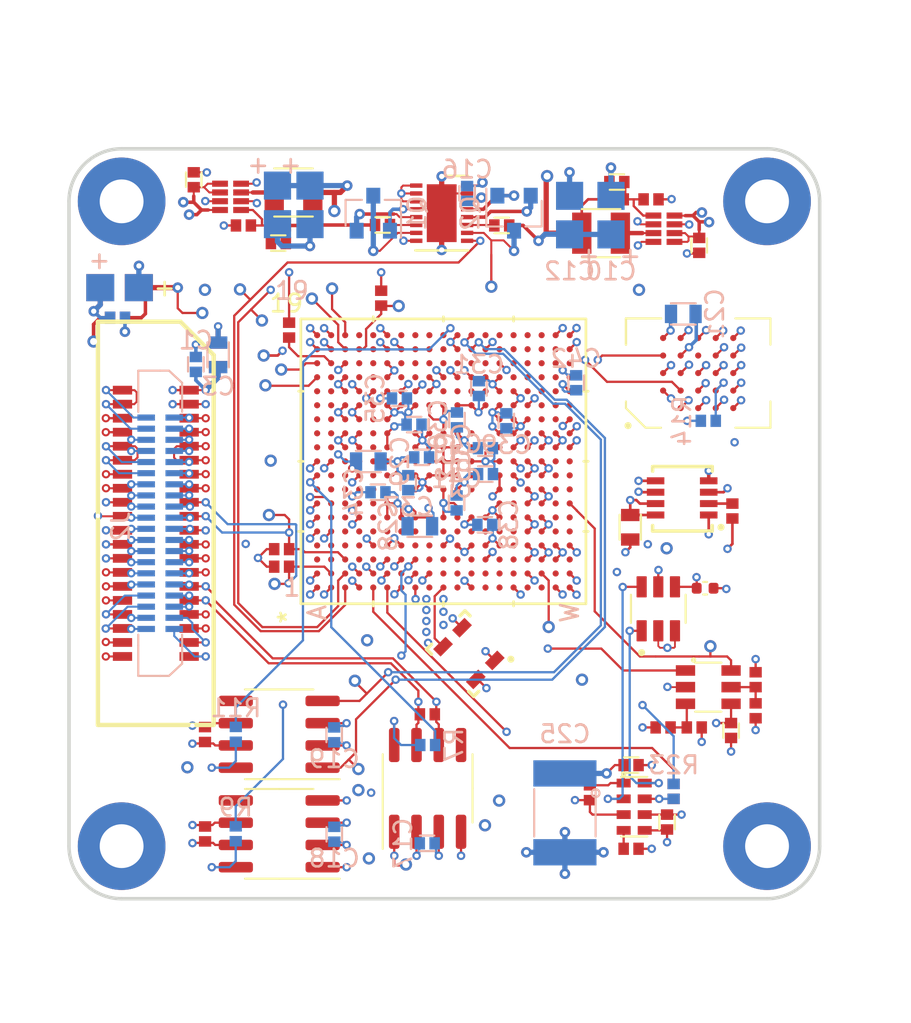
<source format=kicad_pcb>
(kicad_pcb (version 20211014) (generator pcbnew)
  (layers (0 "F.Cu" signal) (1 "In1.Cu" power "In1_GND.Cu") (2 "In2.Cu" signal) (3 "In3.Cu" signal) (4 "In4.Cu" power "In4_GND.Cu") (31 "B.Cu" signal) (34 "B.Paste" user) (35 "F.Paste" user) (36 "B.SilkS" user "B.Silkscreen") (37 "F.SilkS" user "F.Silkscreen") (38 "B.Mask" user) (39 "F.Mask" user) (44 "Edge.Cuts" user))
  (net 0 "")
  (net 1 "OBC_3V3")
  (net 2 "GND")
  (net 3 "Net-(C4-Pad2)")
  (net 4 "Net-(C8-Pad2)")
  (net 5 "Net-(C9-Pad2)")
  (net 6 "Net-(C14-Pad2)")
  (net 7 "Net-(C15-Pad2)")
  (net 8 "OBC_RTC_Vbackup")
  (net 9 "/Connectors/ADS_nRST")
  (net 10 "/CAN_XCVR_PL/CAN_H_PL")
  (net 11 "/CAN_XCVR_PL/CAN_L_PL")
  (net 12 "/CAN_XCVR_R/CAN_H_PL")
  (net 13 "/CAN_XCVR_R/CAN_L_PL")
  (net 14 "/Connectors/CAN_H_PA")
  (net 15 "/Connectors/CAN_L_PA")
  (net 16 "/Connectors/GPS_STS")
  (net 17 "/Connectors/GPS_P1PPS")
  (net 18 "/Connectors/GPS_RXD0")
  (net 19 "PAYLOAD_3V3")
  (net 20 "PAYLOAD_5V")
  (net 21 "Net-(R7-Pad2)")
  (net 22 "/CAN_XCVR_PL/CAN_PL_Rs")
  (net 23 "Net-(R9-Pad2)")
  (net 24 "/CAN_XCVR_R/CAN_PL_Rs")
  (net 25 "/TMS570_uC/CAN_PA_Rs")
  (net 26 "Net-(R11-Pad2)")
  (net 27 "/FRAM_1/FRAM_1_CIPO")
  (net 28 "Net-(R13-Pad2)")
  (net 29 "Net-(R14-Pad2)")
  (net 30 "/FL_1/FL_1_SO_IO1")
  (net 31 "/TMS570_uC/JTAG_nTRST")
  (net 32 "/TMS570_uC/uC_nRST")
  (net 33 "/Power/GATE_2")
  (net 34 "/Power/GATE_1")
  (net 35 "/CAN_XCVR_PL/CAN_PL_D")
  (net 36 "/CAN_XCVR_PL/CAN_PL_R")
  (net 37 "Net-(U4-Pad5)")
  (net 38 "Net-(U5-Pad5)")
  (net 39 "/CAN_XCVR_R/CAN_PL_R")
  (net 40 "/CAN_XCVR_R/CAN_PL_D")
  (net 41 "/TMS570_uC/CAN_PA_D")
  (net 42 "/TMS570_uC/CAN_PA_R")
  (net 43 "Net-(U6-Pad5)")
  (net 44 "Net-(U11-PadW17)")
  (net 45 "Net-(U11-PadW14)")
  (net 46 "Net-(U11-PadW10)")
  (net 47 "Net-(U11-PadW9)")
  (net 48 "Net-(U11-PadW8)")
  (net 49 "Net-(U11-PadW6)")
  (net 50 "Net-(U11-PadW5)")
  (net 51 "Net-(U11-PadW3)")
  (net 52 "Net-(U11-PadV18)")
  (net 53 "Net-(U11-PadV17)")
  (net 54 "Net-(U11-PadV16)")
  (net 55 "Net-(U11-PadV15)")
  (net 56 "Net-(U11-PadV14)")
  (net 57 "Net-(U11-PadV13)")
  (net 58 "Net-(U11-PadV10)")
  (net 59 "Net-(U11-PadV9)")
  (net 60 "Net-(U11-PadV8)")
  (net 61 "Net-(U11-PadV7)")
  (net 62 "Net-(U11-PadV6)")
  (net 63 "Net-(U11-PadV5)")
  (net 64 "Net-(U11-PadV2)")
  (net 65 "Net-(U11-PadU19)")
  (net 66 "Net-(U11-PadU18)")
  (net 67 "Net-(U11-PadU17)")
  (net 68 "Net-(U11-PadU16)")
  (net 69 "Net-(U11-PadU15)")
  (net 70 "Net-(U11-PadU14)")
  (net 71 "Net-(U11-PadU13)")
  (net 72 "/TMS570_uC/JTAG_TEST")
  (net 73 "Net-(U11-PadU1)")
  (net 74 "Net-(U11-PadT19)")
  (net 75 "Net-(U11-PadT18)")
  (net 76 "Net-(U11-PadT17)")
  (net 77 "Net-(U11-PadT16)")
  (net 78 "Net-(U11-PadT15)")
  (net 79 "Net-(U11-PadT12)")
  (net 80 "Net-(U11-PadT1)")
  (net 81 "Net-(U11-PadR19)")
  (net 82 "Net-(U11-PadR18)")
  (net 83 "Net-(U11-PadR17)")
  (net 84 "Net-(U11-PadR16)")
  (net 85 "Net-(U11-PadR2)")
  (net 86 "Net-(U11-PadP19)")
  (net 87 "Net-(U11-PadP18)")
  (net 88 "Net-(U11-PadP3)")
  (net 89 "Net-(U11-PadP2)")
  (net 90 "Net-(U11-PadP1)")
  (net 91 "Net-(U11-PadN19)")
  (net 92 "/FRAM_1/FRAM_1_nCS")
  (net 93 "Net-(U11-PadN2)")
  (net 94 "Net-(U11-PadM17)")
  (net 95 "Net-(U11-PadM3)")
  (net 96 "Net-(U11-PadM2)")
  (net 97 "Net-(U11-PadL17)")
  (net 98 "Net-(U11-PadL2)")
  (net 99 "Net-(U11-PadL1)")
  (net 100 "Net-(U11-PadK18)")
  (net 101 "Net-(U11-PadK17)")
  (net 102 "Net-(U11-PadK2)")
  (net 103 "/TMS570_uC/uC_OSC_IN")
  (net 104 "Net-(U11-PadJ17)")
  (net 105 "Net-(U11-PadJ5)")
  (net 106 "Net-(U11-PadJ4)")
  (net 107 "Net-(U11-PadJ3)")
  (net 108 "Net-(U11-PadJ1)")
  (net 109 "Net-(U11-PadH18)")
  (net 110 "Net-(U11-PadH17)")
  (net 111 "Net-(U11-PadH16)")
  (net 112 "Net-(U11-PadH5)")
  (net 113 "Net-(U11-PadH4)")
  (net 114 "/FL_1/FL_1_nHOLD_IO3")
  (net 115 "Net-(U11-PadG19)")
  (net 116 "Net-(U11-PadG17)")
  (net 117 "Net-(U11-PadG16)")
  (net 118 "/FL_1/FL_1_nCS2")
  (net 119 "Net-(U11-PadG2)")
  (net 120 "/FL_1/FL_1_SI_IO0")
  (net 121 "/FL_1/FL_1_CLK")
  (net 122 "/FL_1/FL_1_nCS1")
  (net 123 "/FL_1/FL_1_nRESET")
  (net 124 "Net-(U11-PadE18)")
  (net 125 "Net-(U11-PadE17)")
  (net 126 "Net-(U11-PadE16)")
  (net 127 "Net-(U11-PadE12)")
  (net 128 "Net-(U11-PadE3)")
  (net 129 "/FRAM_1/FRAM_1_CLK")
  (net 130 "Net-(U11-PadD19)")
  (net 131 "Net-(U11-PadD3)")
  (net 132 "/FRAM_1/FRAM_1_COPI")
  (net 133 "/TMS570_uC/JTAG_TMS")
  (net 134 "/TMS570_uC/JTAG_TDO")
  (net 135 "/TMS570_uC/JTAG_TCK")
  (net 136 "Net-(U11-PadB16)")
  (net 137 "Net-(U11-PadB15)")
  (net 138 "Net-(U11-PadB14)")
  (net 139 "Net-(U11-PadB13)")
  (net 140 "Net-(U11-PadB12)")
  (net 141 "Net-(U11-PadB11)")
  (net 142 "Net-(U11-PadB9)")
  (net 143 "Net-(U11-PadB8)")
  (net 144 "Net-(U11-PadB6)")
  (net 145 "Net-(U11-PadB4)")
  (net 146 "Net-(U11-PadB3)")
  (net 147 "/TMS570_uC/JTAG_TDI")
  (net 148 "/TMS570_uC/JTAG_RTCK")
  (net 149 "Net-(U11-PadA15)")
  (net 150 "Net-(U11-PadA14)")
  (net 151 "Net-(U11-PadA13)")
  (net 152 "Net-(U11-PadA12)")
  (net 153 "Net-(U11-PadA11)")
  (net 154 "Net-(U11-PadA8)")
  (net 155 "Net-(U11-PadA4)")
  (net 156 "Net-(U11-PadA3)")
  (net 157 "/Connectors/GPS_nRST")
  (net 158 "OBC_1V25_P")
  (net 159 "OBC_1V25")
  (net 160 "Net-(L1-Pad1)")
  (net 161 "Net-(L2-Pad1)")
  (net 162 "/Power/OBC_1V25_P_PG")
  (net 163 "/Power/OBC_1V25_R_PG")
  (net 164 "OBC_1V25_R")
  (net 165 "Net-(U11-PadC4)")
  (net 166 "Net-(U11-PadC5)")
  (net 167 "Net-(U11-PadC6)")
  (net 168 "Net-(U11-PadC7)")
  (net 169 "Net-(U11-PadC8)")
  (net 170 "Net-(U11-PadC9)")
  (net 171 "Net-(U11-PadC10)")
  (net 172 "Net-(U11-PadD4)")
  (net 173 "Net-(U11-PadD5)")
  (net 174 "Net-(U11-PadD16)")
  (net 175 "Net-(U11-PadD17)")
  (net 176 "Net-(U11-PadE5)")
  (net 177 "Net-(U11-PadE6)")
  (net 178 "Net-(U11-PadE7)")
  (net 179 "Net-(U11-PadE8)")
  (net 180 "Net-(U11-PadE9)")
  (net 181 "Net-(U11-PadE10)")
  (net 182 "Net-(U11-PadE11)")
  (net 183 "Net-(U11-PadE13)")
  (net 184 "Net-(U11-PadF5)")
  (net 185 "Net-(U11-PadG5)")
  (net 186 "Net-(U11-PadK3)")
  (net 187 "Net-(U11-PadK5)")
  (net 188 "Net-(U11-PadK15)")
  (net 189 "Net-(U11-PadL3)")
  (net 190 "Net-(U11-PadL5)")
  (net 191 "Net-(U11-PadL15)")
  (net 192 "Net-(U11-PadM5)")
  (net 193 "Net-(U11-PadM15)")
  (net 194 "Net-(U11-PadN5)")
  (net 195 "Net-(U11-PadN15)")
  (net 196 "Net-(U11-PadN17)")
  (net 197 "Net-(U11-PadP5)")
  (net 198 "Net-(U11-PadR3)")
  (net 199 "Net-(U11-PadR4)")
  (net 200 "Net-(U11-PadR5)")
  (net 201 "Net-(U11-PadR6)")
  (net 202 "Net-(U11-PadR7)")
  (net 203 "Net-(U11-PadR8)")
  (net 204 "/Connectors/GPS_TXD0")
  (net 205 "Net-(U8-PadC4)")
  (net 206 "/RTC/OBC_I2C_SCL")
  (net 207 "/RTC/OBC_I2C_SDA")
  (net 208 "/Supervisor/WDT")
  (net 209 "/Supervisor/WDR")
  (net 210 "/RTC/RTC_CLKOUT")
  (net 211 "Net-(R23-Pad1)")
  (net 212 "Net-(R24-Pad1)")
  (net 213 "Net-(R25-Pad2)")
  (net 214 "/RTC/RTC_nINT")
  (net 215 "/Supervisor/SPVSR_nRST")
  (net 216 "/Supervisor/SPVSR_PET")
  (net 217 "Net-(U11-PadE19)")
  (net 218 "Net-(U11-PadH19)")
  (net 219 "Net-(U11-PadJ18)")
  (net 220 "Net-(U11-PadJ19)")
  (net 221 "Net-(U11-PadN1)")
  (footprint "TFT_C_passive_SMD:0603_CAP" (layer "F.Cu") (at 97.4025 83.2609 180)
    (fp_text reference "C2" hide)
    (fp_text value "1u-10V-0603-10%-CER")
  )
  (footprint "TFT_C_passive_SMD:1206_CAP_TANT" (layer "F.Cu") (at 91.7811 79.4258 -90)
    (fp_text reference "C4" hide)
    (fp_text value "10u-10V-1206-10%-TANT")
  )
  (footprint "TFT_C_passive_SMD:0402_CAP" (layer "F.Cu") (at 124.83258 76.98684 180)
    (fp_text reference "C6" hide)
    (fp_text value "100n-10V-0402-5%-CER")
  )
  (footprint "TFT_C_passive_SMD:0402_CAP" (layer "F.Cu") (at 96.01268 73.29308)
    (fp_text reference "C7" hide)
    (fp_text value "100n-10V-0402-5%-CER")
  )
  (footprint "TFT_C_passive_SMD:0402_CAP" (layer "F.Cu") (at 120.11078 73.39534 -90)
    (fp_text reference "C8" hide)
    (fp_text value "10p-50V-0402-0.5p-CER")
  )
  (footprint "TFT_C_passive_SMD:0402_CAP" (layer "F.Cu") (at 100.8626 76.88276 90)
    (fp_text reference "C9" hide)
    (fp_text value "10p-50V-0402-0.5p-CER")
  )
  (footprint "TFT_C_passive_SMD:0402_CAP" (layer "F.Cu") (at 106.75 75.85 -90)
    (fp_text reference "C14" hide)
    (fp_text value "56n-16V-0402-10%-CER")
  )
  (footprint "TFT_C_passive_SMD:0402_CAP" (layer "F.Cu") (at 113.6 75.875 90)
    (fp_text reference "C15" hide)
    (fp_text value "56n-16V-0402-10%-CER")
  )
  (footprint "TFT_C_passive_SMD:0603_CAP" (layer "F.Cu") (at 120.9 93.1)
    (fp_text reference "C20" hide)
    (fp_text value "100n-10V-0402-5%-CER")
  )
  (footprint "MountingHole:MountingHole_2.5mm_Pad" (layer "F.Cu") (at 128.7 74.5)
    (fp_text reference "H1" hide)
    (fp_text value "MountingHole_Pad")
  )
  (footprint "MountingHole:MountingHole_2.5mm_Pad" (layer "F.Cu") (at 91.9 74.5)
    (fp_text reference "H2" hide)
    (fp_text value "MountingHole_Pad")
  )
  (footprint "MountingHole:MountingHole_2.5mm_Pad" (layer "F.Cu") (at 128.7 111.3)
    (fp_text reference "H4" hide)
    (fp_text value "MountingHole_Pad")
  )
  (footprint "TFT_connectors:ERM8-020-XX.X-X-DV" (layer "F.Cu") (at 93.85 92.875 -90)
    (fp_text reference "J1" hide)
    (fp_text value "ERM8-020-X")
  )
  (footprint "TFT_R_passive_SMD:0402_RES" (layer "F.Cu") (at 91.6666 81.1403 -90)
    (fp_text reference "R1" hide)
    (fp_text value "100K-50V-0402-1%")
  )
  (footprint "TFT_R_passive_SMD:0402_RES" (layer "F.Cu") (at 109.33088 103.77678 90)
    (fp_text reference "R8" hide)
    (fp_text value "120R-50V-0402-1%")
  )
  (footprint "TFT_R_passive_SMD:0402_RES" (layer "F.Cu") (at 96.65942 110.60376 180)
    (fp_text reference "R10" hide)
    (fp_text value "120R-50V-0402-1%")
  )
  (footprint "TFT_R_passive_SMD:0402_RES" (layer "F.Cu") (at 96.6532 104.93048 180)
    (fp_text reference "R12" hide)
    (fp_text value "120R-50V-0402-1%")
  )
  (footprint "TFT_R_passive_SMD:0402_RES" (layer "F.Cu") (at 126.725 92.175 180)
    (fp_text reference "R13" hide)
    (fp_text value "39R0-50V-0402-1%")
  )
  (footprint "TFT_R_passive_SMD:0402_RES" (layer "F.Cu") (at 106.7 80.025 180)
    (fp_text reference "R17" hide)
    (fp_text value "4K7-50V-0402-1%")
  )
  (footprint "TFT_R_passive_SMD:0402_RES" (layer "F.Cu") (at 101.45 81.85 180)
    (fp_text reference "R18" hide)
    (fp_text value "4K7-50V-0402-1%")
  )
  (footprint "TFT_R_passive_SMD:0402_RES" (layer "F.Cu") (at 101.025 95.35 90)
    (fp_text reference "R19" hide)
    (fp_text value "4K7-50V-0402-1%")
  )
  (footprint "TFT_R_passive_SMD:0402_RES" (layer "F.Cu") (at 101.025 94.35 90)
    (fp_text reference "R20" hide)
    (fp_text value "4K7-50V-0402-1%")
  )
  (footprint "Package_DFN_QFN:DFN-16-1EP_3x4mm_P0.45mm_EP1.7x3.3mm" (layer "F.Cu") (at 110.15 75.175)
    (fp_text reference "U3" hide)
    (fp_text value "LTC4353")
  )
  (footprint "Package_SO:SOIC-8_3.9x4.9mm_P1.27mm" (layer "F.Cu") (at 109.34812 108.00438 90)
    (fp_text reference "U4" hide)
    (fp_text value "SN65HVD230M-EP")
  )
  (footprint "Package_SO:SOIC-8_3.9x4.9mm_P1.27mm" (layer "F.Cu") (at 100.88598 110.59668 180)
    (fp_text reference "U5" hide)
    (fp_text value "SN65HVD230M-EP")
  )
  (footprint "Package_SO:SOIC-8_3.9x4.9mm_P1.27mm" (layer "F.Cu") (at 100.8838 104.91724 180)
    (fp_text reference "U6" hide)
    (fp_text value "SN65HVD230M-EP")
  )
  (footprint "MountingHole:MountingHole_2.5mm_Pad" (layer "F.Cu") (at 91.9 111.3)
    (fp_text reference "H3" hide)
    (fp_text value "MountingHole_Pad")
  )
  (footprint "TFT_BGA:ZWT337" (layer "F.Cu") (at 110.24792 89.33844 90)
    (fp_text reference "U11" hide)
    (fp_text value "TMS5701227CZWTQQ1" hide)
  )
  (footprint "TFT_R_passive_SMD:0402_RES" (layer "F.Cu") (at 120.10618 74.38594 90)
    (fp_text reference "R3" hide)
    (fp_text value "16K2-50V-0402-1%")
  )
  (footprint "TFT_R_passive_SMD:0402_RES" (layer "F.Cu") (at 122.08738 74.38594 90)
    (fp_text reference "R4" hide)
    (fp_text value "15K-50V-0402-1%")
  )
  (footprint "TFT_R_passive_SMD:0402_RES" (layer "F.Cu") (at 100.83548 75.87692 -90)
    (fp_text reference "R5" hide)
    (fp_text value "16K2-50V-0402-1%")
  )
  (footprint "TFT_R_passive_SMD:0402_RES" (layer "F.Cu") (at 98.84584 75.87692 -90)
    (fp_text reference "R6" hide)
    (fp_text value "15K-50V-0402-1%")
  )
  (footprint "TFT_SOT:SOT-583" (layer "F.Cu") (at 123.42288 76.81164 90)
    (fp_text reference "U1" hide)
    (fp_text value "TPS62850x-Q1")
  )
  (footprint "TFT_SOT:SOT-583" (layer "F.Cu") (at 97.51268 73.49308 -90)
    (fp_text reference "U2" hide)
    (fp_text value "TPS62850x-Q1")
  )
  (footprint "TFT_I_passive_SMD:2.5x2mm_I_SMD" (layer "F.Cu") (at 119.23678 76.31634 180)
    (fp_text reference "L1" hide)
    (fp_text value "470nH-4A-20%")
  )
  (footprint "TFT_I_passive_SMD:2.5x2mm_I_SMD" (layer "F.Cu") (at 101.7008 73.99224)
    (fp_text reference "L2" hide)
    (fp_text value "470nH-4A-20%")
  )
  (footprint "TFT_BGA:BGA-24_5x5_6.0x8.0mm" (layer "F.Cu") (at 124.775 84.3 90)
    (fp_text reference "U8" hide)
    (fp_text value "S70FL01GS")
  )
  (footprint "TFT_GQFN:CY15B108QI" (layer "F.Cu") (at 125.375 92.4 180)
    (fp_text reference "U7" hide)
    (fp_text value "CY15B108QI")
  )
  (footprint "TFT_C_passive_SMD:0402_CAP" (layer "F.Cu") (at 126.65 104.675 180)
    (fp_text reference "C22" hide)
    (fp_text value "100n-10V-0402-5%-CER")
  )
  (footprint "TFT_C_passive_SMD:0402_CAP" (layer "F.Cu") (at 123 109.9 180)
    (fp_text reference "C23" hide)
    (fp_text value "100n-10V-0402-5%-CER")
  )
  (footprint "TFT_C_passive_SMD:0402_CAP" (layer "F.Cu") (at 120.925 106.675 -90)
    (fp_text reference "C24" hide)
    (fp_text value "100n-10V-0402-5%-CER")
  )
  (footprint "TFT_R_passive_SMD:0402_RES" (layer "F.Cu") (at 122.775 104.525 90)
    (fp_text reference "R15" hide)
    (fp_text value "0R-50V-0402")
  )
  (footprint "TFT_R_passive_SMD:0402_RES" (layer "F.Cu") (at 124.55 104.525 90)
    (fp_text reference "R16" hide)
    (fp_text value "0R-50V-0402")
  )
  (footprint "TFT_R_passive_SMD:0402_RES" (layer "F.Cu") (at 128.05 101.8)
    (fp_text reference "R21" hide)
    (fp_text value "0R-50V-0402")
  )
  (footprint "TFT_R_passive_SMD:0402_RES" (layer "F.Cu") (at 128.05 103.575)
    (fp_text reference "R22" hide)
    (fp_text value "0R-50V-0402")
  )
  (footprint "TFT_R_passive_SMD:0402_RES" (layer "F.Cu") (at 123.375 108.175)
    (fp_text reference "R24" hide)
    (fp_text value "0R-50V-0402")
  )
  (footprint "TFT_R_passive_SMD:0402_RES" (layer "F.Cu") (at 120.95 111.45 -90)
    (fp_text reference "R25" hide)
    (fp_text value "10K-50V-0402-1%")
  )
  (footprint "TFT_R_passive_SMD:0402_RES" (layer "F.Cu") (at 118.6 108.25)
    (fp_text reference "R26" hide)
    (fp_text value "10K-50V-0402-1%")
  )
  (footprint "TFT_SOT:SOT-236" (layer "F.Cu") (at 125.35 102.225)
    (fp_text reference "U9" hide)
    (fp_text value "TPS3813K33-EP" hide)
  )
  (footprint "TFT_misc:RV-3032-C7" (layer "F.Cu") (at 121.125 109.05 -90)
    (fp_text reference "U10" hide)
    (fp_text value "RV-3032-C7")
  )
  (footprint "TFT_XTAL:LFTCXO075797" (layer "F.Cu") (at 113.175 100.7 135)
    (fp_text reference "X2" hide)
    (fp_text value "LFTCXO075797")
  )
  (footprint "Capacitor_SMD:C_0402_1005Metric" (layer "F.Cu") (at 125.17 96.58)
    (fp_text reference "C26" hide)
    (fp_text value "10n-10V-0402-5%-CER")
  )
  (footprint "TFT_SOT:SOT-23" (layer "F.Cu") (at 122.5 97.755 90)
    (fp_text reference "U12" hide)
    (fp_text value "TMP100" hide)
  )
  (footprint "TFT_TestPoints:TP_0.4mmholesize_0.3mmring" (layer "F.Cu") (at 122.975 94.3)
    (fp_text reference "TP15" hide)
    (fp_text value "TEST-POINT" hide)
  )
  (footprint "TFT_TestPoints:TP_0.4mmholesize_0.3mmring" (layer "F.Cu") (at 105.9 99.55)
    (fp_text reference "TP8" hide)
    (fp_text value "TEST-POINT")
  )
  (footprint "TFT_TestPoints:TP_0.4mmholesize_0.3mmring" (layer "F.Cu") (at 100.4 89.3)
    (fp_text reference "TP10" hide)
    (fp_text value "TEST-POINT")
  )
  (footprint "TFT_TestPoints:TP_0.4mmholesize_0.3mmring" (layer "F.Cu") (at 113.425 108.7)
    (fp_text reference "TP9" hide)
    (fp_text value "TEST-POINT")
  )
  (footprint "TFT_TestPoints:TP_0.4mmholesize_0.3mmring" (layer "F.Cu") (at 118.15 101.8)
    (fp_text reference "TP11" hide)
    (fp_text value "TEST-POINT")
  )
  (footprint "TFT_TestPoints:TP_0.4mmholesize_0.3mmring" (layer "F.Cu") (at 96.65 79.55)
    (fp_text reference "TP14" hide)
    (fp_text value "TEST-POINT")
  )
  (footprint "TFT_TestPoints:TP_0.4mmholesize_0.3mmring" (layer "F.Cu") (at 95.65 106.8)
    (fp_text reference "TP12" hide)
    (fp_text value "TEST-POINT")
  )
  (footprint "TFT_TestPoints:TP_0.4mmholesize_0.3mmring" (layer "F.Cu") (at 121.4 79.55)
    (fp_text reference "TP13" hide)
    (fp_text value "TEST-POINT" hide)
  )
  (footprint "TFT_TestPoints:TP_0.4mmholesize_0.3mmring" (layer "F.Cu") (at 107.7 80.47)
    (fp_text reference "TP4" hide)
    (fp_text value "TEST-POINT")
  )
  (footprint "TFT_TestPoints:TP_0.4mmholesize_0.3mmring" (layer "F.Cu") (at 103.9 79.475)
    (fp_text reference "TP7" hide)
    (fp_text value "TEST-POINT")
  )
  (footprint "TFT_TestPoints:TP_0.4mmholesize_0.3mmring" (layer "F.Cu") (at 102.75 80.05)
    (fp_text reference "TP6" hide)
    (fp_text value "TEST-POINT")
  )
  (footprint "TFT_TestPoints:TP_0.4mmholesize_0.3mmring" (layer "F.Cu") (at 98.65 79.525)
    (fp_text reference "TP36" hide)
    (fp_text value "TEST-POINT")
  )
  (footprint "TFT_TestPoints:TP_0.4mmholesize_0.3mmring" (layer "F.Cu") (at 99.9 81.3)
    (fp_text reference "TP37" hide)
    (fp_text value "TEST-POINT")
  )
  (footprint "TFT_TestPoints:TP_0.4mmholesize_0.3mmring" (layer "F.Cu") (at 100.1 85)
    (fp_text reference "TP1" hide)
    (fp_text value "TEST-POINT")
  )
  (footprint "TFT_TestPoints:TP_0.4mmholesize_0.3mmring" (layer "F.Cu") (at 101 84.1)
    (fp_text reference "TP2" hide)
    (fp_text value "TEST-POINT")
  )
  (footprint "TFT_TestPoints:TP_0.4mmholesize_0.3mmring" (layer "F.Cu") (at 100 83.3)
    (fp_text reference "TP5" hide)
    (fp_text value "TEST-POINT")
  )
  (footprint "TFT_TestPoints:TP_0.4mmholesize_0.3mmring" (layer "F.Cu") (at 90.3 82.5)
    (fp_text reference "TP16" hide)
    (fp_text value "TEST-POINT")
  )
  (footprint "TFT_TestPoints:TP_0.4mmholesize_0.3mmring" (layer "F.Cu") (at 100.3 92.4)
    (fp_text reference "TP29" hide)
    (fp_text value "TEST-POINT")
  )
  (footprint "TFT_TestPoints:TP_0.4mmholesize_0.3mmring" (layer "F.Cu") (at 105.4 108.1)
    (fp_text reference "TP20" hide)
    (fp_text value "TEST-POINT")
  )
  (footprint "TFT_TestPoints:TP_0.4mmholesize_0.3mmring" (layer "F.Cu") (at 106 112)
    (fp_text reference "TP21" hide)
    (fp_text value "TEST-POINT")
  )
  (footprint "TFT_TestPoints:TP_0.4mmholesize_0.3mmring" (layer "F.Cu") (at 105.4 106.9)
    (fp_text reference "TP25" hide)
    (fp_text value "TEST-POINT")
  )
  (footprint "TFT_TestPoints:TP_0.4mmholesize_0.3mmring" (layer "F.Cu") (at 108.11 112.35)
    (fp_text reference "TP22" hide)
    (fp_text value "TEST-POINT")
  )
  (footprint "TFT_TestPoints:TP_0.4mmholesize_0.3mmring" (layer "F.Cu") (at 112.62 110.11)
    (fp_text reference "TP24" hide)
    (fp_text value "TEST-POINT")
  )
  (footprint "TFT_TestPoints:TP_0.4mmholesize_0.3mmring" (layer "F.Cu") (at 125.47 99.89)
    (fp_text reference "TP27" hide)
    (fp_text value "TEST-POINT")
  )
  (footprint "TFT_TestPoints:TP_0.4mmholesize_0.3mmring" (layer "F.Cu") (at 116.25 98.79)
    (fp_text reference "TP3" hide)
    (fp_text value "TEST-POINT")
  )
  (footprint "TFT_TestPoints:TP_0.4mmholesize_0.3mmring" (layer "F.Cu") (at 100.62 96.33)
    (fp_text reference "TP28" hide)
    (fp_text value "TEST-POINT")
  )
  (footprint "TFT_TestPoints:TP_0.4mmholesize_0.3mmring" (layer "F.Cu") (at 112.98 79.37)
    (fp_text reference "TP19" hide)
    (fp_text value "TEST-POINT")
  )
  (footprint "TFT_TestPoints:TP_0.4mmholesize_0.3mmring" (layer "F.Cu") (at 116.16 73.06)
    (fp_text reference "TP17" hide)
    (fp_text value "TEST-POINT")
  )
  (footprint "TFT_TestPoints:TP_0.4mmholesize_0.3mmring" (layer "F.Cu") (at 105.2 101.86)
    (fp_text reference "TP23" hide)
    (fp_text value "TEST-POINT")
  )
  (footprint "TFT_TestPoints:TP_0.4mmholesize_0.3mmring" (layer "F.Cu") (at 104.03 75.05)
    (fp_text reference "TP18" hide)
    (fp_text value "TEST-POINT")
  )
  (footprint "TFT_TestPoints:TP_0.4mmholesize_0.3mmring" (layer "F.Cu") (at 96.5 80.87)
    (fp_text reference "TP26" hide)
    (fp_text value "TEST-POINT")
  )
  (footprint "TFT_C_passive_SMD:0402_CAP" (layer "B.Cu") (at 96.1325 83.8327 180)
    (fp_text reference "C1")
    (fp_text value "100n-10V-0402-5%-CER")
  )
  (footprint "TFT_C_passive_SMD:0603_CAP" (layer "B.Cu") (at 97.4025 83.2609)
    (fp_text reference "C3")
    (fp_text value "1u-10V-0603-10%-CER")
  )
  (footprint "TFT_C_passive_SMD:1206_CAP_TANT" (layer "B.Cu") (at 119.80338 75.28764)
    (fp_text reference "C10")
    (fp_text value "10u-10V-0603-10%-CER")
  )
  (footprint "TFT_C_passive_SMD:1206_CAP_TANT" (layer "B.Cu") (at 100.7864 74.70108 180)
    (fp_text reference "C11" hide)
    (fp_text value "10u-10V-0603-10%-CER")
  )
  (footprint "TFT_C_passive_SMD:1206_CAP_TANT" (layer "B.Cu") (at 117.44372 75.28436)
    (fp_text reference "C12")
    (fp_text value "10u-10V-0603-10%-CER")
  )
  (footprint "TFT_C_passive_SMD:1206_CAP_TANT" (layer "B.Cu") (at 102.6406 74.70108 180)
    (fp_text reference "C13" hide)
    (fp_text value "10u-10V-0603-10%-CER")
  )
  (footprint "TFT_C_passive_SMD:0402_CAP" (layer "B.Cu") (at 111.6 74.075 180)
    (fp_text reference "C16")
    (fp_text value "100n-10V-0402-5%-CER")
  )
  (footprint "TFT_C_passive_SMD:0402_CAP" (layer "B.Cu") (at 109.34812 111.1377 -90)
    (fp_text reference "C17")
    (fp_text value "100n-10V-0402-5%-CER")
  )
  (footprint "TFT_C_passive_SMD:0402_CAP" (layer "B.Cu") (at 104.02542 110.59668)
    (fp_text reference "C18")
    (fp_text value "100n-10V-0402-5%-CER")
  )
  (footprint "TFT_C_passive_SMD:0402_CAP" (layer "B.Cu") (at 104.0192 104.92232)
    (fp_text reference "C19")
    (fp_text value "100n-10V-0402-5%-CER")
  )
  (footprint "TFT_C_passive_SMD:0603_CAP" (layer "B.Cu") (at 123.925 80.925 90)
    (fp_text reference "C21")
    (fp_text value "100n-10V-0402-5%-CER")
  )
  (footprint "TFT_C_passive_SMD:0603_CAP" (layer "B.Cu") (at 108.90376 93.04196 -90)
    (fp_text reference "C28")
    (fp_text value "1u-10V-0603-10%-CER")
  )
  (footprint "TFT_C_passive_SMD:0603_CAP" (layer "B.Cu") (at 105.96752 89.3488 90)
    (fp_text reference "C29")
    (fp_text value "1u-10V-0603-10%-CER")
  )
  (footprint "TFT_C_passive_SMD:0402_CAP" (layer "B.Cu") (at 108.54852 87.2406 90)
    (fp_text reference "C30")
    (fp_text value "100n-10V-0402-5%-CER")
  )
  (footprint "TFT_C_passive_SMD:0402_CAP" (layer "B.Cu") (at 112.26956 85.21108 180)
    (fp_text reference "C31")
    (fp_text value "100n-10V-0402-5%-CER")
  )
  (footprint "TFT_C_passive_SMD:0402_CAP" (layer "B.Cu") (at 108.98032 89.11004 90)
    (fp_text reference "C32")
    (fp_text value "100n-10V-0402-5%-CER")
  )
  (footprint "TFT_C_passive_SMD:0402_CAP" (layer "B.Cu") (at 112.67336 90.06508 -90)
    (fp_text reference "C33")
    (fp_text value "100n-10V-0402-5%-CER")
  )
  (footprint "TFT_C_passive_SMD:0402_CAP" (layer "B.Cu") (at 106.541801 91.1014 -90)
    (fp_text reference "C34")
    (fp_text value "100n-10V-0402-5%-CER")
  )
  (footprint "TFT_C_passive_SMD:0402_CAP" (layer "B.Cu") (at 107.7662 85.74708 -90)
    (fp_text reference "C35")
    (fp_text value "100n-10V-0402-5%-CER")
  )
  (footprint "TFT_C_passive_SMD:0402_CAP" (layer "B.Cu") (at 112.6684 88.5868 -90)
    (fp_text reference "C36")
    (fp_text value "100n-10V-0402-5%-CER")
  )
  (footprint "TFT_C_passive_SMD:0402_CAP" (layer "B.Cu") (at 108.24112 90.52984)
    (fp_text reference "C37")
    (fp_text value "100n-10V-0402-5%-CER")
  )
  (footprint "TFT_C_passive_SMD:0402_CAP" (layer "B.Cu") (at 112.58192 92.96068 90)
    (fp_text reference "C38")
    (fp_text value "100n-10V-0402-5%-CER")
  )
  (footprint "TFT_C_passive_SMD:0402_CAP" (layer "B.Cu") (at 113.8342 86.9993)
    (fp_text reference "C39")
    (fp_text value "100n-10V-0402-5%-CER")
  )
  (footprint "TFT_C_passive_SMD:0402_CAP" (layer "B.Cu") (at 111.019879 86.94844)
    (fp_text reference "C40")
    (fp_text value "100n-10V-0402-5%-CER")
  )
  (footprint "TFT_C_passive_SMD:0402_CAP" (layer "B.Cu") (at 110.99956 91.7364 180)
    (fp_text reference "C41")
    (fp_text value "100n-10V-0402-5%-CER")
  )
  (footprint "TFT_R_passive_SMD:0402_RES" (layer "B.Cu") (at 91.666601 81.1403 -90)
    (fp_text reference "R2" hide)
    (fp_text value "100K-50V-0402-1%")
  )
  (footprint "TFT_R_passive_SMD:0402_RES" (layer "B.Cu") (at 109.3512 105.52938 90)
    (fp_text reference "R7")
    (fp_text value "10K-50V-0402-1%")
  )
  (footprint "TFT_R_passive_SMD:0402_RES" (layer "B.Cu") (at 98.40694 110.5936 180)
    (fp_text reference "R9")
    (fp_text value "10K-50V-0402-1%")
  )
  (footprint "TFT_R_passive_SMD:0402_RES" (layer "B.Cu") (at 98.41088 104.91924 180)
    (fp_text reference "R11")
    (fp_text value "10K-50V-0402-1%")
  )
  (footprint "TFT_R_passive_SMD:0402_RES" (layer "B.Cu") (at 125.35 87.025 -90)
    (fp_text reference "R14")
    (fp_text value "39R0-50V-0402-1%")
  )
  (footprint "TFT_C_passive_SMD:0402_CAP" (layer "B.Cu") (at 117.81692 84.878341 180)
    (fp_text reference "C42")
    (fp_text value "100n-10V-0402-5%-CER")
  )
  (footprint "Package_TO_SOT_SMD:SOT-23" (layer "B.Cu") (at 106.25 75.175 90)
    (fp_text reference "Q1")
    (fp_text value "MGSF1N02L")
  )
  (footprint "Package_TO_SOT_SMD:SOT-23" (layer "B.Cu") (at 114.275 75.175 -90)
    (fp_text reference "Q2")
    (fp_text value "MGSF1N02L")
  )
  (footprint "TFT_connectors:ERF6-020-XX.X-X-DV-A-XX-K" (layer "B.Cu") (at 94.1 92.872 -90)
    (fp_text reference "J2")
    (fp_text value "ERF6-020-X")
  )
  (footprint "TFT_misc:1812_BATT" (layer "B.Cu") (at 117.175 109.4 180)
    (fp_text reference "C25")
    (fp_text value "100uAH-1V8-4.4x3mm_LIon_batt")
  )
  (footprint "TFT_R_passive_SMD:0402_RES" (layer "B.Cu") (at 123.375 108.175 180)
    (fp_text reference "R23")
    (fp_text value "0R-50V-0402")
  )
  (footprint "TFT_C_passive_SMD:1206_CAP_TANT" (layer "B.Cu") (at 91.7829 79.4258 -90)
    (fp_text reference "C5" hide)
    (fp_text value "10u-10V-1206-10%-TANT")
  )
  (gr_line (start 91.9 114.3) (end 128.7 114.3) (layer "Edge.Cuts") (width 0.2))
  (gr_arc (start 88.9 74.5) (mid 89.77868 72.37868) (end 91.9 71.5) (layer "Edge.Cuts") (width 0.2))
  (gr_line (start 88.9 74.5) (end 88.9 111.3) (layer "Edge.Cuts") (width 0.2))
  (gr_line (start 131.7 111.3) (end 131.7 74.5) (layer "Edge.Cuts") (width 0.2))
  (gr_arc (start 131.7 111.3) (mid 130.82132 113.42132) (end 128.7 114.3) (layer "Edge.Cuts") (width 0.2))
  (gr_arc (start 128.7 71.5) (mid 130.82132 72.37868) (end 131.7 74.5) (layer "Edge.Cuts") (width 0.2))
  (gr_line (start 128.7 71.5) (end 91.9 71.5) (layer "Edge.Cuts") (width 0.2))
  (gr_arc (start 91.9 114.3) (mid 89.77868 113.42132) (end 88.9 111.3) (layer "Edge.Cuts") (width 0.2))
  (segment (start 93.2561 80.9117) (end 93.2561 79.4258) (width 0.2) (layer "F.Cu") (net 1))
  (segment (start 96.454398 74.993) (end 96.45316 74.993) (width 0.2) (layer "F.Cu") (net 1))
  (segment (start 100.175 94.35) (end 99.675 94.85) (width 0.13) (layer "F.Cu") (net 1))
  (segment (start 124.61 96.5) (end 124.69 96.58) (width 0.13) (layer "F.Cu") (net 1))
  (segment (start 96.69172 85.275) (end 96.69384 85.27288) (width 0.115) (layer "F.Cu") (net 1))
  (segment (start 107.04772 86.93864) (end 107.05972 86.93864) (width 0.13) (layer "F.Cu") (net 1))
  (segment (start 94.80968 86.075) (end 94.80916 86.07552) (width 0.13) (layer "F.Cu") (net 1))
  (segment (start 97.51268 73.99308) (end 96.905 73.99308) (width 0.115) (layer "F.Cu") (net 1))
  (segment (start 109.98312 110.47938) (end 109.98312 111.8489) (width 0.13) (layer "F.Cu") (net 1))
  (segment (start 96.69332 86.075) (end 96.69384 86.07552) (width 0.115) (layer "F.Cu") (net 1))
  (segment (start 126.65 104.275) (end 125.8 104.275) (width 0.13) (layer "F.Cu") (net 1))
  (segment (start 117.047919 84.937473) (end 117.04792 84.938441) (width 0.13) (layer "F.Cu") (net 1))
  (segment (start 121.25 91.55) (end 121.45 91.75) (width 0.15) (layer "F.Cu") (net 1))
  (segment (start 124.69 95.96) (end 124.68 95.95) (width 0.13) (layer "F.Cu") (net 1))
  (segment (start 100.175 95.35) (end 99.675 94.85) (width 0.13) (layer "F.Cu") (net 1))
  (segment (start 124.15948 76.81164) (end 124.22558 76.74554) (width 0.115) (layer "F.Cu") (net 1))
  (segment (start 103.3588 104.28224) (end 104.72532 104.28224) (width 0.13) (layer "F.Cu") (net 1))
  (segment (start 107.04772 87.73864) (end 107.44416 87.3422) (width 0.13) (layer "F.Cu") (net 1))
  (segment (start 93.0275 81.1403) (end 93.2561 80.9117) (width 0.2) (layer "F.Cu") (net 1))
  (segment (start 128.05 101.375) (end 128.05 100.625) (width 0.13) (layer "F.Cu") (net 1))
  (segment (start 126.22 91.1) (end 126.445 90.875) (width 0.15) (layer "F.Cu") (net 1))
  (segment (start 124.249988 82.825012) (end 124.249988 82.825) (width 0.13) (layer "F.Cu") (net 1))
  (segment (start 123 109.5) (end 121.725 109.5) (width 0.13) (layer "F.Cu") (net 1))
  (segment (start 108.647719 86.138641) (end 108.25128 86.53508) (width 0.13) (layer "F.Cu") (net 1))
  (segment (start 97.4025 84.56422) (end 96.69384 85.27288) (width 0.3) (layer "F.Cu") (net 1))
  (segment (start 111.84792 92.53844) (end 111.84792 92.539408) (width 0.13) (layer "F.Cu") (net 1))
  (segment (start 113.447719 87.73864) (end 113.43562 87.73864) (width 0.13) (layer "F.Cu") (net 1))
  (segment (start 97.5126 74.993) (end 97.51268 74.99308) (width 0.115) (layer "F.Cu") (net 1))
  (segment (start 117.04792 84.938441) (end 117.447919 85.338441) (width 0.13) (layer "F.Cu") (net 1))
  (segment (start 124.47952 75.31558) (end 124.04518 75.31558) (width 0.2) (layer "F.Cu") (net 1))
  (segment (start 124.02778 76.31164) (end 124.22558 76.50944) (width 0.115) (layer "F.Cu") (net 1))
  (segment (start 125.375 91.1) (end 126.22 91.1) (width 0.15) (layer "F.Cu") (net 1))
  (segment (start 113.447719 90.13864) (end 113.447719 90.93864) (width 0.13) (layer "F.Cu") (net 1))
  (segment (start 107.047721 86.138641) (end 107.45372 86.54464) (width 0.13) (layer "F.Cu") (net 1))
  (segment (start 113.0468 91.339559) (end 113.0468 91.340166) (width 0.13) (layer "F.Cu") (net 1))
  (segment (start 120.9 92.4) (end 120.9 91.55) (width 0.15) (layer "F.Cu") (net 1))
  (segment (start 112.647721 86.138641) (end 112.64772 86.15064) (width 0.13) (layer "F.Cu") (net 1))
  (segment (start 96.905 73.99308) (end 96.605 73.69308) (width 0.115) (layer "F.Cu") (net 1))
  (segment (start 95.75 85.275) (end 94.81128 85.275) (width 0.13) (layer "F.Cu") (net 1))
  (segment (start 108.64792 92.53844) (end 108.64792 92.2194) (width 0.13) (layer "F.Cu") (net 1))
  (segment (start 122.345 92.4) (end 120.9 92.4) (width 0.15) (layer "F.Cu") (net 1))
  (segment (start 113.447719 92.53864) (end 113.447719 92.538639) (width 0.13) (layer "F.Cu") (net 1))
  (segment (start 95.1 80.6) (end 95.1 79.425) (width 0.13) (layer "F.Cu") (net 1))
  (segment (start 113.447719 86.93864) (end 113.43572 86.93864) (width 0.13) (layer "F.Cu") (net 1))
  (segment (start 100.6 95.35) (end 100.175 95.35) (width 0.13) (layer "F.Cu") (net 1))
  (segment (start 96.605 73.69308) (end 96.01268 73.69308) (width 0.115) (layer "F.Cu") (net 1))
  (segment (start 124.69 96.58) (end 124.69 95.96) (width 0.13) (layer "F.Cu") (net 1))
  (segment (start 103.36098 109.96168) (end 104.73154 109.96168) (width 0.13) (layer "F.Cu") (net 1))
  (segment (start 96.5 80.87) (end 95.37 80.87) (width 0.13) (layer "F.Cu") (net 1))
  (segment (start 122.35 104.525) (end 121.6 104.525) (width 0.13) (layer "F.Cu") (net 1))
  (segment (start 107.84772 86.138641) (end 107.84772 86.150641) (width 0.13) (layer "F.Cu") (net 1))
  (segment (start 95.75 86.075) (end 96.69332 86.075) (width 0.115) (layer "F.Cu") (net 1))
  (segment (start 106.7 79.6) (end 106.7 78.55) (width 0.13) (layer "F.Cu") (net 1))
  (segment (start 124.47952 75.31304) (end 124.65478 75.13778) (width 0.2) (layer "F.Cu") (net 1))
  (segment (start 113.447719 92.538639) (end 113.04172 92.13264) (width 0.13) (layer "F.Cu") (net 1))
  (segment (start 122.345 91.75) (end 121.45 91.75) (width 0.15) (layer "F.Cu") (net 1))
  (segment (start 107.047721 86.138641) (end 107.047721 86.138641) (width 0.13) (layer "F.Cu") (net 1))
  (segment (start 96.45316 74.993) (end 96.189 75.25716) (width 0.2) (layer "F.Cu") (net 1))
  (segment (start 124.83258 75.66864) (end 124.83258 76.12838) (width 0.2) (layer "F.Cu") (net 1))
  (segment (start 107.04772 91.73864) (end 107.63122 91.73864) (width 0.13) (layer "F.Cu") (net 1))
  (segment (start 121.375 111.45) (end 122.125 111.45) (width 0.13) (layer "F.Cu") (net 1))
  (segment (start 100.6 94.35) (end 100.175 94.35) (width 0.13) (layer "F.Cu") (net 1))
  (segment (start 108.25128 86.53508) (end 108.25128 86.539561) (width 0.13) (layer "F.Cu") (net 1))
  (segment (start 124.22818 76.50684) (end 124.22558 76.50944) (width 0.115) (layer "F.Cu") (net 1))
  (segment (start 95.0992 79.4258) (end 95.1 79.425) (width 0.3) (layer "F.Cu") (net 1))
  (segment (start 113.447719 90.93864) (end 113.0468 91.339559) (width 0.13) (layer "F.Cu") (net 1))
  (segment (start 124.22558 76.50944) (end 124.22558 76.74554) (width 0.115) (layer "F.Cu") (net 1))
  (segment (start 97.51268 73.49308) (end 96.805 73.49308) (width 0.115) (layer "F.Cu") (net 1))
  (segment (start 112.645279 86.138441) (end 112.24416 86.53956) (width 0.13) (layer "F.Cu") (net 1))
  (segment (start 124.04518 75.31558) (end 123.42682 75.31558) (width 0.115) (layer "F.Cu") (net 1))
  (segment (start 124.83258 75.66864) (end 125.37868 75.66864) (width 0.2) (layer "F.Cu") (net 1))
  (segment (start 107.84772 86.150641) (end 107.45372 86.54464) (width 0.13) (layer "F.Cu") (net 1))
  (segment (start 123.42288 76.31164) (end 124.02778 76.31164) (width 0.115) (layer "F.Cu") (net 1))
  (segment (start 96.01268 74.19904) (end 96.01268 74.551282) (width 0.2) (layer "F.Cu") (net 1))
  (segment (start 124.65478 75.13778) (end 124.98498 75.13778) (width 0.2) (layer "F.Cu") (net 1))
  (segment (start 112.64792 86.138442) (end 112.645279 86.138441) (width 0.13) (layer "F.Cu") (net 1))
  (segment (start 111.84792 86.14332) (end 112.24416 86.53956) (width 0.13) (layer "F.Cu") (net 1))
  (segment (start 101.45 81.425) (end 101.45 78.55) (width 0.13) (layer "F.Cu") (net 1))
  (segment (start 111.6 74.5) (end 112.197168 74.5) (width 0.115) (layer "F.Cu") (net 1))
  (segment (start 95.75 86.075) (end 94.80968 86.075) (width 0.13) (layer "F.Cu") (net 1))
  (segment (start 94.81128 85.275) (end 94.80916 85.27288) (width 0.13) (layer "F.Cu") (net 1))
  (segment (start 111.84792 92.539408) (end 111.44792 92.939408) (width 0.13) (layer "F.Cu") (net 1))
  (segment (start 113.43572 91.73864) (end 113.04172 92.13264) (width 0.13) (layer "F.Cu") (net 1))
  (segment (start 124.83258 76.12838) (end 124.83258 76.50684) (width 0.15) (layer "F.Cu") (net 1))
  (segment (start 113.43572 86.93864) (end 113.04172 86.54464) (width 0.13) (layer "F.Cu") (net 1))
  (segment (start 92.8811 79.4258) (end 95.0992 79.4258) (width 0.3) (layer "F.Cu") (net 1))
  (segment (start 107.05972 86.93864) (end 107.45372 86.54464) (width 0.13) (layer "F.Cu") (net 1))
  (segment (start 107.63122 91.73864) (end 107.63152 91.73894) (width 0.13) (layer "F.Cu") (net 1))
  (segment (start 111.04772 86.138641) (end 111.84772 86.138641) (width 0.13) (layer "F.Cu") (net 1))
  (segment (start 112.093127 101.781873) (end 112.201906 101.781873) (width 0.13) (layer "F.Cu") (net 1))
  (segment (start 112.64772 92.52664) (end 113.04172 92.13264) (width 0.13) (layer "F.Cu") (net 1))
  (segment (start 95.37 80.87) (end 95.1 80.6) (width 0.13) (layer "F.Cu") (net 1))
  (segment (start 123 109.5) (end 123.825 109.5) (width 0.13) (layer "F.Cu") (net 1))
  (segment (start 124.83258 75.66864) (end 124.47952 75.31558) (width 0.2) (layer "F.Cu") (net 1))
  (segment (start 112.197168 74.5) (end 112.411084 74.286084) (width 0.115) (layer "F.Cu") (net 1))
  (segment (start 96.01268 73.69308) (end 96.01268 74.19904) (width 0.115) (layer "F.Cu") (net 1))
  (segment (start 92.1766 81.1403) (end 93.0275 81.1403) (width 0.2) (layer "F.Cu") (net 1))
  (segment (start 123.775 83.3) (end 124.249988 82.825012) (width 0.13) (layer "F.Cu") (net 1))
  (segment (start 113.447719 91.73864) (end 113.43572 91.73864) (width 0.13) (layer "F.Cu") (net 1))
  (segment (start 125.37868 75.66864) (end 125.39392 75.68388) (width 0.2) (layer "F.Cu") (net 1))
  (segment (start 107.04772 90.93864) (end 107.04772 91.73864) (width 0.13) (layer "F.Cu") (net 1))
  (segment (start 124.47952 75.31558) (end 124.47952 75.31304) (width 0.2) (layer "F.Cu") (net 1))
  (segment (start 96.454398 74.993) (end 96.83924 74.993) (width 0.2) (layer "F.Cu") (net 1))
  (segment (start 120.9 91.55) (end 121.25 91.55) (width 0.15) (layer "F.Cu") (net 1))
  (segment (start 107.04772 92.53864) (end 107.04772 91.73864) (width 0.13) (layer "F.Cu") (net 1))
  (segment (start 108.64792 92.2194) (end 108.48496 92.05644) (width 0.13) (layer "F.Cu") (net 1))
  (segment (start 96.805 73.49308) (end 96.605 73.69308) (width 0.115) (layer "F.Cu") (net 1))
  (segment (start 109.44772 92.53864) (end 108.64772 92.53864) (width 0.13) (layer "F.Cu") (net 1))
  (segment (start 107.84772 91.95514) (end 107.63152 91.73894) (width 0.13) (layer "F.Cu") (net 1))
  (segment (start 95.422162 74.551282) (end 95.41684 74.54596) (width 0.2) (layer "F.Cu") (net 1))
  (segment (start 111.84792 86.138441) (end 111.84792 86.14332) (width 0.13) (layer "F.Cu") (net 1))
  (segment (start 123.42288 76.81164) (end 124.15948 76.81164) (width 0.115) (layer "F.Cu") (net 1))
  (segment (start 113.447719 90.13864) (end 113.447719 90.139141) (width 0.13) (layer "F.Cu") (net 1))
  (segment (start 107.84772 92.53864) (end 107.84772 91.95514) (width 0.13) (layer "F.Cu") (net 1))
  (segment (start 113.43562 87.73864) (end 113.04172 87.34474) (width 0.13) (layer "F.Cu") (net 1))
  (segment (start 113.447719 86.138641) (end 113.04172 86.54464) (width 0.13) (layer "F.Cu") (net 1))
  (segment (start 112.201906 101.781873) (end 112.7 102.279967) (width 0.13) (layer "F.Cu") (net 1))
  (segment (start 124.83258 76.50684) (end 124.22818 76.50684) (width 0.115) (layer "F.Cu") (net 1))
  (segment (start 96.189 75.25716) (end 95.74704 75.25716) (width 0.2) (layer "F.Cu") (net 1))
  (segment (start 112.64772 92.53864) (end 112.64772 92.52664) (width 0.13) (layer "F.Cu") (net 1))
  (segment (start 123.45 96.5) (end 124.61 96.5) (width 0.13) (layer "F.Cu") (net 1))
  (segment (start 107.44416 87.3422) (end 107.44864 87.3422) (width 0.13) (layer "F.Cu") (net 1))
  (segment (start 126.65 104.275) (end 126.65 103.175) (width 0.13) (layer "F.Cu") (net 1))
  (segment (start 96.83924 74.993) (end 97.5126 74.993) (width 0.115) (layer "F.Cu") (net 1))
  (segment (start 96.01268 74.551282) (end 95.422162 74.551282) (width 0.2) (layer "F.Cu") (net 1))
  (segment (start 108.48496 92.05644) (end 108.26652 92.05644) (width 0.13) (layer "F.Cu") (net 1))
  (segment (start 96.01268 74.551282) (end 96.454398 74.993) (width 0.2) (layer "F.Cu") (net 1))
  (segment (start 123.42682 75.31558) (end 123.42288 75.31164) (width 0.15) (layer "F.Cu") (net 1))
  (segment (start 107.04772 88.53864) (end 107.04772 87.73864) (width 0.13) (layer "F.Cu") (net 1))
  (segment (start 97.4025 84.0359) (end 97.4025 84.56422) (width 0.3) (layer "F.Cu") (net 1))
  (segment (start 95.75 85.275) (end 96.69172 85.275) (width 0.115) (layer "F.Cu") (net 1))
  (via (at 95.1 79.425) (size 0.6) (drill 0.3) (layers "F.Cu" "B.Cu") (net 1))
  (via (at 128.05 100.625) (size 0.48) (drill 0.25) (layers "F.Cu" "B.Cu") (net 1))
  (via (at 124.249988 82.825) (size 0.48) (drill 0.25) (layers "F.Cu" "B.Cu") (net 1))
  (via (at 112.7 102.279967) (size 0.48) (drill 0.25) (layers "F.Cu" "B.Cu") (net 1))
  (via (at 108.25128 86.539561) (size 0.48) (drill 0.25) (layers "F.Cu" "B.Cu") (net 1))
  (via (at 107.63152 91.73894) (size 0.48) (drill 0.25) (layers "F.Cu" "B.Cu") (net 1))
  (via (at 104.72532 104.28224) (size 0.48) (drill 0.25) (layers "F.Cu" "B.Cu") (net 1))
  (via (at 107.44864 87.3422) (size 0.48) (drill 0.25) (layers "F.Cu" "B.Cu") (net 1))
  (via (at 112.24416 86.53956) (size 0.48) (drill 0.25) (layers "F.Cu" "B.Cu") (net 1))
  (via (at 95.74704 75.25716) (size 0.6) (drill 0.3) (layers "F.Cu" "B.Cu") (net 1))
  (via (at 113.04172 92.13264) (size 0.48) (drill 0.25) (layers "F.Cu" "B.Cu") (net 1))
  (via (at 109.98312 111.8489) (size 0.48) (drill 0.25) (layers "F.Cu" "B.Cu") (net 1))
  (via (at 94.80916 85.27288) (size 0.48) (drill 0.25) (layers "F.Cu" "B.Cu") (net 1))
  (via (at 112.411084 74.286084) (size 0.6) (drill 0.3) (layers "F.Cu" "B.Cu") (net 1))
  (via (at 113.04172 86.54464) (size 0.48) (drill 0.25) (layers "F.Cu" "B.Cu") (net 1))
  (via (at 124.98498 75.13778) (size 0.6) (drill 0.3) (layers "F.Cu" "B.Cu") (net 1))
  (via (at 125.39392 75.68388) (size 0.6) (drill 0.3) (layers "F.Cu" "B.Cu") (net 1))
  (via (at 108.26652 92.05644) (size 0.48) (drill 0.25) (layers "F.Cu" "B.Cu") (net 1))
  (via (at 126.445 90.875) (size 0.48) (drill 0.25) (layers "F.Cu" "B.Cu") (net 1))
  (via (at 106.7 78.55) (size 0.48) (drill 0.25) (layers "F.Cu" "B.Cu") (net 1))
  (via (at 99.675 94.85) (size 0.48) (drill 0.25) (layers "F.Cu" "B.Cu") (net 1))
  (via (at 94.80916 86.07552) (size 0.48) (drill 0.25) (layers "F.Cu" "B.Cu") (net 1))
  (via (at 111.44792 92.939408) (size 0.48) (drill 0.25) (layers "F.Cu" "B.Cu") (net 1))
  (via (at 96.69384 85.27288) (size 0.48) (drill 0.25) (layers "F.Cu" "B.Cu") (net 1))
  (via (at 120.9 91.55) (size 0.48) (drill 0.25) (layers "F.Cu" "B.Cu") (net 1))
  (via (at 113.04172 87.34474) (size 0.48) (drill 0.25) (layers "F.Cu" "B.Cu") (net 1))
  (via (at 125.8 104.275) (size 0.48) (drill 0.25) (layers "F.Cu" "B.Cu") (net 1))
  (via (at 124.68 95.95) (size 0.48) (drill 0.25) (layers "F.Cu" "B.Cu") (net 1))
  (via (at 121.6 104.525) (size 0.48) (drill 0.25) (layers "F.Cu" "B.Cu") (net 1))
  (via (at 123.825 109.5) (size 0.48) (drill 0.25) (layers "F.Cu" "B.Cu") (net 1))
  (via (at 117.047919 84.937473) (size 0.48) (drill 0.25) (layers "F.Cu" "B.Cu") (net 1))
  (via (at 95.41684 74.54596) (size 0.6) (drill 0.3) (layers "F.Cu" "B.Cu") (net 1))
  (via (at 101.45 78.55) (size 0.48) (drill 0.25) (layers "F.Cu" "B.Cu") (net 1))
  (via (at 96.69384 86.07552) (size 0.48) (drill 0.25) (layers "F.Cu" "B.Cu") (net 1))
  (via (at 107.45372 86.54464) (size 0.48) (drill 0.25) (layers "F.Cu" "B.Cu") (net 1))
  (via (at 122.125 111.45) (size 0.48) (drill 0.25) (layers "F.Cu" "B.Cu") (net 1))
  (via (at 104.73154 109.96168) (size 0.48) (drill 0.25) (layers "F.Cu" "B.Cu") (net 1))
  (via (at 113.0468 91.340166) (size 0.48) (drill 0.25) (layers "F.Cu" "B.Cu") (net 1))
  (segment (start 109.82564 111.69142) (end 109.82564 111.14018) (width 0.13) (layer "B.Cu") (net 1))
  (segment (start 108.06852 87.2406) (end 107.55024 87.2406) (width 0.13) (layer "B.Cu") (net 1))
  (segment (start 112.26956 86.51416) (end 112.24416 86.53956) (width 0.13) (layer "B.Cu") (net 1))
  (segment (start 97.4025 84.0359) (end 97.4025 84.56422) (width 0.3) (layer "B.Cu") (net 1))
  (segment (start 107.43848 91.1014) (end 107.63152 91.29444) (width 0.13) (layer "B.Cu") (net 1))
  (segment (start 108.06852 86.72232) (end 108.25128 86.539561) (width 0.13) (layer "B.Cu") (net 1))
  (segment (start 113.36684 86.54464) (end 113.04172 86.54464) (width 0.13) (layer "B.Cu") (net 1))
  (segment (start 109.82564 111.14018) (end 109.82812 111.1377) (width 0.13) (layer "B.Cu") (net 1))
  (segment (start 107.45372 86.54464) (end 107.89084 86.54464) (width 0.13) (layer "B.Cu") (net 1))
  (segment (start 113.834201 86.5993) (end 113.421501 86.5993) (width 0.13) (layer "B.Cu") (net 1))
  (segment (start 104.57654 110.11668) (end 104.73154 109.96168) (width 0.13) (layer "B.Cu") (net 1))
  (segment (start 104.56524 104.44232) (end 104.72532 104.28224) (width 0.13) (layer "B.Cu") (net 1))
  (segment (start 124.665001 80.965001) (end 124.625 80.925) (width 0.2) (layer "B.Cu") (net 1))
  (segment (start 107.63152 91.29444) (end 107.63152 91.73894) (width 0.13) (layer "B.Cu") (net 1))
  (segment (start 108.26652 92.05644) (end 107.94902 92.05644) (width 0.13) (layer "B.Cu") (net 1))
  (segment (start 108.246199 86.53448) (end 108.25128 86.539561) (width 0.13) (layer "B.Cu") (net 1))
  (segment (start 124.249988 82.825012) (end 124.249988 82.825) (width 0.2) (layer "B.Cu") (net 1))
  (segment (start 113.04172 87.34474) (end 113.04172 86.54464) (width 0.13) (layer "B.Cu") (net 1))
  (segment (start 117.15834 85.35834) (end 117.05 85.25) (width 0.13) (layer "B.Cu") (net 1))
  (segment (start 111.6 74.475) (end 112.222168 74.475) (width 0.115) (layer "B.Cu") (net 1))
  (segment (start 104.0192 104.44232) (end 104.56524 104.44232) (width 0.13) (layer "B.Cu") (net 1))
  (segment (start 107.94902 92.05644) (end 107.63152 91.73894) (width 0.13) (layer "B.Cu") (net 1))
  (segment (start 108.26652 92.9042) (end 108.26652 92.05644) (width 0.13) (layer "B.Cu") (net 1))
  (segment (start 112.10192 92.96068) (end 111.469191 92.96068) (width 0.13) (layer "B.Cu") (net 1))
  (segment (start 107.89084 86.54464) (end 108.06852 86.72232) (width 0.13) (layer "B.Cu") (net 1))
  (segment (start 96.1325 84.71154) (end 96.69384 85.27288) (width 0.2) (layer "B.Cu") (net 1))
  (segment (start 109.98312 111.8489) (end 109.82564 111.69142) (width 0.13) (layer "B.Cu") (net 1))
  (segment (start 104.02542 110.11668) (end 104.57654 110.11668) (width 0.13) (layer "B.Cu") (net 1))
  (segment (start 96.1325 84.3127) (end 96.1325 84.71154) (width 0.2) (layer "B.Cu") (net 1))
  (segment (start 111.469191 92.96068) (end 111.44792 92.939408) (width 0.13) (layer "B.Cu") (net 1))
  (segment (start 124.665001 82.409987) (end 124.665001 80.965001) (width 0.2) (layer "B.Cu") (net 1))
  (segment (start 97.4025 84.56422) (end 96.69384 85.27288) (width 0.3) (layer "B.Cu") (net 1))
  (segment (start 108.06852 87.2406) (end 108.06852 86.72232) (width 0.13) (layer "B.Cu") (net 1))
  (segment (start 124.249988 82.825) (end 124.665001 82.409987) (width 0.2) (layer "B.Cu") (net 1))
  (segment (start 112.26956 85.691081) (end 112.26956 86.51416) (width 0.13) (layer "B.Cu") (net 1))
  (segment (start 108.246199 85.74708) (end 108.246199 86.53448) (width 0.13) (layer "B.Cu") (net 1))
  (segment (start 113.05436 86.532) (end 113.04172 86.54464) (width 0.13) (layer "B.Cu") (net 1))
  (segment (start 108.12876 93.04196) (end 108.26652 92.9042) (width 0.13) (layer "B.Cu") (net 1))
  (segment (start 113.421501 86.5993) (end 113.36684 86.54464) (width 0.13) (layer "B.Cu") (net 1))
  (segment (start 107.0218 91.1014) (end 107.43848 91.1014) (width 0.13) (layer "B.Cu") (net 1))
  (segment (start 112.222168 74.475) (end 112.411084 74.286084) (width 0.115) (layer "B.Cu") (net 1))
  (segment (start 107.55024 87.2406) (end 107.44864 87.3422) (width 0.13) (layer "B.Cu") (net 1))
  (segment (start 117.81692 85.35834) (end 117.15834 85.35834) (width 0.13) (layer "B.Cu") (net 1))
  (segment (start 117.05 85.25) (end 117.05 84.939554) (width 0.13) (layer "B.Cu") (net 1))
  (segment (start 117.05 84.939554) (end 117.047919 84.937473) (width 0.13) (layer "B.Cu") (net 1))
  (segment (start 103.047921 82.93844) (end 103.047921 82.936401) (width 0.13) (layer "F.Cu") (net 2))
  (segment (start 98.71268 73.49308) (end 99.52788 73.49308) (width 0.115) (layer "F.Cu") (net 2))
  (segment (start 113.447919 85.338441) (end 113.446953 85.338441) (width 0.13) (layer "F.Cu") (net 2))
  (segment (start 109.44792 89.33844) (end 109.99392 89.33844) (width 0.13) (layer "F.Cu") (net 2))
  (segment (start 123.775 84.3) (end 124.25 83.825) (width 0.13) (layer "F.Cu") (net 2))
  (segment (start 115.04812 89.33844) (end 115.44964 89.73996) (width 0.13) (layer "F.Cu") (net 2))
  (segment (start 104.647112 86.93844) (end 104.247033 86.538361) (width 0.13) (layer "F.Cu") (net 2))
  (segment (start 115.847919 94.938441) (end 116.2472 94.53916) (width 0.13) (layer "F.Cu") (net 2))
  (segment (start 109.447719 90.13864) (end 109.04884 90.53752) (width 0.13) (layer "F.Cu") (net 2))
  (segment (start 105.44772 88.53864) (end 105.44772 88.52644) (width 0.13) (layer "F.Cu") (net 2))
  (segment (start 110.24792 90.13844) (end 111.04792 90.13844) (width 0.13) (layer "F.Cu") (net 2))
  (segment (start 115.847919 90.13844) (end 115.848886 90.13844) (width 0.13) (layer "F.Cu") (net 2))
  (segment (start 107.04792 84.538441) (end 107.061559 84.538441) (width 0.13) (layer "F.Cu") (net 2))
  (segment (start 104.646953 86.138442) (end 104.247033 86.538361) (width 0.13) (layer "F.Cu") (net 2))
  (segment (start 104.64792 87.73844) (end 104.64792 87.740081) (width 0.13) (layer "F.Cu") (net 2))
  (segment (start 115.847919 93.33844) (end 115.847919 93.334505) (width 0.13) (layer "F.Cu") (net 2))
  (segment (start 105.44792 86.93844) (end 105.44468 86.93844) (width 0.13) (layer "F.Cu") (net 2))
  (segment (start 117.049838 81.736522) (end 117.049838 81.733881) (width 0.13) (layer "F.Cu") (net 2))
  (segment (start 113.047335 84.937856) (end 112.64792 84.538441) (width 0.13) (layer "F.Cu") (net 2))
  (segment (start 114.250609 86.138441) (end 114.64975 85.7393) (width 0.13) (layer "F.Cu") (net 2))
  (segment (start 110.24792 90.13844) (end 110.24792 89.33844) (width 0.13) (layer "F.Cu") (net 2))
  (segment (start 115.047919 86.939408) (end 114.648614 87.338713) (width 0.13) (layer "F.Cu") (net 2))
  (segment (start 114.248896 96.538439) (end 114.650437 96.93998) (width 0.13) (layer "F.Cu") (net 2))
  (segment (start 113.047335 84.938824) (end 113.047335 84.937856) (width 0.13) (layer "F.Cu") (net 2))
  (segment (start 117.04476 96.93528) (end 117.04476 96.938322) (width 0.13) (layer "F.Cu") (net 2))
  (segment (start 110.24792 94.13844) (end 110.625006 93.761354) (width 0.13) (layer "F.Cu") (net 2))
  (segment (start 97.73332 75.87692) (end 97.72824 75.882) (width 0.13) (layer "F.Cu") (net 2))
  (segment (start 117.447919 82.938441) (end 117.8474 82.53896) (width 0.13) (layer "F.Cu") (net 2))
  (segment (start 96.01268 72.84308) (end 96.7518 72.84308) (width 0.115) (layer "F.Cu") (net 2))
  (segment (start 123.45 99.93) (end 123.4 99.98) (width 0.1) (layer "F.Cu") (net 2))
  (segment (start 105.446919 86.138441) (end 105.0458 86.53956) (width 0.13) (layer "F.Cu") (net 2))
  (segment (start 95.75 94.075) (end 96.68724 94.075) (width 0.115) (layer "F.Cu") (net 2))
  (segment (start 105.446952 90.13844) (end 105.046952 90.53844) (width 0.13) (layer "F.Cu") (net 2))
  (segment (start 95.03684 89.275) (end 95.75 89.275) (width 0.115) (layer "F.Cu") (net 2))
  (segment (start 120.9 94.250259) (end 120.625 94.525259) (width 0.15) (layer "F.Cu") (net 2))
  (segment (start 109.44772 87.73864) (end 109.44772 87.74088) (width 0.13) (layer "F.Cu") (net 2))
  (segment (start 113.447717 84.538441) (end 113.047335 84.938824) (width 0.13) (layer "F.Cu") (net 2))
  (segment (start 111.04792 82.938441) (end 110.649573 82.540094) (width 0.13) (layer "F.Cu") (net 2))
  (segment (start 124.775 86.3) (end 125.224992 85.850008) (width 0.13) (layer "F.Cu") (net 2))
  (segment (start 110.15 75.175) (end 110.15 77.275) (width 0.3) (layer "F.Cu") (net 2))
  (segment (start 117.8474 82.53896) (end 117.8474 82.53652) (width 0.13) (layer "F.Cu") (net 2))
  (segment (start 117.061359 87.325) (end 117.05 87.325) (width 0.13) (layer "F.Cu") (net 2))
  (segment (start 114.24792 89.33844) (end 114.247919 89.339408) (width 0.13) (layer "F.Cu") (net 2))
  (segment (start 96.67968 74.49308) (end 96.6716 74.485) (width 0.115) (layer "F.Cu") (net 2))
  (segment (start 109.44792 85.338441) (end 109.44792 85.32708) (width 0.13) (layer "F.Cu") (net 2))
  (segment (start 115.848897 90.93844) (end 116.246338 91.335881) (width 0.13) (layer "F.Cu") (net 2))
  (segment (start 111.04772 87.73864) (end 111.04772 87.74596) (width 0.13) (layer "F.Cu") (net 2))
  (segment (start 111.477932 94.508429) (end 111.449229 94.508429) (width 0.13) (layer "F.Cu") (net 2))
  (segment (start 122.5 95.48) (end 122.51 95.47) (width 0.13) (layer "F.Cu") (net 2))
  (segment (start 123.775 82.3) (end 124.225 81.85) (width 0.13) (layer "F.Cu") (net 2))
  (segment (start 113.447919 94.137473) (end 113.047919 93.737474) (width 0.13) (layer "F.Cu") (net 2))
  (segment (start 116.647919 96.538439) (end 117.04476 96.93528) (width 0.13) (layer "F.Cu") (net 2))
  (segment (start 99.502057 74.49308) (end 99.609652 74.600675) (width 0.115) (layer "F.Cu") (net 2))
  (segment (start 103.047921 95.738439) (end 103.047921 95.740879) (width 0.13) (layer "F.Cu") (net 2))
  (segment (start 108.71312 110.47938) (end 108.71312 111.84382) (width 0.13) (layer "F.Cu") (net 2))
  (segment (start 96.68948 87.675) (end 96.69384 87.67064) (width 0.115) (layer "F.Cu") (net 2))
  (segment (start 105.44772 88.52644) (end 105.05596 88.13468) (width 0.13) (layer "F.Cu") (net 2))
  (segment (start 113.047919 93.737474) (end 113.047919 93.738441) (width 0.13) (layer "F.Cu") (net 2))
  (segment (start 91.007446 97.275) (end 91.007423 97.275023) (width 0.115) (layer "F.Cu") (net 2))
  (segment (start 105.44468 86.93844) (end 105.0458 86.53956) (width 0.13) (layer "F.Cu") (net 2))
  (segment (start 113.447919 83.738441) (end 113.834478 84.125) (width 0.13) (layer "F.Cu") (net 2))
  (segment (start 103.847921 96.538439) (end 103.845481 96.538439) (width 0.13) (layer "F.Cu") (net 2))
  (segment (start 113.047854 82.538507) (end 113.047854 82.527468) (width 0.13) (layer "F.Cu") (net 2))
  (segment (start 111.047921 82.138441) (end 110.658894 82.527468) (width 0.13) (layer "F.Cu") (net 2))
  (segment (start 103.047921 82.138441) (end 103.047521 82.138441) (width 0.13) (layer "F.Cu") (net 2))
  (segment (start 111.04792 88.53844) (end 110.24792 88.53844) (width 0.13) (layer "F.Cu") (net 2))
  (segment (start 109.44792 88.53844) (end 110.24792 88.53844) (width 0.13) (layer "F.Cu") (net 2))
  (segment (start 108.64772 90.13864) (end 108.64996 90.13864) (width 0.13) (layer "F.Cu") (net 2))
  (segment (start 123.42288 75.81164) (end 124.25168 75.81164) (width 0.115) (layer "F.Cu") (net 2))
  (segment (start 104.646953 85.338441) (end 104.246954 84.938442) (width 0.13) (layer "F.Cu") (net 2))
  (segment (start 111.84792 94.138441) (end 111.477932 94.508429) (width 0.13) (layer "F.Cu") (net 2))
  (segment (start 105.44792 85.338441) (end 105.44792 85.337474) (width 0.13) (layer "F.Cu") (net 2))
  (segment (start 108.71312 111.84382) (end 108.7182 111.8489) (width 0.13) (layer "F.Cu") (net 2))
  (segment (start 107.04792 85.339407) (end 106.648179 85.739148) (width 0.13) (layer "F.Cu") (net 2))
  (segment (start 111.047921 89.33844) (end 110.24792 89.33844) (width 0.13) (layer "F.Cu") (net 2))
  (segment (start 105.44792 89.33844) (end 105.447294 89.33844) (width 0.13) (layer "F.Cu") (net 2))
  (segment (start 115.047919 88.53844) (end 115.047919 88.537458) (width 0.13) (layer "F.Cu") (net 2))
  (segment (start 91.95 96.475) (end 91.01004 96.475) (width 0.115) (layer "F.Cu") (net 2))
  (segment (start 107.84792 85.32708) (end 108.25 84.925) (width 0.13) (layer "F.Cu") (net 2))
  (segment (start 96.69172 98.875) (end 96.69384 98.87712) (width 0.115) (layer "F.Cu") (net 2))
  (segment (start 123.4 99.98) (end 123.02 99.98) (width 0.1) (layer "F.Cu") (net 2))
  (segment (start 96.69212 88.475) (end 96.69384 88.47328) (width 0.115) (layer "F.Cu") (net 2))
  (segment (start 111.84548 90.13864) (end 111.4466 90.53752) (width 0.13) (layer "F.Cu") (net 2))
  (segment (start 116.647919 87.742918) (end 117.04476 88.13976) (width 0.13) (layer "F.Cu") (net 2))
  (segment (start 114.24792 86.138441) (end 114.250609 86.138441) (width 0.13) (layer "F.Cu") (net 2))
  (segment (start 116.244447 94.534968) (end 116.2472 94.534968) (width 0.13) (layer "F.Cu") (net 2))
  (segment (start 91.95 87.675) (end 91 87.675) (width 0.13) (layer "F.Cu") (net 2))
  (segment (start 116.647919 82.138441) (end 117.049838 81.736522) (width 0.13) (layer "F.Cu") (net 2))
  (segment (start 96.69292 94.875) (end 96.69384 94.87408) (width 0.115) (layer "F.Cu") (net 2))
  (segment (start 103.3588 105.55224) (end 104.72532 105.55224) (width 0.13) (layer "F.Cu") (net 2))
  (segment (start 126.775 85.3) (end 127.225 84.85) (width 0.13) (layer "F.Cu") (net 2))
  (segment (start 104.64792 84.538441) (end 104.646955 84.538441) (width 0.13) (layer "F.Cu") (net 2))
  (segment (start 111.84772 87.73864) (end 111.84772 87.74372) (width 0.13) (layer "F.Cu") (net 2))
  (segment (start 91.95 99.675) (end 91.025 99.675) (width 0.115) (layer "F.Cu") (net 2))
  (segment (start 95.75 94.875) (end 96.69292 94.875) (width 0.115) (layer "F.Cu") (net 2))
  (segment (start 116.647919 94.93844) (end 117.048303 94.538056) (width 0.13) (layer "F.Cu") (net 2))
  (segment (start 107.95 73.6) (end 107.85 73.7) (width 0.115) (layer "F.Cu") (net 2))
  (segment (start 114.247919 86.93844) (end 114.24834 86.93844) (width 0.13) (layer "F.Cu") (net 2))
  (segment (start 115.847918 87.740479) (end 116.2472 88.13976) (width 0.13) (layer "F.Cu") (net 2))
  (segment (start 107.04792 83.74792) (end 107.45 84.15) (width 0.13) (layer "F.Cu") (net 2))
  (segment (start 95.75 87.675) (end 96.68948 87.675) (width 0.115) (layer "F.Cu") (net 2))
  (segment (start 108.64772 90.93864) (end 109.04884 90.53752) (width 0.13) (layer "F.Cu") (net 2))
  (segment (start 124.13928 77.46684) (end 124.13408 77.47204) (width 0.115) (layer "F.Cu") (net 2))
  (segment (start 107.04792 94.13844) (end 107.45 93.73636) (width 0.13) (layer "F.Cu") (net 2))
  (segment (start 116.647919 87.73844) (end 116.647919 87.742918) (width 0.13) (layer "F.Cu") (net 2))
  (segment (start 105.44792 86.138441) (end 105.446919 86.138441) (width 0.13) (layer "F.Cu") (net 2))
  (segment (start 96.7518 72.84308) (end 96.75796 72.84924) (width 0.115) (layer "F.Cu") (net 2))
  (segment (start 108.661559 85.338441) (end 109.05 84.95) (width 0.13) (layer "F.Cu") (net 2))
  (segment (start 117.447919 86.93844) (end 117.061359 87.325) (width 0.13) (layer "F.Cu") (net 2))
  (segment (start 117.83724 96.92776) (end 117.83724 96.94848) (width 0.13) (layer "F.Cu") (net 2))
  (segment (start 104.64792 87.73844) (end 104.64772 87.73864) (width 0.13) (layer "F.Cu") (net 2))
  (segment (start 115.84852 88.53844) (end 116.2472 88.13976) (width 0.13) (layer "F.Cu") (net 2))
  (segment (start 117.048504 84.13806) (end 117.048504 84.139026) (width 0.13) (layer "F.Cu") (net 2))
  (segment (start 95.75 90.875) (end 96.69272 90.875) (width 0.115) (layer "F.Cu") (net 2))
  (segment (start 109.44792 84.538441) (end 109.446953 84.538441) (width 0.13) (layer "F.Cu") (net 2))
  (segment (start 115.847919 94.13844) (end 116.244447 94.534968) (width 0.13) (layer "F.Cu") (net 2))
  (segment (start 108.7 73.6) (end 107.95 73.6) (width 0.115) (layer "F.Cu") (net 2))
  (segment (start 110.15 75.175) (end 110.15 73.075) (width 0.3) (layer "F.Cu") (net 2))
  (segment (start 128.05 104) (end 128.05 104.675) (width 0.13) (layer "F.Cu") (net 2))
  (segment (start 114.24834 88.53844) (end 114.648613 88.138167) (width 0.13) (layer "F.Cu") (net 2))
  (segment (start 115.848895 92.53844) (end 116.246439 92.935984) (width 0.13) (layer "F.Cu") (net 2))
  (segment (start 103.047521 82.138441) (end 102.64804 81.73896) (width 0.13) (layer "F.Cu") (net 2))
  (segment (start 114.248891 85.338441) (end 114.64975 85.7393) (width 0.13) (layer "F.Cu") (net 2))
  (segment (start 122.775 82.3) (end 123.2 81.875) (width 0.13) (layer "F.Cu") (net 2))
  (segment (start 111.04772 90.13864) (end 111.4466 90.53752) (width 0.13) (layer "F.Cu") (net 2))
  (segment (start 104.64792 83.738441) (end 104.261361 84.125) (width 0.13) (layer "F.Cu") (net 2))
  (segment (start 112.64792 82.938441) (end 113.047854 82.538507) (width 0.13) (layer "F.Cu") (net 2))
  (segment (start 108.64772 87.73864) (end 109.04884 88.13976) (width 0.13) (layer "F.Cu") (net 2))
  (segment (start 113.834478 84.125) (end 113.847913 84.125) (width 0.13) (layer "F.Cu") (net 2))
  (segment (start 113.447919 84.538441) (end 113.447717 84.538441) (width 0.13) (layer "F.Cu") (net 2))
  (segment (start 115.047919 86.138441) (end 115.048889 86.138441) (width 0.13) (layer "F.Cu") (net 2))
  (segment (start 95.75 90.075) (end 96.68724 90.075) (width 0.115) (layer "F.Cu") (net 2))
  (segment (start 115.047919 92.53844) (end 115.0528 92.53844) (width 0.13) (layer "F.Cu") (net 2))
  (segment (start 97.51268 74.49308) (end 96.67968 74.49308) (width 0.115) (layer "F.Cu") (net 2))
  (segment (start 107.85 73.7) (end 107.85 74.05) (width 0.115) (layer "F.Cu") (net 2))
  (segment (start 109.44792 90.13844) (end 110.24792 90.13844) (width 0.13) (layer "F.Cu") (net 2))
  (segment (start 103.847921 82.13844) (end 103.845081 82.138441) (width 0.13) (layer "F.Cu") (net 2))
  (segment (start 115.047919 94.138441) (end 115.053113 94.138441) (width 0.13) (layer "F.Cu") (net 2))
  (segment (start 123.24508 74.38594) (end 123.25778 74.37324) (width 0.13) (layer "F.Cu") (net 2))
  (segment (start 96.68724 94.075) (end 96.69384 94.0816) (width 0.115) (layer "F.Cu") (net 2))
  (segment (start 117.044446 94.534968) (end 117.048303 94.534968) (width 0.13) (layer "F.Cu") (net 2))
  (segment (start 106.648179 85.739148) (end 106.647213 85.739148) (width 0.13) (layer "F.Cu") (net 2))
  (segment (start 113.047919 93.738441) (end 112.64792 94.13844) (width 0.13) (layer "F.Cu") (net 2))
  (segment (start 111.84301 84.538441) (end 111.444974 84.140405) (width 0.13) (layer "F.Cu") (net 2))
  (segment (start 104.64792 87.740081) (end 104.248257 88.139744) (width 0.13) (layer "F.Cu") (net 2))
  (segment (start 96.69292 89.275) (end 96.69384 89.27592) (width 0.115) (layer "F.Cu") (net 2))
  (segment (start 111.308238 98.833238) (end 110.775 98.3) (width 0.13) (layer "F.Cu") (net 2))
  (segment (start 103.047921 82.936401) (end 102.64804 82.53652) (width 0.13) (layer "F.Cu") (net 2))
  (segment (start 114.247919 88.53844) (end 114.24834 88.53844) (width 0.13) (layer "F.Cu") (net 2))
  (segment (start 124.05 102.225) (end 123.035 102.225) (width 0.1) (layer "F.Cu") (net 2))
  (segment (start 109.44792 85.338441) (end 109.44792 85.33844) (width 0.13) (layer "F.Cu") (net 2))
  (segment (start 111.04792 94.13844) (end 111.417909 94.508429) (width 0.13) (layer "F.Cu") (net 2))
  (segment (start 122.22288 76.81164) (end 121.542928 76.81164) (width 0.115) (layer "F.Cu") (net 2))
  (segment (start 91.95 97.275) (end 91.007446 97.275) (width 0.115) (layer "F.Cu") (net 2))
  (segment (start 98.42084 75.87692) (end 97.73332 75.87692) (width 0.13) (layer "F.Cu") (net 2))
  (segment (start 115.047919 91.73844) (end 115.05136 91.73844) (width 0.13) (layer "F.Cu") (net 2))
  (segment (start 111.84772 90.93864) (end 111.4466 90.53752) (width 0.13) (layer "F.Cu") (net 2))
  (segment (start 107.04792 85.338441) (end 107.04792 85.339407) (width 0.13) (layer "F.Cu") (net 2))
  (segment (start 121.725 110.4) (end 122.95 110.4) (width 0.13) (layer "F.Cu") (net 2))
  (segment (start 115.047919 88.537458) (end 115.445024 88.140353) (width 0.13) (layer "F.Cu") (net 2))
  (segment (start 126.775 84.3) (end 127.225 83.85) (width 0.13) (layer "F.Cu") (net 2))
  (segment (start 125.775 86.3) (end 126.25 85.825) (width 0.13) (layer "F.Cu") (net 2))
  (segment (start 105.44772 87.74292) (end 105.05596 88.13468) (width 0.13) (layer "F.Cu") (net 2))
  (segment (start 113.447919 94.13844) (end 113.447919 94.137473) (width 0.13) (layer "F.Cu") (net 2))
  (segment (start 110.24792 84.537474) (end 109.84792 84.137474) (width 0.13) (layer "F.Cu") (net 2))
  (segment (start 105.44772 87.73864) (end 105.44772 87.74292) (width 0.13) (layer "F.Cu") (net 2))
  (segment (start 107.04792 84.538441) (end 107.04772 84.538441) (width 0.13) (layer "F.Cu") (net 2))
  (segment (start 111.6 74.05) (end 110.15 74.05) (width 0.115) (layer "F.Cu") (net 2))
  (segment (start 109.99392 89.33844) (end 110.24792 89.33844) (width 0.13) (layer "F.Cu") (net 2))
  (segment (start 116.647919 88.53844) (end 116.647919 88.536601) (width 0.13) (layer "F.Cu") (net 2))
  (segment (start 91.025 99.675) (end 91 99.65) (width 0.115) (layer "F.Cu") (net 2))
  (segment (start 96.69332 98.075) (end 96.69384 98.07448) (width 0.115) (layer "F.Cu") (net 2))
  (segment (start 117.45116 87.73844) (end 117.85248 87.33712) (width 0.13) (layer "F.Cu") (net 2))
  (segment (start 95.75 88.475) (end 95.04112 88.475) (width 0.115) (layer "F.Cu") (net 2))
  (segment (start 115.847919 91.734299) (end 116.246338 91.335881) (width 0.13) (layer "F.Cu") (net 2))
  (segment (start 114.247919 85.338441) (end 114.248891 85.338441) (width 0.13) (layer "F.Cu") (net 2))
  (segment (start 108.7 74.05) (end 107.85 74.05) (width 0.115) (layer "F.Cu") (net 2))
  (segment (start 96.69048 95.675) (end 96.69384 95.67164) (width 0.115) (layer "F.Cu") (net 2))
  (segment (start 104.646955 84.538441) (end 104.246954 84.938442) (width 0.13) (layer "F.Cu") (net 2))
  (segment (start 124.775 84.3) (end 125.225 83.85) (width 0.13) (layer "F.Cu") (net 2))
  (segment (start 123.45 99.01) (end 123.45 99.93) (width 0.1) (layer "F.Cu") (net 2))
  (segment (start 105.44792 92.53844) (end 105.44792 92.539408) (width 0.13) (layer "F.Cu") (net 2))
  (segment (start 107.85 74.4) (end 107.85 74.05) (width 0.115) (layer "F.Cu") (net 2))
  (segment (start 112.3 73.6) (end 112.475 73.425) (width 0.115) (layer "F.Cu") (net 2))
  (segment (start 103.047921 96.538439) (end 102.64804 96.93832) (width 0.13) (layer "F.Cu") (net 2))
  (segment (start 126.34 96.58) (end 126.378879 96.618879) (width 0.13) (layer "F.Cu") (net 2))
  (segment (start 117.447919 88.53844) (end 117.44872 88.53844) (width 0.13) (layer "F.Cu") (net 2))
  (segment (start 111.84792 84.538441) (end 111.84301 84.538441) (width 0.13) (layer "F.Cu") (net 2))
  (segment (start 114.24834 86.93844) (end 114.648614 87.338713) (width 0.13) (layer "F.Cu") (net 2))
  (segment (start 106.24792 86.138441) (end 106.244881 86.138441) (width 0.13) (layer "F.Cu") (net 2))
  (segment (start 97.4025 82.4859) (end 97.4025 81.6356) (width 0.3) (layer "F.Cu") (net 2))
  (segment (start 127.21999 85.85501) (end 127.21999 85.85) (width 0.13) (layer "F.Cu") (net 2))
  (segment (start 115.847919 89.338441) (end 115.848885 89.338441) (width 0.13) (layer "F.Cu") (net 2))
  (segment (start 108.64996 90.13864) (end 109.04884 90.53752) (width 0.13) (layer "F.Cu") (net 2))
  (segment (start 126.65 105.125) (end 126.65 105.9) (width 0.13) (layer "F.Cu") (net 2))
  (segment (start 111.04772 90.9364) (end 111.4466 90.53752) (width 0.13) (layer "F.Cu") (net 2))
  (segment (start 96.68724 90.075) (end 96.69384 90.0684) (width 0.115) (layer "F.Cu") (net 2))
  (segment (start 117.83724 81.74912) (end 117.83724 81.7288) (width 0.13) (layer "F.Cu") (net 2))
  (segment (start 110.24792 89.33844) (end 110.24792 88.53844) (width 0.13) (layer "F.Cu") (net 2))
  (segment (start 115.053113 94.138441) (end 115.44964 94.534968) (width 0.13) (layer "F.Cu") (net 2))
  (segment (start 121.486042 75.81164) (end 121.314482 75.64008) (width 0.115) (layer "F.Cu") (net 2))
  (segment (start 120.9 93.8) (end 120.9 94.250259) (width 0.15) (layer "F.Cu") (net 2))
  (segment (start 114.247919 87.73844) (end 114.248886 87.73844) (width 0.13) (layer "F.Cu") (net 2))
  (segment (start 95.04112 88.475) (end 94.89044 88.62568) (width 0.115) (layer "F.Cu") (net 2))
  (segment (start 105.446952 91.73844) (end 105.046952 92.138441) (width 0.13) (layer "F.Cu") (net 2))
  (segment (start 110.649573 82.540094) (end 110.649573 82.527468) (width 0.13) (layer "F.Cu") (net 2))
  (segment (start 104.64772 87.73864) (end 104.65992 87.73864) (width 0.13) (layer "F.Cu") (net 2))
  (segment (start 115.847919 92.53844) (end 115.848895 92.53844) (width 0.13) (layer "F.Cu") (net 2))
  (segment (start 107.04792 83.738441) (end 107.04792 83.74792) (width 0.13) (layer "F.Cu") (net 2))
  (segment (start 95.75 89.275) (end 96.69292 89.275) (width 0.115) (layer "F.Cu") (net 2))
  (segment (start 123.035 102.225) (end 123.02 102.21) (width 0.1) (layer "F.Cu") (net 2))
  (segment (start 109.44772 90.9364) (end 109.04884 90.53752) (width 0.13) (layer "F.Cu") (net 2))
  (segment (start 109.447719 88.53864) (end 109.04884 88.13976) (width 0.13) (layer "F.Cu") (net 2))
  (segment (start 115.047919 95.739407) (end 115.446913 96.138401) (width 0.13) (layer "F.Cu") (net 2))
  (segment (start 106.24792 94.138441) (end 105.874826 93.765347) (width 0.13) (layer "F.Cu") (net 2))
  (segment (start 126.775 82.3) (end 127.2 81.875) (width 0.13) (layer "F.Cu") (net 2))
  (segment (start 122.5 99.88) (end 122.6 99.98) (width 0.1) (layer "F.Cu") (net 2))
  (segment (start 108.7 74.5) (end 107.95 74.5) (width 0.115) (layer "F.Cu") (net 2))
  (segment (start 113.446953 85.338441) (end 113.047335 84.938824) (width 0.13) (layer "F.Cu") (net 2))
  (segment (start 91.01328 90.875) (end 91.00932 90.87104) (width 0.115) (layer "F.Cu") (net 2))
  (segment (start 115.847919 88.53844) (end 115.84852 88.53844) (width 0.13) (layer "F.Cu") (net 2))
  (segment (start 91.01004 96.475) (end 91.00932 96.47428) (width 0.115) (layer "F.Cu") (net 2))
  (segment (start 121.375 106.675) (end 122.125 106.675) (width 0.13) (layer "F.Cu") (net 2))
  (segment (start 96.69068 86.875) (end 96.69384 86.87816) (width 0.115) (layer "F.Cu") (net 2))
  (segment (start 113.175 100.7) (end 112.65 100.175) (width 0.13) (layer "F.Cu") (net 2))
  (segment (start 106.24792 85.338441) (end 106.247921 85.338889) (width 0.13) (layer "F.Cu") (net 2))
  (segment (start 111.053 88.53844) (end 111.4466 88.144839) (width 0.13) (layer "F.Cu") (net 2))
  (segment (start 117.048303 94.538056) (end 117.048303 94.534968) (width 0.13) (layer "F.Cu") (net 2))
  (segment (start 115.047919 95.738439) (end 115.047919 95.739407) (width 0.13) (layer "F.Cu") (net 2))
  (segment (start 122.95 110.4) (end 123 110.35) (width 0.13) (layer "F.Cu") (net 2))
  (segment (start 91.01268 95.675) (end 91.00932 95.67164) (width 0.115) (layer "F.Cu") (net 2))
  (segment (start 107.95 74.5) (end 107.85 74.4) (width 0.115) (layer "F.Cu") (net 2))
  (segment (start 110.625006 93.761354) (end 110.625006 93.75) (width 0.13) (layer "F.Cu") (net 2))
  (segment (start 117.447919 94.13844) (end 117.844447 94.534968) (width 0.13) (layer "F.Cu") (net 2))
  (segment (start 125.775 82.3) (end 126.2 81.875) (width 0.13) (layer "F.Cu") (net 2))
  (segment (start 104.64792 86.93844) (end 104.647112 86.93844) (width 0.13) (layer "F.Cu") (net 2))
  (segment (start 117.847402 96.137921) (end 117.847402 96.14076) (width 0.13) (layer "F.Cu") (net 2))
  (segment (start 123.775 86.3) (end 124.225 85.85) (width 0.13) (layer "F.Cu") (net 2))
  (segment (start 124.775 82.3) (end 125.225 81.85) (width 0.13) (layer "F.Cu") (net 2))
  (segment (start 104.64792 85.338441) (end 104.646953 85.338441) (width 0.13) (layer "F.Cu") (net 2))
  (segment (start 95.75 98.075) (end 96.69332 98.075) (width 0.115) (layer "F.Cu") (net 2))
  (segment (start 111.84772 87.74372) (end 111.4466 88.144839) (width 0.13) (layer "F.Cu") (net 2))
  (segment (start 107.45 93.73636) (end 107.45 93.725) (width 0.13) (layer "F.Cu") (net 2))
  (segment (start 103.845081 82.138441) (end 103.4456 81.73896) (width 0.13) (layer "F.Cu") (net 2))
  (segment (start 116.647919 94.138441) (end 117.044446 94.534968) (width 0.13) (layer "F.Cu") (net 2))
  (segment (start 115.047919 93.33844) (end 115.047919 93.337001) (width 0.13) (layer "F.Cu") (net 2))
  (segment (start 104.64792 86.138441) (end 104.646953 86.138442) (width 0.13) (layer "F.Cu") (net 2))
  (segment (start 107.04792 83.738441) (end 107.046954 83.738441) (width 0.13) (layer "F.Cu") (net 2))
  (segment (start 105.874826 93.765347) (end 105.874826 93.743717) (width 0.13) (layer "F.Cu") (net 2))
  (segment (start 108.64996 88.53864) (end 109.04884 88.13976) (width 0.13) (layer "F.Cu") (net 2))
  (segment (start 106.24792 85.338441) (end 106.24792 85.34252) (width 0.13) (layer "F.Cu") (net 2))
  (segment (start 98.71268 74.49308) (end 99.502057 74.49308) (width 0.115) (layer "F.Cu") (net 2))
  (segment (start 115.047919 93.337001) (end 115.44964 92.93528) (width 0.13) (layer "F.Cu") (net 2))
  (segment (start 122.6 99.98) (end 123.02 99.98) (width 0.1) (layer "F.Cu") (net 2))
  (segment (start 123 110.35) (end 123 111.075) (width 0.13) (layer "F.Cu") (net 2))
  (segment (start 104.646953 88.53844) (end 104.248257 88.139744) (width 0.13) (layer "F.Cu") (net 2))
  (segment (start 115.048889 86.138441) (end 115.44748 85.73985) (width 0.13) (layer "F.Cu") (net 2))
  (segment (start 111.847721 90.13864) (end 111.84548 90.13864) (width 0.13) (layer "F.Cu") (net 2))
  (segment (start 111.6 73.6) (end 112.3 73.6) (width 0.115) (layer "F.Cu") (net 2))
  (segment (start 115.04792 90.13844) (end 115.05116 90.13844) (width 0.13) (layer "F.Cu") (net 2))
  (segment (start 106.24792 85.34252) (end 105.84844 85.742) (width 0.13) (layer "F.Cu") (net 2))
  (segment (start 122.22288 75.81164) (end 121.486042 75.81164) (width 0.115) (layer "F.Cu") (net 2))
  (segment (start 95.75 95.675) (end 96.69048 95.675) (width 0.115) (layer "F.Cu") (net 2))
  (segment (start 94.89044 89.1286) (end 95.03684 89.275) (width 0.115) (layer "F.Cu") (net 2))
  (segment (start 115.848885 89.338441) (end 116.248885 89.738441) (width 0.13) (layer "F.Cu") (net 2))
  (segment (start 105.44792 92.539408) (end 105.048933 92.938395) (width 0.13) (layer "F.Cu") (net 2))
  (segment (start 117.447919 82.138441) (end 117.83724 81.74912) (width 0.13) (layer "F.Cu") (net 2))
  (segment (start 115.847919 91.73844) (end 115.847919 91.734299) (width 0.13) (layer "F.Cu") (net 2))
  (segment (start 115.047919 86.93844) (end 115.047919 86.939408) (width 0.13) (layer "F.Cu") (net 2))
  (segment (start 115.05136 91.73844) (end 115.44964 91.34016) (width 0.13) (layer "F.Cu") (net 2))
  (segment (start 108.64792 85.338441) (end 108.661559 85.338441) (width 0.13) (layer "F.Cu") (net 2))
  (segment (start 122.775 85.3) (end 123.225 85.75) (width 0.13) (layer "F.Cu") (net 2))
  (segment (start 109.44772 90.93864) (end 109.44772 90.9364) (width 0.13) (layer "F.Cu") (net 2))
  (segment (start 126.775 86.3) (end 127.21999 85.85501) (width 0.13) (layer "F.Cu") (net 2))
  (segment (start 115.04792 90.93844) (end 115.44964 91.34016) (width 0.13) (layer "F.Cu") (net 2))
  (segment (start 117.447919 96.538439) (end 117.83724 96.92776) (width 0.13) (layer "F.Cu") (net 2))
  (segment (start 111.04772 90.93864) (end 111.04772 90.9364) (width 0.13) (layer "F.Cu") (net 2))
  (segment (start 91.95 86.875) (end 91 86.875) (width 0.13) (layer "F.Cu") (net 2))
  (segment (start 125.65 96.58) (end 126.34 96.58) (width 0.13) (layer "F.Cu") (net 2))
  (segment (start 111.04792 84.538441) (end 111.045638 84.538441) (width 0.13) (layer "F.Cu") (net 2))
  (segment (start 117.844447 94.534968) (end 117.85248 94.534968) (width 0.13) (layer "F.Cu") (net 2))
  (segment (start 110.24792 84.538441) (end 110.24792 84.537474) (width 0.13) (layer "F.Cu") (net 2))
  (segment (start 105.44792 91.73844) (end 105.446952 91.73844) (width 0.13) (layer "F.Cu") (net 2))
  (segment (start 115.047919 94.93844) (end 115.44964 94.536719) (width 0.13) (layer "F.Cu") (net 2))
  (segment (start 91.95 95.675) (end 91.01268 95.675) (width 0.115) (layer "F.Cu") (net 2))
  (segment (start 103.36098 111.23168) (end 104.72646 111.23168) (width 0.13) (layer "F.Cu") (net 2))
  (segment (start 107.061559 84.538441) (end 107.45 84.15) (width 0.13) (layer "F.Cu") (net 2))
  (segment (start 104.261361 84.125) (end 104.25 84.125) (width 0.13) (layer "F.Cu") (net 2))
  (segment (start 105.44792 85.337474) (end 105.047766 84.93732) (width 0.13) (layer "F.Cu") (net 2))
  (segment (start 96.69272 90.875) (end 96.69384 90.87612) (width 0.115) (layer "F.Cu") (net 2))
  (segment (start 103.047921 95.740879) (end 102.64804 96.14076) (width 0.13) (layer "F.Cu") (net 2))
  (segment (start 107.84792 94.138441) (end 107.45 93.740521) (width 0.13) (layer "F.Cu") (net 2))
  (segment (start 109.44792 84.538441) (end 109.463441 84.538441) (width 0.13) (layer "F.Cu") (net 2))
  (segment (start 117.447919 87.73844) (end 117.45116 87.73844) (width 0.13) (layer "F.Cu") (net 2))
  (segment (start 110.24772 90.13864) (end 110.24508 90.13864) (width 0.13) (layer "F.Cu") (net 2))
  (segment (start 104.64792 88.53844) (end 104.646953 88.53844) (width 0.13) (layer "F.Cu") (net 2))
  (segment (start 91.01084 90.075) (end 91.00932 90.07348) (width 0.115) (layer "F.Cu") (net 2))
  (segment (start 122.5 96.5) (end 122.5 95.48) (width 0.13) (layer "F.Cu") (net 2))
  (segment (start 91.95 100.475) (end 91 100.475) (width 0.115) (layer "F.Cu") (net 2))
  (segment (start 115.05116 90.13844) (end 115.44964 89.73996) (width 0.13) (layer "F.Cu") (net 2))
  (segment (start 91.95 90.075) (end 91.01084 90.075) (width 0.115) (layer "F.Cu") (net 2))
  (segment (start 107.84792 85.338441) (end 107.84792 85.337467) (width 0.13) (layer "F.Cu") (net 2))
  (segment (start 103.845481 96.538439) (end 103.4456 96.93832) (width 0.13) (layer "F.Cu") (net 2))
  (segment (start 109.44792 85.32708) (end 109.85 84.925) (width 0.13) (layer "F.Cu") (net 2))
  (segment (start 114.248886 87.73844) (end 114.648614 87.338713) (width 0.13) (layer "F.Cu") (net 2))
  (segment (start 122.5 99.01) (end 122.5 99.88) (width 0.1) (layer "F.Cu") (net 2))
  (segment (start 106.24772 94.13864) (end 106.24772 94.139607) (width 0.13) (layer "F.Cu") (net 2))
  (segment (start 111.847721 88.53864) (end 111.840401 88.53864) (width 0.13) (layer "F.Cu") (net 2))
  (segment (start 115.847919 93.334505) (end 116.246439 92.935984) (width 0.13) (layer "F.Cu") (net 2))
  (segment (start 117.44872 88.53844) (end 117.8474 88.13976) (width 0.13) (layer "F.Cu") (net 2))
  (segment (start 125.224992 85.850008) (end 125.225 85.850008) (width 0.13) (layer "F.Cu") (net 2))
  (segment (start 115.047919 89.33844) (end 115.04812 89.33844) (width 0.13) (layer "F.Cu") (net 2))
  (segment (start 124.25168 75.81164) (end 124.26108 75.82104) (width 0.115) (layer "F.Cu") (net 2))
  (segment (start 109.44772 89.33864) (end 109.44772 89.34128) (width 0.13) (layer "F.Cu") (net 2))
  (segment (start 115.847919 87.73844) (end 115.847918 87.740479) (width 0.13) (layer "F.Cu") (net 2))
  (segment (start 126.775 83.3) (end 127.225 82.85) (width 0.13) (layer "F.Cu") (net 2))
  (segment (start 115.847919 90.938439) (end 115.848897 90.93844) (width 0.13) (layer "F.Cu") (net 2))
  (segment (start 105.44792 90.93844) (end 105.447519 90.93844) (width 0.13) (layer "F.Cu") (net 2))
  (segment (start 109.44772 87.74088) (end 109.04884 88.13976) (width 0.13) (layer "F.Cu") (net 2))
  (segment (start 124.975 104.525) (end 124.975 105.35) (width 0.13) (layer "F.Cu") (net 2))
  (segment (start 107.84792 85.338441) (end 107.84792 85.32708) (width 0.13) (layer "F.Cu") (net 2))
  (segment (start 124.83258 77.46684) (end 124.13928 77.46684) (width 0.15) (layer "F.Cu") (net 2))
  (segment (start 108.64772 88.53864) (end 108.64996 88.53864) (width 0.13) (layer "F.Cu") (net 2))
  (segment (start 94.89044 88.62568) (end 94.89044 89.1286) (width 0.115) (layer "F.Cu") (net 2))
  (segment (start 116.2472 94.53916) (end 116.2472 94.534968) (width 0.13) (layer "F.Cu") (net 2))
  (segment (start 109.463441 84.538441) (end 109.85 84.925) (width 0.13) (layer "F.Cu") (net 2))
  (segment (start 111.045638 84.538441) (end 110.646294 84.139097) (width 0.13) (layer "F.Cu") (net 2))
  (segment (start 111.417909 94.508429) (end 111.449229 94.508429) (width 0.13) (layer "F.Cu") (net 2))
  (segment (start 110.15 74.05) (end 110.15 75.175) (width 0.115) (layer "F.Cu") (net 2))
  (segment (start 115.848886 90.13844) (end 116.248885 89.738441) (width 0.13) (layer "F.Cu") (net 2))
  (segment (start 111.04792 88.53844) (end 111.053 88.53844) (width 0.13) (layer "F.Cu") (net 2))
  (segment (start 107.45 93.740521) (end 107.45 93.725) (width 0.13) (layer "F.Cu") (net 2))
  (segment (start 114.247919 89.339408) (end 114.647748 89.739237) (width 0.13) (layer "F.Cu") (net 2))
  (segment (start 99.52788 73.49308) (end 99.597691 73.423269) (width 0.115) (layer "F.Cu") (net 2))
  (segment (start 106.244881 86.138441) (end 105.84844 85.742) (width 0.13) (layer "F.Cu") (net 2))
  (segment (start 95.75 88.475) (end 96.69212 88.475) (width 0.115) (layer "F.Cu") (net 2))
  (segment (start 125.375 90.45) (end 125.375 89.875) (width 0.2) (layer "F.Cu") (net 2))
  (segment (start 117.048504 84.139026) (end 117.447919 84.538441) (width 0.13) (layer "F.Cu") (net 2))
  (segment (start 111.04772 87.74596) (end 111.4466 88.144839) (width 0.13) (layer "F.Cu") (net 2))
  (segment (start 116.647919 88.536601) (end 117.04476 88.13976) (width 0.13) (layer "F.Cu") (net 2))
  (segment (start 105.44792 90.13844) (end 105.446952 90.13844) (width 0.13) (layer "F.Cu") (net 2))
  (segment (start 105.447519 90.93844) (end 105.047236 91.338723) (width 0.13) (layer "F.Cu") (net 2))
  (segment (start 121.542928 76.81164) (end 121.339488 77.01508) (width 0.115) (layer "F.Cu") (net 2))
  (segment (start 117.447919 95.738439) (end 117.847402 96.137921) (width 0.13) (layer "F.Cu") (net 2))
  (segment (start 105.447294 89.33844) (end 105.047123 89.738611) (width 0.13) (layer "F.Cu") (net 2))
  (segment (start 114.247919 96.538439) (end 114.248896 96.538439) (width 0.13) (layer "F.Cu") (net 2))
  (segment (start 110.658894 82.527468) (end 110.649573 82.527468) (width 0.13) (layer "F.Cu") (net 2))
  (segment (start 95.75 86.875) (end 96.69068 86.875) (width 0.115) (layer "F.Cu") (net 2))
  (segment (start 108.64792 85.338441) (end 108.64792 85.337473) (width 0.13) (layer "F.Cu") (net 2))
  (segment (start 122.59738 74.38594) (end 123.24508 74.38594) (width 0.13) (layer "F.Cu") (net 2))
  (segment (start 111.840401 88.53864) (end 111.4466 88.144839) (width 0.13) (layer "F.Cu") (net 2))
  (segment (start 95.75 98.875) (end 96.69172 98.875) (width 0.115) (layer "F.Cu") (net 2))
  (segment (start 115.44964 94.536719) (end 115.44964 94.534968) (width 0.13) (layer "F.Cu") (net 2))
  (segment (start 104.64772 88.53864) (end 104.652 88.53864) (width 0.13) (layer "F.Cu") (net 2))
  (segment (start 115.047919 90.93844) (end 115.04792 90.93844) (width 0.13) (layer "F.Cu") (net 2))
  (segment (start 91.95 90.875) (end 91.01328 90.875) (width 0.115) (layer "F.Cu") (net 2))
  (segment (start 115.0528 92.53844) (end 115.44964 92.93528) (width 0.13) (layer "F.Cu") (net 2))
  (via (at 109.275 99.075) (size 0.48) (drill 0.25) (layers "F.Cu" "B.Cu") (net 2))
  (via (at 110.15 73.075) (size 0.6) (drill 0.3) (layers "F.Cu" "B.Cu") (net 2))
  (via (at 126.65 105.9) (size 0.48) (drill 0.25) (layers "F.Cu" "B.Cu") (net 2))
  (via blind (at 91.00932 96.47428) (size 0.48) (drill 0.25) (layers "F.Cu" "In1.Cu") (net 2))
  (via (at 109.275 97.825) (size 0.48) (drill 0.25) (layers "F.Cu" "B.Cu") (net 2))
  (via (at 111.449229 94.508429) (size 0.48) (drill 0.25) (layers "F.Cu" "B.Cu") (net 2))
  (via (at 116.246338 91.335881) (size 0.48) (drill 0.25) (layers "F.Cu" "B.Cu") (net 2))
  (via (at 104.246954 84.938442) (size 0.48) (drill 0.25) (layers "F.Cu" "B.Cu") (net 2))
  (via (at 125.375 89.875) (size 0.48) (drill 0.25) (layers "F.Cu" "B.Cu") (net 2))
  (via (at 126.25 85.825) (size 0.48) (drill 0.25) (layers "F.Cu" "B.Cu") (net 2))
  (via (at 104.72532 105.55224) (size 0.48) (drill 0.25) (layers "F.Cu" "B.Cu") (net 2))
  (via (at 99.609652 74.600675) (size 0.48) (drill 0.25) (layers "F.Cu" "B.Cu") (net 2))
  (via (at 127.2 81.875) (size 0.48) (drill 0.25) (layers "F.Cu" "B.Cu") (net 2))
  (via (at 113.047854 82.527468) (size 0.48) (drill 0.25) (layers "F.Cu" "B.Cu") (net 2))
  (via (at 97.4025 81.6356) (size 0.48) (drill 0.25) (layers "F.Cu" "B.Cu") (net 2))
  (via (at 109.05 84.95) (size 0.48) (drill 0.25) (layers "F.Cu" "B.Cu") (net 2))
  (via (at 116.248885 89.738441) (size 0.48) (drill 0.25) (layers "F.Cu" "B.Cu") (net 2))
  (via blind (at 91 99.65) (size 0.48) (drill 0.25) (layers "F.Cu" "In1.Cu") (net 2))
  (via (at 115.446913 96.138401) (size 0.48) (drill 0.25) (layers "F.Cu" "B.Cu") (net 2))
  (via blind (at 91 87.675) (size 0.48) (drill 0.25) (layers "F.Cu" "In1.Cu") (net 2))
  (via (at 107.45 93.725) (size 0.48) (drill 0.25) (layers "F.Cu" "B.Cu") (net 2))
  (via blind (at 91.00932 90.87104) (size 0.48) (drill 0.25) (layers "F.Cu" "In1.Cu") (net 2))
  (via blind (at 96.69384 89.27592) (size 0.48) (drill 0.25) (layers "F.Cu" "In1.Cu") (net 2))
  (via (at 104.72646 111.23168) (size 0.48) (drill 0.25) (layers "F.Cu" "B.Cu") (net 2))
  (via (at 115.44964 91.34016) (size 0.48) (drill 0.25) (layers "F.Cu" "B.Cu") (net 2))
  (via (at 102.64804 96.14076) (size 0.48) (drill 0.25) (layers "F.Cu" "B.Cu") (net 2))
  (via (at 110.775 98.3) (size 0.48) (drill 0.25) (layers "F.Cu" "B.Cu") (net 2))
  (via (at 114.64975 85.7393) (size 0.48) (drill 0.25) (layers "F.Cu" "B.Cu") (net 2))
  (via (at 92.0877 81.940302) (size 0.6) (drill 0.3) (layers "F.Cu" "B.Cu") (net 2))
  (via (at 109.85 84.925) (size 0.48) (drill 0.25) (layers "F.Cu" "B.Cu") (net 2))
  (via (at 109.04884 88.13976) (size 0.48) (drill 0.25) (layers "F.Cu" "B.Cu") (net 2))
  (via (at 123.02 102.21) (size 0.48) (drill 0.25) (layers "F.Cu" "B.Cu") (net 2))
  (via (at 103.4456 96.93832) (size 0.48) (drill 0.25) (layers "F.Cu" "B.Cu") (net 2))
  (via (at 114.647748 89.739237) (size 0.48) (drill 0.25) (layers "F.Cu" "B.Cu") (net 2))
  (via (at 105.046952 92.138441) (size 0.48) (drill 0.25) (layers "F.Cu" "B.Cu") (net 2))
  (via (at 115.44748 85.73985) (size 0.48) (drill 0.25) (layers "F.Cu" "B.Cu") (net 2))
  (via blind (at 105.047123 89.738611) (size 0.48) (drill 0.25) (layers "F.Cu" "In1.Cu") (net 2))
  (via (at 128.05 104.675) (size 0.48) (drill 0.25) (layers "F.Cu" "B.Cu") (net 2))
  (via (at 109.275 97.2) (size 0.48) (drill 0.25) (layers "F.Cu" "B.Cu") (net 2))
  (via (at 117.83724 96.94848) (size 0.48) (drill 0.25) (layers "F.Cu" "B.Cu") (net 2))
  (via (at 126.378879 96.618879) (size 0.48) (drill 0.25) (layers "F.Cu" "B.Cu") (net 2))
  (via (at 121.314482 75.64008) (size 0.48) (drill 0.25) (layers "F.Cu" "B.Cu") (net 2))
  (via (at 111.444974 84.140405) (size 0.48) (drill 0.25) (layers "F.Cu" "B.Cu") (net 2))
  (via (at 110.649573 82.527468) (size 0.48) (drill 0.25) (layers "F.Cu" "B.Cu") (net 2))
  (via blind (at 96.69384 98.87712) (size 0.48) (drill 0.25) (layers "F.Cu" "In1.Cu") (net 2))
  (via (at 117.175 112.875) (size 0.6) (drill 0.3) (layers "F.Cu" "B.Cu") (net 2))
  (via (at 96.75796 72.84924) (size 0.48) (drill 0.25) (layers "F.Cu" "B.Cu") (net 2))
  (via (at 106.648179 85.739148) (size 0.48) (drill 0.25) (layers "F.Cu" "B.Cu") (net 2))
  (via (at 113.047919 93.737474) (size 0.48) (drill 0.25) (layers "F.Cu" "B.Cu") (net 2))
  (via (at 127.225 82.85) (size 0.48) (drill 0.25) (layers "F.Cu" "B.Cu") (net 2))
  (via (at 111.4466 88.144839) (size 0.48) (drill 0.25) (layers "F.Cu" "B.Cu") (net 2))
  (via (at 114.650437 96.93998) (size 0.48) (drill 0.25) (layers "F.Cu" "B.Cu") (net 2))
  (via (at 97.72824 75.882) (size 0.48) (drill 0.25) (layers "F.Cu" "B.Cu") (net 2))
  (via (at 117.049838 81.733881) (size 0.48) (drill 0.25) (layers "F.Cu" "B.Cu") (net 2))
  (via (at 126.2 81.875) (size 0.48) (drill 0.25) (layers "F.Cu" "B.Cu") (net 2))
  (via (at 102.64804 96.93832) (size 0.48) (drill 0.25) (layers "F.Cu" "B.Cu") (net 2))
  (via (at 109.275 98.45) (size 0.48) (drill 0.25) (layers "F.Cu" "B.Cu") (net 2))
  (via (at 107.45 84.15) (size 0.48) (drill 0.25) (layers "F.Cu" "B.Cu") (net 2))
  (via (at 114.648614 87.338713) (size 0.48) (drill 0.25) (layers "F.Cu" "B.Cu") (net 2))
  (via (at 115.44964 89.73996) (size 0.48) (drill 0.25) (layers "F.Cu" "B.Cu") (net 2))
  (via blind (at 96.69384 98.07448) (size 0.48) (drill 0.25) (layers "F.Cu" "In1.Cu") (net 2))
  (via (at 105.046952 90.53844) (size 0.48) (drill 0.25) (layers "F.Cu" "B.Cu") (net 2))
  (via (at 125.225 81.85) (size 0.48) (drill 0.25) (layers "F.Cu" "B.Cu") (net 2))
  (via (at 92.8878 78.1812) (size 0.6) (drill 0.3) (layers "F.Cu" "B.Cu") (net 2))
  (via (at 117.83724 81.7288) (size 0.48) (drill 0.25) (layers "F.Cu" "B.Cu") (net 2))
  (via blind (at 96.69384 88.47328) (size 0.48) (drill 0.25) (layers "F.Cu" "In1.Cu") (net 2))
  (via (at 119.80084 72.57492) (size 0.6) (drill 0.3) (layers "F.Cu" "B.Cu") (net 2))
  (via (at 113.847913 84.125) (size 0.48) (drill 0.25) (layers "F.Cu" "B.Cu") (net 2))
  (via (at 114.975 111.65) (size 0.6) (drill 0.3) (layers "F.Cu" "B.Cu") (net 2))
  (via (at 110.625006 93.75) (size 0.48) (drill 0.25) (layers "F.Cu" "B.Cu") (net 2))
  (via (at 110.25 97.925) (size 0.48) (drill 0.25) (layers "F.Cu" "B.Cu") (net 2))
  (via (at 117.8474 82.53652) (size 0.48) (drill 0.25) (layers "F.Cu" "B.Cu") (net 2))
  (via blind (at 96.69384 90.0684) (size 0.48) (drill 0.25) (layers "F.Cu" "In1.Cu") (net 2))
  (via (at 127.225 84.85) (size 0.48) (drill 0.25) (layers "F.Cu" "B.Cu") (net 2))
  (via (at 127.225 83.85) (size 0.48) (drill 0.25) (layers "F.Cu" "B.Cu") (net 2))
  (via (at 105.84844 85.742) (size 0.48) (drill 0.25) (layers "F.Cu" "B.Cu") (net 2))
  (via (at 116.2472 88.13976) (size 0.48) (drill 0.25) (layers "F.Cu" "B.Cu") (net 2))
  (via (at 119.375 111.65) (size 0.6) (drill 0.3) (layers "F.Cu" "B.Cu") (net 2))
  (via (at 105.047766 84.93732) (size 0.48) (drill 0.25) (layers "F.Cu" "B.Cu") (net 2))
  (via (at 111.4466 90.53752) (size 0.48) (drill 0.25) (layers "F.Cu" "B.Cu") (net 2))
  (via (at 104.25 84.125) (size 0.48) (drill 0.25) (layers "F.Cu" "B.Cu") (net 2))
  (via (at 110.15 77.275) (size 0.6) (drill 0.3) (layers "F.Cu" "B.Cu") (net 2))
  (via (at 112.65 100.175) (size 0.48) (drill 0.25) (layers "F.Cu" "B.Cu") (net 2))
  (via (at 117.85248 87.33712) (size 0.48) (drill 0.25) (layers "F.Cu" "B.Cu") (net 2))
  (via (at 104.248257 88.139744) (size 0.48) (drill 0.25) (layers "F.Cu" "B.Cu") (net 2))
  (via blind (at 96.69384 86.87816) (size 0.48) (drill 0.25) (layers "F.Cu" "In1.Cu") (net 2))
  (via (at 117.04476 96.938322) (size 0.48) (drill 0.25) (layers "F.Cu" "B.Cu") (net 2))
  (via (at 113.047335 84.937856) (size 0.48) (drill 0.25) (layers "F.Cu" "B.Cu") (net 2))
  (via (at 104.24792 88.939408) (size 0.48) (drill 0.25) (layers "F.Cu" "B.Cu") (net 2))
  (via (at 102.63552 77.0504) (size 0.6) (drill 0.3) (layers "F.Cu" "B.Cu") (net 2))
  (via blind (at 96.69384 90.87612) (size 0.48) (drill 0.25) (layers "F.Cu" "In1.Cu") (net 2))
  (via (at 105.05596 88.13468) (size 0.48) (drill 0.25) (layers "F.Cu" "B.Cu") (net 2))
  (via (at 102.64804 82.53652) (size 0.48) (drill 0.25) (layers "F.Cu" "B.Cu") (net 2))
  (via (at 117.048504 84.13806) (size 0.48) (drill 0.25) (layers "F.Cu" "B.Cu") (net 2))
  (via blind (at 96.69384 94.0816) (size 0.48) (drill 0.25) (layers "F.Cu" "In1.Cu") (net 2))
  (via (at 110.646294 84.139097) (size 0.48) (drill 0.25) (layers "F.Cu" "B.Cu") (net 2))
  (via (at 115.44964 92.93528) (size 0.48) (drill 0.25) (layers "F.Cu" "B.Cu") (net 2))
  (via (at 105.048933 92.938395) (size 0.48) (drill 0.25) (layers "F.Cu" "B.Cu") (net 2))
  (via (at 102.64804 81.73896) (size 0.48) (drill 0.25) (layers "F.Cu" "B.Cu") (net 2))
  (via (at 121.339488 77.01508) (size 0.48) (drill 0.25) (layers "F.Cu" "B.Cu") (net 2))
  (via (at 117.048303 94.534968) (size 0.48) (drill 0.25) (layers "F.Cu" "B.Cu") (net 2))
  (via (at 114.648613 88.138167) (size 0.48) (drill 0.25) (layers "F.Cu" "B.Cu") (net 2))
  (via (at 103.4456 81.73896) (size 0.48) (drill 0.25) (layers "F.Cu" "B.Cu") (net 2))
  (via (at 105.047236 91.338723) (size 0.48) (drill 0.25) (layers "F.Cu" "B.Cu") (net 2))
  (via (at 116.2472 94.534968) (size 0.48) (drill 0.25) (layers "F.Cu" "B.Cu") (net 2))
  (via (at 96.6716 74.485) (size 0.48) (drill 0.25) (layers "F.Cu" "B.Cu") (net 2))
  (via (at 116.246439 92.935984) (size 0.48) (drill 0.25) (layers "F.Cu" "B.Cu") (net 2))
  (via (at 117.05 87.325) (size 0.48) (drill 0.25) (layers "F.Cu" "B.Cu") (net 2))
  (via (at 124.225 85.85) (size 0.48) (drill 0.25) (layers "F.Cu" "B.Cu") (net 2))
  (via (at 117.175 110.5) (size 0.6) (drill 0.3) (layers "F.Cu" "B.Cu") (net 2))
  (via (at 107.85 74.05) (size 0.48) (drill 0.25) (layers "F.Cu" "B.Cu") (net 2))
  (via (at 124.225 81.85) (size 0.48) (drill 0.25) (layers "F.Cu" "B.Cu") (net 2))
  (via (at 115.44964 94.534968) (size 0.48) (drill 0.25) (layers "F.Cu" "B.Cu") (net 2))
  (via (at 99.597691 73.423269) (size 0.48) (drill 0.25) (layers "F.Cu" "B.Cu") (net 2))
  (via blind (at 91.00932 90.07348) (size 0.48) (drill 0.25) (layers "F.Cu" "In1.Cu") (net 2))
  (via (at 117.847402 96.14076) (size 0.48) (drill 0.25) (layers "F.Cu" "B.Cu") (net 2))
  (via (at 125.225 85.850008) (size 0.48) (drill 0.25) (layers "F.Cu" "B.Cu") (net 2))
  (via (at 105.874826 93.743717) (size 0.48) (drill 0.25) (layers "F.Cu" "B.Cu") (net 2))
  (via (at 123.25778 74.37324) (size 0.48) (drill 0.25) (layers "F.Cu" "B.Cu") (net 2))
  (via blind (at 96.69384 95.67164) (size 0.48) (drill 0.25) (layers "F.Cu" "In1.Cu") (net 2))
  (via (at 123.225 85.75) (size 0.48) (drill 0.25) (layers "F.Cu" "B.Cu") (net 2))
  (via (at 117.04476 88.13976) (size 0.48) (drill 0.25) (layers "F.Cu" "B.Cu") (net 2))
  (via (at 104.247033 86.538361) (size 0.48) (drill 0.25) (layers "F.Cu" "B.Cu") (net 2))
  (via (at 117.85248 94.534968) (size 0.48) (drill 0.25) (layers "F.Cu" "B.Cu") (net 2))
  (via blind (at 91 86.875) (size 0.48) (drill 0.25) (layers "F.Cu" "In1.Cu") (net 2))
  (via (at 124.13408 77.47204) (size 0.48) (drill 0.25) (layers "F.Cu" "B.Cu") (net 2))
  (via (at 124.26108 75.82104) (size 0.48) (drill 0.25) (layers "F.Cu" "B.Cu") (net 2))
  (via (at 112.475 73.425) (size 0.6) (drill 0.3) (layers "F.Cu" "B.Cu") (net 2))
  (via blind (at 96.69384 87.67064) (size 0.48) (drill 0.25) (layers "F.Cu" "In1.Cu") (net 2))
  (via (at 108.25 84.925) (size 0.48) (drill 0.25) (layers "F.Cu" "B.Cu") (net 2))
  (via blind (at 96.69384 94.87408) (size 0.48) (drill 0.25) (layers "F.Cu" "In1.Cu") (net 2))
  (via (at 122.125 106.675) (size 0.48) (drill 0.25) (layers "F.Cu" "B.Cu") (net 2))
  (via blind (at 91.00932 95.67164) (size 0.48) (drill 0.25) (layers "F.Cu" "In1.Cu") (net 2))
  (via (at 123.2 81.875) (size 0.48) (drill 0.25) (layers "F.Cu" "B.Cu") (net 2))
  (via (at 127.21999 85.85) (size 0.48) (drill 0.25) (layers "F.Cu" "B.Cu") (net 2))
  (via (at 96.1325 82.677) (size 0.48) (drill 0.25) (layers "F.Cu" "B.Cu") (net 2))
  (via blind (at 91 100.475) (size 0.48) (drill 0.25) (layers "F.Cu" "In1.Cu") (net 2))
  (via (at 123 111.075) (size 0.48) (drill 0.25) (layers "F.Cu" "B.Cu") (net 2))
  (via (at 109.4 92.00564) (size 0.48) (drill 0.25) (layers "F.Cu" "B.Cu") (net 2))
  (via (at 109.84792 84.137474) (size 0.48) (drill 0.25) (layers "F.Cu" "B.Cu") (net 2))
  (via (at 108.7182 111.8489) (size 0.48) (drill 0.25) (layers "F.Cu" "B.Cu") (net 2))
  (via (at 125.225 83.85) (size 0.48) (drill 0.25) (layers "F.Cu" "B.Cu") (net 2))
  (via (at 123.02 99.98) (size 0.48) (drill 0.25) (layers "F.Cu" "B.Cu") (net 2))
  (via (at 109.375 99.7) (size 0.48) (drill 0.25) (layers "F.Cu" "B.Cu") (net 2))
  (via (at 117.8474 88.13976) (size 0.48) (drill 0.25) (layers "F.Cu" "B.Cu") (net 2))
  (via (at 122.51 95.54) (size 0.48) (drill 0.25) (layers "F.Cu" "B.Cu") (net 2))
  (via (at 124.975 105.35) (size 0.48) (drill 0.25) (layers "F.Cu" "B.Cu") (net 2))
  (via (at 115.445024 88.140353) (size 0.48) (drill 0.25) (layers "F.Cu" "B.Cu") (net 2))
  (via (at 110.25 98.675) (size 0.48) (drill 0.25) (layers "F.Cu" "B.Cu") (net 2))
  (via (at 124.25 83.825) (size 0.48) (drill 0.25) (layers "F.Cu" "B.Cu") (net 2))
  (via (at 117.43864 72.83908) (size 0.6) (drill 0.3) (layers "F.Cu" "B.Cu") (net 2))
  (via (at 110.25 97.2) (size 0.48) (drill 0.25) (layers "F.Cu" "B.Cu") (net 2))
  (via (at 120.625 94.525259) (size 0.48) (drill 0.25) (layers "F.Cu" "B.Cu") (net 2))
  (via (at 105.0458 86.53956) (size 0.48) (drill 0.25) (layers "F.Cu" "B.Cu") (net 2))
  (via blind (at 91.007423 97.275023) (size 0.48) (drill 0.25) (layers "F.Cu" "In1.Cu") (net 2))
  (via (at 109.04884 90.53752) (size 0.48) (drill 0.25) (layers "F.Cu" "B.Cu") (net 2))
  (via blind (at 92.45 95.1) (size 0.48) (drill 0.25) (layers "In4.Cu" "B.Cu") (net 2))
  (via blind (at 92.45 91.91752) (size 0.48) (drill 0.25) (layers "In4.Cu" "B.Cu") (net 2))
  (via blind (at 92.45 94.4626) (size 0.48) (drill 0.25) (layers "In4.Cu" "B.Cu") (net 2))
  (via blind (at 95.79468 92.5576) (size 0.48) (drill 0.25) (layers "In4.Cu" "B.Cu") (net 2))
  (via blind (at 92.45 90.65) (size 0.48) (drill 0.25) (layers "In4.Cu" "B.Cu") (net 2))
  (via blind (at 95.75 95.725) (size 0.48) (drill 0.25) (layers "In4.Cu" "B.Cu") (net 2))
  (via blind (at 95.75 93.825) (size 0.48) (drill 0.25) (layers "In4.Cu" "B.Cu") (net 2))
  (via blind (at 92.45 96.375) (size 0.48) (drill 0.25) (layers "In4.Cu" "B.Cu") (net 2))
  (via blind (at 92.45 88.1) (size 0.48) (drill 0.25) (layers "In4.Cu" "B.Cu") (net 2))
  (via blind (at 92.45 98.9) (size 0.48) (drill 0.25) (layers "In4.Cu" "B.Cu") (net 2))
  (via blind (at 92.45 92.55252) (size 0.48) (drill 0.25) (layers "In4.Cu" "B.Cu") (net 2))
  (via blind (at 95.75 87.475) (size 0.48) (drill 0.25) (layers "In4.Cu" "B.Cu") (net 2))
  (via blind (at 95.75 94.45) (size 0.48) (drill 0.25) (layers "In4.Cu" "B.Cu") (net 2))
  (via blind (at 95.75 97) (size 0.48) (drill 0.25) (layers "In4.Cu" "B.Cu") (net 2))
  (via blind (at 95.75 96.375) (size 0.48) (drill 0.25) (layers "In4.Cu" "B.Cu") (net 2))
  (via blind (at 95.75 89.375) (size 0.48) (drill 0.25) (layers "In4.Cu" "B.Cu") (net 2))
  (via blind (at 95.75 95.1) (size 0.48) (drill 0.25) (layers "In4.Cu" "B.Cu") (net 2))
  (via blind (at 95.75 91.275) (size 0.48) (drill 0.25) (layers "In4.Cu" "B.Cu") (net 2))
  (via blind (at 95.75 90.65) (size 0.48) (drill 0.25) (layers "In4.Cu" "B.Cu") (net 2))
  (via blind (at 92.45 93.1926) (size 0.48) (drill 0.25) (layers "In4.Cu" "B.Cu") (net 2))
  (via blind (at 95.75 86.85) (size 0.48) (drill 0.25) (layers "In4.Cu" "B.Cu") (net 2))
  (via blind (at 92.45 88.75) (size 0.48) (drill 0.25) (layers "In4.Cu" "B.Cu") (net 2))
  (via blind (at 92.45 95.725) (size 0.48) (drill 0.25) (layers "In4.Cu" "B.Cu") (net 2))
  (via blind (at 92.45 93.8276) (size 0.48) (drill 0.25) (layers "In4.Cu" "B.Cu") (net 2))
  (via blind (at 92.45 91.3) (size 0.48) (drill 0.25) (layers "In4.Cu" "B.Cu") (net 2))
  (via blind (at 95.79468 91.9226) (size 0.48) (drill 0.25) (layers "In4.Cu" "B.Cu") (net 2))
  (via blind (at 95.75 90.025) (size 0.48) (drill 0.25) (layers "In4.Cu" "B.Cu") (net 2))
  (via blind (at 95.75 88.1) (size 0.48) (drill 0.25) (layers "In4.Cu" "B.Cu") (net 2))
  (via blind (at 95.79468 93.1926) (size 0.48) (drill 0.25) (layers "In4.Cu" "B.Cu") (net 2))
  (via blind (at 92.45 98.275) (size 0.48) (drill 0.25) (layers "In4.Cu" "B.Cu") (net 2))
  (via blind (at 95.75 97.625) (size 0.48) (drill 0.25) (layers "In4.Cu" "B.Cu") (net 2))
  (via blind (at 95.75 88.75) (size 0.48) (drill 0.25) (layers "In4.Cu" "B.Cu") (net 2))
  (segment (start 95.7495 90.6495) (end 95.75 90.65) (width 0.115) (layer "B.Cu") (net 2))
  (segment (start 109.67876 93.04196) (end 109.67876 92.2844) (width 0.13) (layer "B.Cu") (net 2))
  (segment (start 93.3 93.8245) (end 92.4531 93.8245) (width 0.115) (layer "B.Cu") (net 2))
  (segment (start 108.90672 91.00984) (end 109.04884 90.86772) (width 0.13) (layer "B.Cu") (net 2))
  (segment (start 94.9 93.1895) (end 95.79158 93.1895) (width 0.115) (layer "B.Cu") (net 2))
  (segment (start 94.9 96.9995) (end 95.7495 96.9995) (width 0.115) (layer "B.Cu") (net 2))
  (segment (start 117.175 111.65) (end 114.9 111.65) (width 0.3) (layer "B.Cu") (net 2))
  (segment (start 95.7395 96.3645) (end 95.75 96.375) (width 0.13) (layer "B.Cu") (net 2))
  (segment (start 95.7495 93.8245) (end 95.75 93.825) (width 0.115) (layer "B.Cu") (net 2))
  (segment (start 109.02852 87.2406) (end 109.02852 88.11944) (width 0.13) (layer "B.Cu") (net 2))
  (segment (start 94.9 92.5545) (end 95.79158 92.5545) (width 0.115) (layer "B.Cu") (net 2))
  (segment (start 92.8829 79.4258) (end 92.8829 78.1861) (width 0.3) (layer "B.Cu") (net 2))
  (segment (start 92.45198 91.9195) (end 92.45 91.91752) (width 0.115) (layer "B.Cu") (net 2))
  (segment (start 108.7182 111.8489) (end 108.8706 111.6965) (width 0.13) (layer "B.Cu") (net 2))
  (segment (start 100.7864 76.7964) (end 101.0404 77.0504) (width 0.3) (layer "B.Cu") (net 2))
  (segment (start 92.45198 92.5545) (end 92.45 92.55252) (width 0.115) (layer "B.Cu") (net 2))
  (segment (start 93.3 91.2845) (end 92.4655 91.2845) (width 0.115) (layer "B.Cu") (net 2))
  (segment (start 94.9 90.0145) (end 95.7395 90.0145) (width 0.115) (layer "B.Cu") (net 2))
  (segment (start 123.225 80.925) (end 123.2 80.95) (width 0.2) (layer "B.Cu") (net 2))
  (segment (start 92.4595 88.1095) (end 92.45 88.1) (width 0.13) (layer "B.Cu") (net 2))
  (segment (start 93.3 94.4595) (end 92.4531 94.4595) (width 0.115) (layer "B.Cu") (net 2))
  (segment (start 104.57146 111.07668) (end 104.72646 111.23168) (width 0.13) (layer "B.Cu") (net 2))
  (segment (start 108.24112 91.00984) (end 108.90672 91.00984) (width 0.13) (layer "B.Cu") (net 2))
  (segment (start 112.1884 88.5868) (end 111.63456 88.5868) (width 0.13) (layer "B.Cu") (net 2))
  (segment (start 92.4531 93.8245) (end 92.45 93.8276) (width 0.115) (layer "B.Cu") (net 2))
  (segment (start 102.6406 75.80108) (end 102.6406 77.07072) (width 0.3) (layer "B.Cu") (net 2))
  (segment (start 93.3 88.1095) (end 92.4595 88.1095) (width 0.115) (layer "B.Cu") (net 2))
  (segment (start 95.79158 93.1895) (end 95.79468 93.1926) (width 0.115) (layer "B.Cu") (net 2))
  (segment (start 112.840559 84.73108) (end 113.047335 84.937856) (width 0.13) (layer "B.Cu") (net 2))
  (segment (start 101.0404 77.0504) (end 102.63552 77.0504) (width 0.3) (layer "B.Cu") (net 2))
  (segment (start 92.8829 78.1861) (end 92.8878 78.1812) (width 0.3) (layer "B.Cu") (net 2))
  (segment (start 105.284559 91.1014) (end 105.047236 91.338723) (width 0.13) (layer "B.Cu") (net 2))
  (segment (start 94.9 94.4595) (end 95.7405 94.4595) (width 0.115) (layer "B.Cu") (net 2))
  (segment (start 95.7405 88.1095) (end 95.75 88.1) (width 0.115) (layer "B.Cu") (net 2))
  (segment (start 117.44372 73.80936) (end 117.44372 72.84416) (width 0.3) (layer "B.Cu") (net 2))
  (segment (start 111.6 73.625) (end 112.275 73.625) (width 0.115) (layer "B.Cu") (net 2))
  (segment (start 95.7395 86.8395) (end 95.75 86.85) (width 0.115) (layer "B.Cu") (net 2))
  (segment (start 104.5754 105.40232) (end 104.72532 105.55224) (width 0.13) (layer "B.Cu") (net 2))
  (segment (start 94.9 91.9195) (end 95.79158 91.9195) (width 0.115) (layer "B.Cu") (net 2))
  (segment (start 92.4531 93.1895) (end 92.45 93.1926) (width 0.115) (layer "B.Cu") (net 2))
  (segment (start 119.80338 72.57746) (end 119.80084 72.57492) (width 0.3) (layer "B.Cu") (net 2))
  (segment (start 97.4025 82.4859) (end 97.4025 81.6356) (width 0.3) (layer "B.Cu") (net 2))
  (segment (start 95.7445 88.7445) (end 95.75 88.75) (width 0.115) (layer "B.Cu") (net 2))
  (segment (start 94.9 96.3645) (end 95.7395 96.3645) (width 0.115) (layer "B.Cu") (net 2))
  (segment (start 93.3 96.3645) (end 92.4605 96.3645) (width 0.115) (layer "B.Cu") (net 2))
  (segment (start 95.79158 92.5545) (end 95.79468 92.5576) (width 0.115) (layer "B.Cu") (net 2))
  (segment (start 94.9 91.2845) (end 95.7405 91.2845) (width 0.115) (layer "B.Cu") (net 2))
  (segment (start 112.19336 90.06508) (end 111.65996 90.06508) (width 0.13) (layer "B.Cu") (net 2))
  (segment (start 113.06192 93.723472) (end 113.047919 93.737474) (width 0.13) (layer "B.Cu") (net 2))
  (segment (start 94.9 90.6495) (end 95.7495 90.6495) (width 0.115) (layer "B.Cu") (net 2))
  (segment (start 104.657313 89.3488) (end 104.24792 88.939408) (width 0.13) (layer "B.Cu") (net 2))
  (segment (start 112.26956 84.73108) (end 112.840559 84.73108) (width 0.13) (layer "B.Cu") (net 2))
  (segment (start 95.7455 95.7295) (end 95.75 95.725) (width 0.13) (layer "B.Cu") (net 2))
  (segment (start 111.18752 90.53752) (end 111.4466 90.53752) (width 0.13) (layer "B.Cu") (net 2))
  (segment (start 94.9 95.7295) (end 95.7455 95.7295) (width 0.115) (layer "B.Cu") (net 2))
  (segment (start 92.4555 95.0945) (end 92.45 95.1) (width 0.115) (layer "B.Cu") (net 2))
  (segment (start 113.06192 92.96068) (end 113.06192 93.723472) (width 0.13) (layer "B.Cu") (net 2))
  (segment (start 110.999559 90.72548) (end 111.18752 90.53752) (width 0.13) (layer "B.Cu") (net 2))
  (segment (start 92.091601 81.1403) (end 92.091601 81.936401) (width 0.2) (layer "B.Cu") (net 2))
  (segment (start 92.4655 91.2845) (end 92.45 91.3) (width 0.13) (layer "B.Cu") (net 2))
  (segment (start 113.8342 87.449299) (end 114.538026 87.4493) (width 0.13) (layer "B.Cu") (net 2))
  (segment (start 94.9 97.6345) (end 95.7405 97.6345) (width 0.115) (layer "B.Cu") (net 2))
  (segment (start 111.4466 88.398841) (end 111.4466 88.144839) (width 0.13) (layer "B.Cu") (net 2))
  (segment (start 93.3 98.9045) (end 92.4545 98.9045) (width 0.115) (layer "B.Cu") (net 2))
  (segment (start 94.9 88.1095) (end 95.7405 88.1095) (width 0.115) (layer "B.Cu") (net 2))
  (segment (start 95.7445 95.0945) (end 95.75 95.1) (width 0.115) (layer "B.Cu") (net 2))
  (segment (start 107.2862 85.74708) (end 106.656111 85.74708) (width 0.13) (layer "B.Cu") (net 2))
  (segment (start 117.175 111.65) (end 119.375 111.65) (width 0.3) (layer "B.Cu") (net 2))
  (segment (start 109.04884 90.86772) (end 109.04884 90.53752) (width 0.13) (layer "B.Cu") (net 2))
  (segment (start 92.4505 90.6495) (end 92.45 90.65) (width 0.13) (layer "B.Cu") (net 2))
  (segment (start 93.3 95.0945) (end 92.4555 95.0945) (width 0.115) (layer "B.Cu") (net 2))
  (segment (start 92.4555 88.7445) (end 92.45 88.75) (width 0.13) (layer "B.Cu") (net 2))
  (segment (start 109.46032 89.11004) (end 109.46032 88.551241) (width 0.13) (layer "B.Cu") (net 2))
  (segment (start 92.4545 98.9045) (end 92.45 98.9) (width 0.13) (layer "B.Cu") (net 2))
  (segment (start 95.7395 90.0145) (end 95.75 90.025) (width 0.115) (layer "B.Cu") (net 2))
  (segment (start 117.44372 72.84416) (end 117.43864 72.83908) (width 0.2) (layer "B.Cu") (net 2))
  (segment (start 95.7495 87.4745) (end 95.75 87.475) (width 0.115) (layer "B.Cu") (net 2))
  (segment (start 93.3 98.2695) (end 92.4555 98.2695) (width 0.115) (layer "B.Cu") (net 2))
  (segment (start 104.02542 111.07668) (end 104.57146 111.07668) (width 0.13) (layer "B.Cu") (net 2))
  (segment (start 95.7405 97.6345) (end 95.75 97.625) (width 0.13) (layer "B.Cu") (net 2))
  (segment (start 110.99956 91.256401) (end 110.999559 90.72548) (width 0.13) (layer "B.Cu") (net 2))
  (segment (start 94.9 93.8245) (end 95.7495 93.8245) (width 0.115) (layer "B.Cu") (net 2))
  (segment (start 106.091801 91.1014) (end 105.284559 91.1014) (width 0.13) (layer "B.Cu") (net 2))
  (segment (start 114.538026 87.4493) (end 114.648614 87.338713) (width 0.13) (layer "B.Cu") (net 2))
  (segment (start 105.26752 89.3488) (end 104.7283 89.3488) (width 0.13) (layer "B.Cu") (net 2))
  (segment (start 104.7283 89.3488) (end 104.657313 89.3488) (width 0.13) (layer "B.Cu") (net 2))
  (segment (start 93.3 90.6495) (end 92.4505 90.6495) (width 0.115) (layer "B.Cu") (net 2))
  (segment (start 108.8706 111.6965) (end 108.8706 111.15294) (width 0.13) (layer "B.Cu") (net 2))
  (segment (start 93.3 92.5545) (end 92.45198 92.5545) (width 0.115) (layer "B.Cu") (net 2))
  (segment (start 92.4605 96.3645) (end 92.45 96.375) (width 0.13) (layer "B.Cu") (net 2))
  (segment (start 111.01988 87.9518) (end 111.21292 88.14484) (width 0.13) (layer "B.Cu") (net 2))
  (segment (start 94.9 88.7445) (end 95.7445 88.7445) (width 0.115) (layer "B.Cu") (net 2))
  (segment (start 95.79158 91.9195) (end 95.79468 91.9226) (width 0.115) (layer "B.Cu") (net 2))
  (segment (start 104.0192 105.40232) (end 104.5754 105.40232) (width 0.13) (layer "B.Cu") (net 2))
  (segment (start 94.9 95.0945) (end 95.7445 95.0945) (width 0.115) (layer "B.Cu") (net 2))
  (segment (start 111.63456 88.5868) (end 111.4466 88.398841) (width 0.13) (layer "B.Cu") (net 2))
  (segment (start 96.1325 83.3527) (end 96.1325 82.677) (width 0.2) (layer "B.Cu") (net 2))
  (segment (start 92.4555 98.2695) (end 92.45 98.275) (width 0.13) (layer "B.Cu") (net 2))
  (segment (start 117.175 111.65) (end 117.175 112.875) (width 0.3) (layer "B.Cu") (net 2))
  (segment (start 95.7495 96.9995) (end 95.75 97) (width 0.13) (layer "B.Cu") (net 2))
  (segment (start 93.3 93.1895) (end 92.4531 93.1895) (width 0.115) (layer "B.Cu") (net 2))
  (segment (start 123.2 80.95) (end 123.2 81.875) (width 0.2) (layer "B.Cu") (net 2))
  (segment (start 93.3 96.3645) (end 93.2355 96.3645) (width 0.13) (layer "B.Cu") (net 2))
  (segment (start 95.7405 91.2845) (end 95.75 91.275) (width 0.115) (layer "B.Cu") (net 2))
  (segment (start 95.7405 94.4595) (end 95.75 94.45) (width 0.115) (layer "B.Cu") (net 2))
  (segment (start 95.7455 89.3795) (end 95.75 89.375) (width 0.115) (layer "B.Cu") (net 2))
  (segment (start 117.308784 84.39834) (end 117.048504 84.13806) (width 0.13) (layer "B.Cu") (net 2))
  (segment (start 94.9 89.3795) (end 95.7455 89.3795) (width 0.115) (layer "B.Cu") (net 2))
  (segment (start 92.4545 95.7295) (end 92.45 95.725) (width 0.13) (layer "B.Cu") (net 2))
  (segment (start 109.46032 88.551241) (end 109.04884 88.13976) (width 0.13) (layer "B.Cu") (net 2))
  (segment (start 112.275 73.625) (end 112.475 73.425) (width 0.115) (layer "B.Cu") (net 2))
  (segment (start 117.175 111.65) (end 117.175 110.5) (width 0.3) (layer "B.Cu") (net 2))
  (segment (start 117.81692 84.398339) (end 117.308784 84.39834) (width 0.13) (layer "B.Cu") (net 2))
  (segment (start 111.019879 87.42844) (end 111.01988 87.9518) (width 0.13) (layer "B.Cu") (net 2))
  (segment (start 111.4466 90.278439) (end 111.4466 90.53752) (width 0.13) (layer "B.Cu") (net 2))
  (segment (start 106.656111 85.74708) (end 106.648179 85.739148) (width 0.13) (layer "B.Cu") (net 2))
  (segment (start 94.9 86.8395) (end 95.7395 86.8395) (width 0.115) (layer "B.Cu") (net 2))
  (segment (start 93.3 88.7445) (end 92.4555 88.7445) (width 0.115) (layer "B.Cu") (net 2))
  (segment (start 109.67876 92.2844) (end 109.4 92.00564) (width 0.13) (layer "B.Cu") (net 2))
  (segment (start 111.65996 90.06508) (end 111.4466 90.278439) (width 0.13) (layer "B.Cu") (net 2))
  (segment (start 93.3 95.7295) (end 92.4545 95.7295) (width 0.115) (layer "B.Cu") (net 2))
  (segment (start 92.4531 94.4595) (end 92.45 94.4626) (width 0.115) (layer "B.Cu") (net 2))
  (segment (start 93.3 91.9195) (end 92.45198 91.9195) (width 0.115) (layer "B.Cu") (net 2))
  (segment (start 111.21292 88.14484) (end 111.4466 88.144839) (width 0.13) (layer "B.Cu") (net 2))
  (segment (start 94.9 87.4745) (end 95.7495 87.4745) (width 0.115) (layer "B.Cu") (net 2))
  (segment (start 109.02852 88.11944) (end 109.04884 88.13976) (width 0.13) (layer "B.Cu") (net 2))
  (segment (start 100.7864 75.80108) (end 100.7864 76.7964) (width 0.3) (layer "B.Cu") (net 2))
  (segment (start 92.091601 81.936401) (end 92.0877 81.940302) (width 0.2) (layer "B.Cu") (net 2))
  (segment (start 119.80338 74.18764) (end 119.80338 72.57746) (width 0.3) (layer "B.Cu") (net 2))
  (segment (start 91.2416 81.1403) (end 90.678 81.1403) (width 0.2) (layer "F.Cu") (net 3))
  (segment (start 90.3 81.5183) (end 90.678 81.1403) (width 0.2) (layer "F.Cu") (net 3))
  (segment (start 90.3 82.5) (end 90.3 81.5183) (width 0.2) (layer "F.Cu") (net 3))
  (segment (start 90.6811 79.4258) (end 90.6811 80.4006) (width 0.3) (layer "F.Cu") (net 3))
  (segment (start 90.678 81.1403) (end 90.3097 80.772) (width 0.2) (layer "F.Cu") (net 3))
  (segment (start 90.3061 79.4258) (end 90.297 79.4349) (width 0.2) (layer "F.Cu") (net 3))
  (segment (start 90.6811 80.4006) (end 90.3097 80.772) (width 0.3) (layer "F.Cu") (net 3))
  (via (at 90.3097 80.772) (size 0.6) (drill 0.3) (layers "F.Cu" "B.Cu") (net 3))
  (segment (start 91.241601 81.1403) (end 90.678 81.1403) (width 0.2) (layer "B.Cu") (net 3))
  (segment (start 90.6829 79.4258) (end 90.6829 80.3988) (width 0.3) (layer "B.Cu") (net 3))
  (segment (start 90.297 79.4367) (end 90.3079 79.4258) (width 0.2) (layer "B.Cu") (net 3))
  (segment (start 90.678 81.1403) (end 90.3097 80.772) (width 0.2) (layer "B.Cu") (net 3))
  (segment (start 90.6829 80.3988) (end 90.3097 80.772) (width 0.3) (layer "B.Cu") (net 3))
  (segment (start 121.09878 74.38594) (end 120.61618 74.38594) (width 0.13) (layer "F.Cu") (net 4))
  (segment (start 121.09878 74.76754) (end 121.09878 74.38594) (width 0.13) (layer "F.Cu") (net 4))
  (segment (start 121.57738 74.38594) (end 121.09878 74.38594) (width 0.13) (layer "F.Cu") (net 4))
  (segment (start 120.61618 73.42074) (end 120.59078 73.39534) (width 0.13) (layer "F.Cu") (net 4))
  (segment (start 121.64288 75.31164) (end 121.09878 74.76754) (width 0.13) (layer "F.Cu") (net 4))
  (segment (start 120.61618 74.38594) (end 120.61618 73.42074) (width 0.13) (layer "F.Cu") (net 4))
  (segment (start 122.22288 75.31164) (end 121.64288 75.31164) (width 0.13) (layer "F.Cu") (net 4))
  (segment (start 99.90248 75.87692) (end 100.41048 75.87692) (width 0.13) (layer "F.Cu") (net 5))
  (segment (start 100.41048 76.88064) (end 100.4126 76.88276) (width 0.13) (layer "F.Cu") (net 5))
  (segment (start 99.37932 74.99308) (end 99.90248 75.51624) (width 0.13) (layer "F.Cu") (net 5))
  (segment (start 99.27084 75.87692) (end 99.90248 75.87692) (width 0.13) (layer "F.Cu") (net 5))
  (segment (start 99.90248 75.51624) (end 99.90248 75.87692) (width 0.13) (layer "F.Cu") (net 5))
  (segment (start 100.41048 75.87692) (end 100.41048 76.88064) (width 0.13) (layer "F.Cu") (net 5))
  (segment (start 98.71268 74.99308) (end 99.37932 74.99308) (width 0.13) (layer "F.Cu") (net 5))
  (segment (start 108.7 75.85) (end 107.2 75.85) (width 0.115) (layer "F.Cu") (net 6))
  (segment (start 113.125 75.85) (end 113.15 75.875) (width 0.115) (layer "F.Cu") (net 7))
  (segment (start 111.6 75.85) (end 113.125 75.85) (width 0.115) (layer "F.Cu") (net 7))
  (segment (start 118.6 107.825) (end 119.65 107.825) (width 0.13) (layer "F.Cu") (net 8))
  (segment (start 120.025 106.675) (end 119.55 107.15) (width 0.13) (layer "F.Cu") (net 8))
  (segment (start 120.525 106.675) (end 120.025 106.675) (width 0.13) (layer "F.Cu") (net 8))
  (segment (start 120.525 106.675) (end 120.525 107.7) (width 0.13) (layer "F.Cu") (net 8))
  (segment (start 119.775 107.7) (end 120.525 107.7) (width 0.13) (layer "F.Cu") (net 8))
  (segment (start 119.65 107.825) (end 119.775 107.7) (width 0.13) (layer "F.Cu") (net 8))
  (via (at 119.55 107.15) (size 0.6) (drill 0.3) (layers "F.Cu" "B.Cu") (net 8))
  (segment (start 117.175 107.15) (end 119.55 107.15) (width 0.3) (layer "B.Cu") (net 8))
  (segment (start 96.68988 93.275) (end 96.69384 93.27896) (width 0.115) (layer "F.Cu") (net 9))
  (segment (start 95.75 93.275) (end 96.68988 93.275) (width 0.115) (layer "F.Cu") (net 9))
  (segment (start 111.838439 96.538439) (end 111.45 96.15) (width 0.13) (layer "F.Cu") (net 9))
  (segment (start 111.84792 96.538439) (end 111.838439 96.538439) (width 0.13) (layer "F.Cu") (net 9))
  (via (at 111.45 96.15) (size 0.48) (drill 0.25) (layers "F.Cu" "B.Cu") (net 9))
  (via (at 98.975 94.05) (size 0.48) (drill 0.25) (layers "F.Cu" "B.Cu") (net 9))
  (via (at 96.69384 93.27896) (size 0.48) (drill 0.25) (layers "F.Cu" "B.Cu") (net 9))
  (segment (start 108.82088 103.77678) (end 108.82088 104.26338) (width 0.13) (layer "F.Cu") (net 10))
  (segment (start 108.82088 103.77678) (end 108.82088 103.06158) (width 0.13) (layer "F.Cu") (net 10))
  (segment (start 96.69384 97.27184) (end 100.2854 100.8634) (width 0.13) (layer "F.Cu") (net 10))
  (segment (start 108.8198 102.427792) (end 108.8198 103.0605) (width 0.13) (layer "F.Cu") (net 10))
  (segment (start 100.2854 100.8634) (end 107.255408 100.8634) (width 0.13) (layer "F.Cu") (net 10))
  (segment (start 108.82088 103.06158) (end 108.8198 103.0605) (width 0.13) (layer "F.Cu") (net 10))
  (segment (start 107.255408 100.8634) (end 108.8198 102.427792) (width 0.13) (layer "F.Cu") (net 10))
  (segment (start 108.82088 104.26338) (end 108.71312 104.37114) (width 0.13) (layer "F.Cu") (net 10))
  (segment (start 95.75 97.275) (end 96.69068 97.275) (width 0.115) (layer "F.Cu") (net 10))
  (segment (start 108.71312 104.37114) (end 108.71312 105.52938) (width 0.13) (layer "F.Cu") (net 10))
  (segment (start 96.69068 97.275) (end 96.69384 97.27184) (width 0.115) (layer "F.Cu") (net 10))
  (via (at 108.8198 103.0605) (size 0.48) (drill 0.25) (layers "F.Cu" "B.Cu") (net 10))
  (via (at 96.69384 97.27184) (size 0.48) (drill 0.25) (layers "F.Cu" "B.Cu") (net 10))
  (segment (start 109.84088 103.06812) (end 109.8485 103.0605) (width 0.13) (layer "F.Cu") (net 11))
  (segment (start 95.75 96.475) (end 96.68804 96.475) (width 0.115) (layer "F.Cu") (net 11))
  (segment (start 109.84088 103.77678) (end 109.84088 103.06812) (width 0.13) (layer "F.Cu") (net 11))
  (segment (start 109.84088 104.20858) (end 109.98312 104.35082) (width 0.13) (layer "F.Cu") (net 11))
  (segment (start 97.148841 97.218841) (end 100.51339 100.58339) (width 0.13) (layer "F.Cu") (net 11))
  (segment (start 96.68804 96.475) (end 96.69384 96.4692) (width 0.115) (layer "F.Cu") (net 11))
  (segment (start 107.37139 100.58339) (end 109.8485 103.0605) (width 0.13) (layer "F.Cu") (net 11))
  (segment (start 96.69384 96.4692) (end 97.148841 96.924201) (width 0.13) (layer "F.Cu") (net 11))
  (segment (start 109.84088 103.77678) (end 109.84088 104.20858) (width 0.13) (layer "F.Cu") (net 11))
  (segment (start 97.148841 96.924201) (end 97.148841 97.218841) (width 0.13) (layer "F.Cu") (net 11))
  (segment (start 109.98312 104.35082) (end 109.98312 105.52938) (width 0.13) (layer "F.Cu") (net 11))
  (segment (start 100.51339 100.58339) (end 107.37139 100.58339) (width 0.13) (layer "F.Cu") (net 11))
  (via (at 109.8485 103.0605) (size 0.48) (drill 0.25) (layers "F.Cu" "B.Cu") (net 11))
  (via (at 96.69384 96.4692) (size 0.48) (drill 0.25) (layers "F.Cu" "B.Cu") (net 11))
  (segment (start 97.23346 111.23168) (end 98.41098 111.23168) (width 0.13) (layer "F.Cu") (net 12))
  (segment (start 96.65942 111.11376) (end 97.11554 111.11376) (width 0.13) (layer "F.Cu") (net 12))
  (segment (start 95.75 99.675) (end 96.69352 99.675) (width 0.115) (layer "F.Cu") (net 12))
  (segment (start 97.11554 111.11376) (end 97.23346 111.23168) (width 0.13) (layer "F.Cu") (net 12))
  (segment (start 96.65942 111.11376) (end 95.95184 111.11376) (width 0.13) (layer "F.Cu") (net 12))
  (segment (start 96.69352 99.675) (end 96.69384 99.67468) (width 0.115) (layer "F.Cu") (net 12))
  (segment (start 95.95184 111.11376) (end 95.9406 111.125) (width 0.13) (layer "F.Cu") (net 12))
  (via (at 96.69384 99.67468) (size 0.48) (drill 0.25) (layers "F.Cu" "B.Cu") (net 12))
  (via (at 95.9406 111.125) (size 0.48) (drill 0.25) (layers "F.Cu" "B.Cu") (net 12))
  (segment (start 95.93184 98.56216) (end 95.93184 98.90684) (width 0.115) (layer "B.Cu") (net 12))
  (segment (start 96.69384 99.66884) (end 96.69384 99.67468) (width 0.115) (layer "B.Cu") (net 12))
  (segment (start 95.63918 98.2695) (end 95.93184 98.56216) (width 0.115) (layer "B.Cu") (net 12))
  (segment (start 95.93184 98.90684) (end 96.69384 99.66884) (width 0.115) (layer "B.Cu") (net 12))
  (segment (start 94.9 98.2695) (end 95.63918 98.2695) (width 0.115) (layer "B.Cu") (net 12))
  (segment (start 96.65942 110.09376) (end 97.08106 110.09376) (width 0.13) (layer "F.Cu") (net 13))
  (segment (start 96.69108 100.475) (end 96.69384 100.47224) (width 0.115) (layer "F.Cu") (net 13))
  (segment (start 97.08106 110.09376) (end 97.21314 109.96168) (width 0.13) (layer "F.Cu") (net 13))
  (segment (start 96.65942 110.09376) (end 95.94314 110.09376) (width 0.13) (layer "F.Cu") (net 13))
  (segment (start 95.75 100.475) (end 96.69108 100.475) (width 0.115) (layer "F.Cu") (net 13))
  (segment (start 97.21314 109.96168) (end 98.41098 109.96168) (width 0.13) (layer "F.Cu") (net 13))
  (segment (start 95.94314 110.09376) (end 95.9406 110.0963) (width 0.13) (layer "F.Cu") (net 13))
  (via (at 95.9406 110.0963) (size 0.48) (drill 0.25) (layers "F.Cu" "B.Cu") (net 13))
  (via (at 96.69384 100.47224) (size 0.48) (drill 0.25) (layers "F.Cu" "B.Cu") (net 13))
  (segment (start 94.9 99.30832) (end 96.06392 100.47224) (width 0.115) (layer "B.Cu") (net 13))
  (segment (start 96.06392 100.47224) (end 96.69384 100.47224) (width 0.115) (layer "B.Cu") (net 13))
  (segment (start 94.9 98.9045) (end 94.9 99.30832) (width 0.115) (layer "B.Cu") (net 13))
  (segment (start 91.95 98.075) (end 91.01746 98.075) (width 0.115) (layer "F.Cu") (net 14))
  (segment (start 91.01746 98.075) (end 91.00932 98.06686) (width 0.115) (layer "F.Cu") (net 14))
  (segment (start 95.94708 105.44048) (end 95.93692 105.45064) (width 0.13) (layer "F.Cu") (net 14))
  (segment (start 96.6532 105.44048) (end 97.12564 105.44048) (width 0.13) (layer "F.Cu") (net 14))
  (segment (start 97.2374 105.55224) (end 98.4088 105.55224) (width 0.13) (layer "F.Cu") (net 14))
  (segment (start 97.12564 105.44048) (end 97.2374 105.55224) (width 0.13) (layer "F.Cu") (net 14))
  (segment (start 96.6532 105.44048) (end 95.94708 105.44048) (width 0.13) (layer "F.Cu") (net 14))
  (via (at 95.93692 105.45064) (size 0.48) (drill 0.25) (layers "F.Cu" "B.Cu") (net 14))
  (via (at 91.00932 98.06686) (size 0.48) (drill 0.25) (layers "F.Cu" "B.Cu") (net 14))
  (segment (start 93.3 96.9995) (end 92.07668 96.9995) (width 0.115) (layer "B.Cu") (net 14))
  (segment (start 92.07668 96.9995) (end 91.00932 98.06686) (width 0.115) (layer "B.Cu") (net 14))
  (segment (start 96.6532 104.42048) (end 95.94092 104.42048) (width 0.13) (layer "F.Cu") (net 15))
  (segment (start 91.0027 98.875) (end 90.995497 98.882203) (width 0.115) (layer "F.Cu") (net 15))
  (segment (start 97.25264 104.28224) (end 98.4088 104.28224) (width 0.13) (layer "F.Cu") (net 15))
  (segment (start 91.95 98.875) (end 91.0027 98.875) (width 0.115) (layer "F.Cu") (net 15))
  (segment (start 97.1144 104.42048) (end 97.25264 104.28224) (width 0.13) (layer "F.Cu") (net 15))
  (segment (start 96.6532 104.42048) (end 97.1144 104.42048) (width 0.13) (layer "F.Cu") (net 15))
  (via (at 95.93692 104.42448) (size 0.48) (drill 0.25) (layers "F.Cu" "B.Cu") (net 15))
  (via (at 90.995497 98.882203) (size 0.48) (drill 0.25) (layers "F.Cu" "B.Cu") (net 15))
  (segment (start 92.2432 97.6345) (end 90.995497 98.882203) (width 0.115) (layer "B.Cu") (net 15))
  (segment (start 93.3 97.6345) (end 92.2432 97.6345) (width 0.115) (layer "B.Cu") (net 15))
  (segment (start 91.01348 94.875) (end 91.00932 94.87916) (width 0.115) (layer "F.Cu") (net 16))
  (segment (start 103.047921 93.33844) (end 103.047921 93.339428) (width 0.1) (layer "F.Cu") (net 16))
  (segment (start 91.95 94.875) (end 91.01348 94.875) (width 0.115) (layer "F.Cu") (net 16))
  (segment (start 102.644635 93.742714) (end 102.644623 93.742714) (width 0.13) (layer "F.Cu") (net 16))
  (segment (start 103.047921 93.339428) (end 102.644635 93.742714) (width 0.13) (layer "F.Cu") (net 16))
  (via (at 91.00932 94.87916) (size 0.48) (drill 0.25) (layers "F.Cu" "B.Cu") (net 16))
  (via (at 102.644623 93.742714) (size 0.48) (drill 0.25) (layers "F.Cu" "B.Cu") (net 16))
  (segment (start 103.047921 92.53844) (end 103.047921 92.539443) (width 0.1) (layer "F.Cu") (net 17))
  (segment (start 102.654652 92.932712) (end 102.644614 92.932712) (width 0.13) (layer "F.Cu") (net 17))
  (segment (start 91.01653 94.075) (end 91.01501 94.07652) (width 0.13) (layer "F.Cu") (net 17))
  (segment (start 103.047921 92.539443) (end 102.654652 92.932712) (width 0.13) (layer "F.Cu") (net 17))
  (segment (start 91.01084 94.075) (end 91.00932 94.07652) (width 0.115) (layer "F.Cu") (net 17))
  (segment (start 91.95 94.075) (end 91.01653 94.075) (width 0.13) (layer "F.Cu") (net 17))
  (via (at 91.00932 94.07652) (size 0.48) (drill 0.25) (layers "F.Cu" "B.Cu") (net 17))
  (via (at 102.644614 92.932712) (size 0.48) (drill 0.25) (layers "F.Cu" "B.Cu") (net 17))
  (segment (start 103.484481 91.375) (end 102.644613 91.375) (width 0.13) (layer "F.Cu") (net 18))
  (segment (start 91.95 92.475) (end 90.575 92.475) (width 0.115) (layer "F.Cu") (net 18))
  (segment (start 90.575 92.475) (end 90.55 92.45) (width 0.115) (layer "F.Cu") (net 18))
  (segment (start 103.847921 91.73844) (end 103.484481 91.375) (width 0.13) (layer "F.Cu") (net 18))
  (via (at 102.644613 91.375) (size 0.48) (drill 0.25) (layers "F.Cu" "B.Cu") (net 18))
  (via (at 90.55 92.45) (size 0.48) (drill 0.25) (layers "F.Cu" "B.Cu") (net 18))
  (segment (start 91.95 88.475) (end 91.01268 88.475) (width 0.115) (layer "F.Cu") (net 19))
  (segment (start 91.01024 89.275) (end 91.00932 89.27592) (width 0.115) (layer "F.Cu") (net 19))
  (segment (start 92.80764 88.6206) (end 92.80764 89.11336) (width 0.115) (layer "F.Cu") (net 19))
  (segment (start 91.95 89.275) (end 91.01024 89.275) (width 0.115) (layer "F.Cu") (net 19))
  (segment (start 92.646 89.275) (end 91.95 89.275) (width 0.115) (layer "F.Cu") (net 19))
  (segment (start 92.66204 88.475) (end 92.80764 88.6206) (width 0.115) (layer "F.Cu") (net 19))
  (segment (start 92.80764 89.11336) (end 92.646 89.275) (width 0.115) (layer "F.Cu") (net 19))
  (segment (start 91.95 88.475) (end 92.66204 88.475) (width 0.115) (layer "F.Cu") (net 19))
  (segment (start 91.01268 88.475) (end 91.00932 88.47836) (width 0.115) (layer "F.Cu") (net 19))
  (via (at 91.00932 89.27592) (size 0.48) (drill 0.25) (layers "F.Cu" "B.Cu") (net 19))
  (via (at 91.00932 88.47836) (size 0.48) (drill 0.25) (layers "F.Cu" "B.Cu") (net 19))
  (segment (start 93.3 89.3795) (end 91.91046 89.3795) (width 0.115) (layer "B.Cu") (net 19))
  (segment (start 91.7479 90.0145) (end 91.00932 89.27592) (width 0.115) (layer "B.Cu") (net 19))
  (segment (start 91.91046 89.3795) (end 91.00932 88.47836) (width 0.115) (layer "B.Cu") (net 19))
  (segment (start 93.3 90.0145) (end 91.7479 90.0145) (width 0.115) (layer "B.Cu") (net 19))
  (segment (start 91.95 86.075) (end 91.00984 86.075) (width 0.115) (layer "F.Cu") (net 20))
  (segment (start 92.6202 86.075) (end 91.95 86.075) (width 0.115) (layer "F.Cu") (net 20))
  (segment (start 91.01144 85.275) (end 91.00932 85.27288) (width 0.115) (layer "F.Cu") (net 20))
  (segment (start 92.75684 85.39988) (end 92.75684 85.93836) (width 0.115) (layer "F.Cu") (net 20))
  (segment (start 91.95 85.275) (end 91.01144 85.275) (width 0.115) (layer "F.Cu") (net 20))
  (segment (start 91.00984 86.075) (end 91.00932 86.07552) (width 0.115) (layer "F.Cu") (net 20))
  (segment (start 92.75684 85.93836) (end 92.6202 86.075) (width 0.115) (layer "F.Cu") (net 20))
  (segment (start 91.95 85.275) (end 92.63196 85.275) (width 0.115) (layer "F.Cu") (net 20))
  (segment (start 92.63196 85.275) (end 92.75684 85.39988) (width 0.115) (layer "F.Cu") (net 20))
  (via (at 91.00932 86.07552) (size 0.48) (drill 0.25) (layers "F.Cu" "B.Cu") (net 20))
  (via (at 91.00932 85.27288) (size 0.48) (drill 0.25) (layers "F.Cu" "B.Cu") (net 20))
  (segment (start 92.4083 87.4745) (end 91.00932 86.07552) (width 0.115) (layer "B.Cu") (net 20))
  (segment (start 93.3 87.4745) (end 92.4083 87.4745) (width 0.115) (layer "B.Cu") (net 20))
  (segment (start 93.3 86.8395) (end 92.57594 86.8395) (width 0.115) (layer "B.Cu") (net 20))
  (segment (start 92.57594 86.8395) (end 91.00932 85.27288) (width 0.115) (layer "B.Cu") (net 20))
  (segment (start 107.44312 105.52938) (end 107.44312 104.16286) (width 0.13) (layer "F.Cu") (net 21))
  (segment (start 107.44312 104.16286) (end 107.43804 104.15778) (width 0.13) (layer "F.Cu") (net 21))
  (via (at 107.43804 104.15778) (size 0.48) (drill 0.25) (layers "F.Cu" "B.Cu") (net 21))
  (segment (start 107.43804 105.13314) (end 107.83428 105.52938) (width 0.13) (layer "B.Cu") (net 21))
  (segment (start 107.83428 105.52938) (end 108.8412 105.52938) (width 0.13) (layer "B.Cu") (net 21))
  (segment (start 107.43804 104.15778) (end 107.43804 105.13314) (width 0.13) (layer "B.Cu") (net 21))
  (segment (start 103.047922 90.13844) (end 103.047921 90.139438) (width 0.1) (layer "F.Cu") (net 22))
  (segment (start 103.047921 90.139438) (end 102.651994 90.535364) (width 0.13) (layer "F.Cu") (net 22))
  (via (at 102.651994 90.535364) (size 0.48) (drill 0.25) (layers "F.Cu" "B.Cu") (net 22))
  (segment (start 103.85 91.73337) (end 103.85 91.85) (width 0.13) (layer "B.Cu") (net 22))
  (segment (start 109.7762 104.7262) (end 109.7762 105.52938) (width 0.13) (layer "B.Cu") (net 22))
  (segment (start 102.651994 90.535364) (end 103.85 91.73337) (width 0.13) (layer "B.Cu") (net 22))
  (segment (start 103.852922 91.852922) (end 103.852922 98.802922) (width 0.13) (layer "B.Cu") (net 22))
  (segment (start 103.85 91.85) (end 103.852922 91.852922) (width 0.13) (layer "B.Cu") (net 22))
  (segment (start 103.852922 98.802922) (end 109.7762 104.7262) (width 0.13) (layer "B.Cu") (net 22))
  (segment (start 98.41098 112.50168) (end 97.04042 112.50168) (width 0.13) (layer "F.Cu") (net 23))
  (via (at 97.04042 112.50168) (size 0.48) (drill 0.25) (layers "F.Cu" "B.Cu") (net 23))
  (segment (start 98.05642 112.50168) (end 98.40694 112.15116) (width 0.13) (layer "B.Cu") (net 23))
  (segment (start 97.04042 112.50168) (end 98.05642 112.50168) (width 0.13) (layer "B.Cu") (net 23))
  (segment (start 98.40694 112.15116) (end 98.40694 111.1036) (width 0.13) (layer "B.Cu") (net 23))
  (segment (start 107.84792 96.538439) (end 107.846923 96.538439) (width 0.13) (layer "F.Cu") (net 24))
  (segment (start 107.84792 96.538439) (end 107.461359 96.925) (width 0.13) (layer "F.Cu") (net 24))
  (segment (start 107.461359 96.925) (end 107.45501 96.925) (width 0.13) (layer "F.Cu") (net 24))
  (via (at 101.1 103.225) (size 0.48) (drill 0.25) (layers "F.Cu" "B.Cu") (net 24))
  (via (at 107.45501 96.925) (size 0.48) (drill 0.25) (layers "F.Cu" "B.Cu") (net 24))
  (segment (start 101.1 106.325) (end 101.1 103.225) (width 0.13) (layer "B.Cu") (net 24))
  (segment (start 98.40694 109.01806) (end 101.1 106.325) (width 0.13) (layer "B.Cu") (net 24))
  (segment (start 98.40694 110.1686) (end 98.40694 109.01806) (width 0.13) (layer "B.Cu") (net 24))
  (segment (start 110.24792 82.138441) (end 110.248899 82.13844) (width 0.13) (layer "F.Cu") (net 25))
  (segment (start 110.248899 82.13844) (end 110.646168 81.741171) (width 0.13) (layer "F.Cu") (net 25))
  (via (at 110.646168 81.741171) (size 0.48) (drill 0.25) (layers "F.Cu" "B.Cu") (net 25))
  (segment (start 98.41088 103.38308) (end 98.41088 104.40924) (width 0.13) (layer "B.Cu") (net 25))
  (segment (start 109.437339 82.95) (end 102.975 82.95) (width 0.13) (layer "B.Cu") (net 25))
  (segment (start 102.975 82.95) (end 102.239613 83.685387) (width 0.13) (layer "B.Cu") (net 25))
  (segment (start 110.646168 81.741171) (end 109.437339 82.95) (width 0.13) (layer "B.Cu") (net 25))
  (segment (start 102.239613 99.554347) (end 98.41088 103.38308) (width 0.13) (layer "B.Cu") (net 25))
  (segment (start 102.239613 83.685387) (end 102.239613 99.554347) (width 0.13) (layer "B.Cu") (net 25))
  (segment (start 98.4088 106.82224) (end 97.03928 106.82224) (width 0.13) (layer "F.Cu") (net 26))
  (via (at 97.03928 106.82224) (size 0.48) (drill 0.25) (layers "F.Cu" "B.Cu") (net 26))
  (segment (start 98.02988 106.82224) (end 98.41088 106.44124) (width 0.13) (layer "B.Cu") (net 26))
  (segment (start 97.03928 106.82224) (end 98.02988 106.82224) (width 0.13) (layer "B.Cu") (net 26))
  (segment (start 98.41088 106.44124) (end 98.41088 105.42924) (width 0.13) (layer "B.Cu") (net 26))
  (segment (start 126.725 92.6) (end 126.725 94.05) (width 0.15) (layer "F.Cu") (net 27))
  (segment (start 105.059481 95.35) (end 105.05 95.35) (width 0.13) (layer "F.Cu") (net 27))
  (segment (start 105.44792 95.738439) (end 105.059481 95.35) (width 0.13) (layer "F.Cu") (net 27))
  (segment (start 126.725 94.05) (end 126.445 94.33) (width 0.15) (layer "F.Cu") (net 27))
  (via (at 126.445 94.33) (size 0.48) (drill 0.25) (layers "F.Cu" "B.Cu") (net 27))
  (via (at 105.05 95.35) (size 0.48) (drill 0.25) (layers "F.Cu" "B.Cu") (net 27))
  (segment (start 125.375 91.75) (end 126.725 91.75) (width 0.15) (layer "F.Cu") (net 28))
  (segment (start 125.775 85.3) (end 126.225 84.85) (width 0.13) (layer "F.Cu") (net 29))
  (via (at 126.225 84.85) (size 0.48) (drill 0.25) (layers "F.Cu" "B.Cu") (net 29))
  (segment (start 126.225 84.85) (end 125.775 85.3) (width 0.13) (layer "B.Cu") (net 29))
  (segment (start 125.775 85.3) (end 125.775 87.025) (width 0.13) (layer "B.Cu") (net 29))
  (segment (start 107.448169 82.538689) (end 107.448169 82.527468) (width 0.13) (layer "F.Cu") (net 30))
  (segment (start 107.84792 82.93844) (end 107.448169 82.538689) (width 0.13) (layer "F.Cu") (net 30))
  (via (at 124.15 87.025) (size 0.48) (drill 0.25) (layers "F.Cu" "B.Cu") (net 30))
  (via (at 107.448169 82.527468) (size 0.48) (drill 0.25) (layers "F.Cu" "B.Cu") (net 30))
  (segment (start 124.925 87.025) (end 124.15 87.025) (width 0.13) (layer "B.Cu") (net 30))
  (segment (start 106.7 80.45) (end 106.7 80.925) (width 0.13) (layer "F.Cu") (net 31))
  (segment (start 106.72 80.47) (end 106.7 80.45) (width 0.13) (layer "F.Cu") (net 31))
  (segment (start 105.661559 82.938441) (end 105.84 82.76) (width 0.13) (layer "F.Cu") (net 31))
  (segment (start 105.438441 82.938441) (end 105.44792 82.938441) (width 0.1) (layer "F.Cu") (net 31))
  (segment (start 105.44792 82.938441) (end 105.661559 82.938441) (width 0.13) (layer "F.Cu") (net 31))
  (segment (start 106.7 80.925) (end 106.5 81.125) (width 0.13) (layer "F.Cu") (net 31))
  (segment (start 107.7 80.47) (end 106.72 80.47) (width 0.13) (layer "F.Cu") (net 31))
  (segment (start 105.84 81.785) (end 106.5 81.125) (width 0.13) (layer "F.Cu") (net 31))
  (segment (start 105.84 82.76) (end 105.84 81.785) (width 0.13) (layer "F.Cu") (net 31))
  (segment (start 106.5 81.125) (end 106.5 81.13) (width 0.13) (layer "F.Cu") (net 31))
  (segment (start 103.446953 83.338442) (end 101.963442 83.338442) (width 0.13) (layer "F.Cu") (net 32))
  (segment (start 103.846952 83.738441) (end 103.446953 83.338442) (width 0.13) (layer "F.Cu") (net 32))
  (segment (start 103.847921 83.738441) (end 103.846952 83.738441) (width 0.13) (layer "F.Cu") (net 32))
  (segment (start 101.963442 83.338442) (end 101.45 82.825) (width 0.13) (layer "F.Cu") (net 32))
  (segment (start 101.45 82.825) (end 101.45 82.275) (width 0.13) (layer "F.Cu") (net 32))
  (segment (start 107.425 75.225) (end 105.475 75.225) (width 0.2) (layer "F.Cu") (net 33))
  (segment (start 107.425 75.225) (end 107.575 75.225) (width 0.115) (layer "F.Cu") (net 33))
  (segment (start 107.575 75.225) (end 107.75 75.4) (width 0.115) (layer "F.Cu") (net 33))
  (segment (start 107.75 75.4) (end 108.7 75.4) (width 0.115) (layer "F.Cu") (net 33))
  (via (at 105.475 75.225) (size 0.6) (drill 0.3) (layers "F.Cu" "B.Cu") (net 33))
  (segment (start 105.475 75.225) (end 105.3 75.4) (width 0.3) (layer "B.Cu") (net 33))
  (segment (start 105.3 75.4) (end 105.3 76.175) (width 0.3) (layer "B.Cu") (net 33))
  (segment (start 115 75.075) (end 112.94499 75.075) (width 0.2) (layer "F.Cu") (net 34))
  (segment (start 111.6 75.4) (end 112.125 75.4) (width 0.115) (layer "F.Cu") (net 34))
  (segment (start 112.61999 75.4) (end 112.125 75.4) (width 0.2) (layer "F.Cu") (net 34))
  (segment (start 112.94499 75.075) (end 112.61999 75.4) (width 0.2) (layer "F.Cu") (net 34))
  (via (at 115 75.075) (size 0.6) (drill 0.3) (layers "F.Cu" "B.Cu") (net 34))
  (segment (start 115.225 74.85) (end 115 75.075) (width 0.3) (layer "B.Cu") (net 34))
  (segment (start 115.225 74.175) (end 115.225 74.85) (width 0.3) (layer "B.Cu") (net 34))
  (segment (start 107.44312 111.84382) (end 107.4482 111.8489) (width 0.13) (layer "F.Cu") (net 35))
  (segment (start 108.1 112.4) (end 107.5 112.4) (width 0.13) (layer "F.Cu") (net 35))
  (segment (start 103.047921 89.33844) (end 103.047921 89.339435) (width 0.1) (layer "F.Cu") (net 35))
  (segment (start 107.44312 110.47938) (end 107.44312 111.84382) (width 0.13) (layer "F.Cu") (net 35))
  (segment (start 107.5 112.4) (end 107.4482 112.3482) (width 0.13) (layer "F.Cu") (net 35))
  (segment (start 107.4482 112.3482) (end 107.4482 111.8489) (width 0.13) (layer "F.Cu") (net 35))
  (segment (start 103.047921 89.339435) (end 102.645069 89.742287) (width 0.13) (layer "F.Cu") (net 35))
  (via (at 102.645069 89.742287) (size 0.48) (drill 0.25) (layers "F.Cu" "B.Cu") (net 35))
  (via (at 107.4482 111.8489) (size 0.48) (drill 0.25) (layers "F.Cu" "B.Cu") (net 35))
  (segment (start 103.847921 89.338441) (end 103.846929 89.33844) (width 0.1) (layer "F.Cu") (net 36))
  (segment (start 111.25312 110.47938) (end 111.25312 111.8489) (width 0.13) (layer "F.Cu") (net 36))
  (segment (start 103.846929 89.33844) (end 103.450624 89.734745) (width 0.13) (layer "F.Cu") (net 36))
  (via (at 111.25312 111.8489) (size 0.48) (drill 0.25) (layers "F.Cu" "B.Cu") (net 36))
  (via (at 103.450624 89.734745) (size 0.48) (drill 0.25) (layers "F.Cu" "B.Cu") (net 36))
  (segment (start 103.36098 108.69168) (end 104.73154 108.69168) (width 0.13) (layer "F.Cu") (net 39))
  (segment (start 108.64792 97.18998) (end 108.66002 97.20208) (width 0.13) (layer "F.Cu") (net 39))
  (segment (start 108.64792 96.538439) (end 108.64792 97.18998) (width 0.13) (layer "F.Cu") (net 39))
  (segment (start 108.64792 96.538439) (end 108.647919 96.54168) (width 0.13) (layer "F.Cu") (net 39))
  (via (at 108.66002 97.20208) (size 0.48) (drill 0.25) (layers "F.Cu" "B.Cu") (net 39))
  (via (at 104.73154 108.69168) (size 0.48) (drill 0.25) (layers "F.Cu" "B.Cu") (net 39))
  (segment (start 108.64792 95.738439) (end 108.261359 96.125) (width 0.13) (layer "F.Cu") (net 40))
  (segment (start 103.36098 112.50168) (end 104.73154 112.50168) (width 0.13) (layer "F.Cu") (net 40))
  (segment (start 108.64792 95.738439) (end 108.646952 95.738439) (width 0.13) (layer "F.Cu") (net 40))
  (segment (start 108.261359 96.125) (end 108.25501 96.125) (width 0.13) (layer "F.Cu") (net 40))
  (via (at 108.25501 96.125) (size 0.48) (drill 0.25) (layers "F.Cu" "B.Cu") (net 40))
  (via (at 104.73154 112.50168) (size 0.48) (drill 0.25) (layers "F.Cu" "B.Cu") (net 40))
  (via (at 106.125 108.25) (size 0.48) (drill 0.25) (layers "F.Cu" "B.Cu") (net 40))
  (segment (start 103.3588 106.82224) (end 104.38496 106.82224) (width 0.13) (layer "F.Cu") (net 41))
  (segment (start 112.243522 82.542838) (end 112.263723 82.542838) (width 0.13) (layer "F.Cu") (net 41))
  (segment (start 104.82565 106.38155) (end 105.265999 105.941201) (width 0.13) (layer "F.Cu") (net 41))
  (segment (start 105.4416 106.9467) (end 104.87645 106.38155) (width 0.13) (layer "F.Cu") (net 41))
  (segment (start 105.265999 105.941201) (end 105.265999 104.059001) (width 0.13) (layer "F.Cu") (net 41))
  (segment (start 111.84792 82.93844) (end 112.243522 82.542838) (width 0.13) (layer "F.Cu") (net 41))
  (segment (start 106.046933 103.278067) (end 107.525 101.8) (width 0.13) (layer "F.Cu") (net 41))
  (segment (start 104.38496 106.82224) (end 104.82565 106.38155) (width 0.13) (layer "F.Cu") (net 41))
  (segment (start 105.265999 104.059001) (end 106.046933 103.278067) (width 0.13) (layer "F.Cu") (net 41))
  (segment (start 104.87645 106.38155) (end 104.82565 106.38155) (width 0.13) (layer "F.Cu") (net 41))
  (via (at 112.263723 82.542838) (size 0.48) (drill 0.25) (layers "F.Cu" "B.Cu") (net 41))
  (via (at 107.525 101.8) (size 0.48) (drill 0.25) (layers "F.Cu" "B.Cu") (net 41))
  (segment (start 117.270273 85.81999) (end 116.595272 85.81999) (width 0.13) (layer "B.Cu") (net 41))
  (segment (start 119.455001 98.794999) (end 119.455001 88.004718) (width 0.13) (layer "B.Cu") (net 41))
  (segment (start 112.653354 82.932469) (end 112.263723 82.542838) (width 0.13) (layer "B.Cu") (net 41))
  (segment (start 116.595272 85.81999) (end 113.707751 82.932469) (width 0.13) (layer "B.Cu") (net 41))
  (segment (start 107.525 101.8) (end 116.45 101.8) (width 0.13) (layer "B.Cu") (net 41))
  (segment (start 119.455001 88.004718) (end 117.270273 85.81999) (width 0.13) (layer "B.Cu") (net 41))
  (segment (start 116.45 101.8) (end 119.455001 98.794999) (width 0.13) (layer "B.Cu") (net 41))
  (segment (start 113.707751 82.932469) (end 112.653354 82.932469) (width 0.13) (layer "B.Cu") (net 41))
  (segment (start 103.3588 103.01224) (end 105.451758 103.01224) (width 0.13) (layer "F.Cu") (net 42))
  (segment (start 105.46276 103.01224) (end 105.875 102.6) (width 0.13) (layer "F.Cu") (net 42))
  (segment (start 105.2384 101.9556) (end 105.875 102.5922) (width 0.13) (layer "F.Cu") (net 42))
  (segment (start 105.451758 103.01224) (end 105.46276 103.01224) (width 0.13) (layer "F.Cu") (net 42))
  (segment (start 105.875 102.5922) (end 105.875 102.6) (width 0.13) (layer "F.Cu") (net 42))
  (segment (start 111.449986 82.536375) (end 111.449986 82.55) (width 0.13) (layer "F.Cu") (net 42))
  (segment (start 105.875 102.6) (end 107.1 101.375) (width 0.13) (layer "F.Cu") (net 42))
  (segment (start 111.84792 82.138441) (end 111.449986 82.536375) (width 0.13) (layer "F.Cu") (net 42))
  (via (at 111.449986 82.55) (size 0.48) (drill 0.25) (layers "F.Cu" "B.Cu") (net 42))
  (via (at 107.1 101.375) (size 0.48) (drill 0.25) (layers "F.Cu" "B.Cu") (net 42))
  (segment (start 119.224991 88.099991) (end 117.175 86.05) (width 0.13) (layer "B.Cu") (net 42))
  (segment (start 117.175 86.05) (end 116.5 86.05) (width 0.13) (layer "B.Cu") (net 42))
  (segment (start 107.1 101.375) (end 116.549718 101.375) (width 0.13) (layer "B.Cu") (net 42))
  (segment (start 116.5 86.05) (end 113.65 83.2) (width 0.13) (layer "B.Cu") (net 42))
  (segment (start 113.65 83.2) (end 112.099986 83.2) (width 0.13) (layer "B.Cu") (net 42))
  (segment (start 116.549718 101.375) (end 119.224991 98.699727) (width 0.13) (layer "B.Cu") (net 42))
  (segment (start 119.224991 98.699727) (end 119.224991 88.099991) (width 0.13) (layer "B.Cu") (net 42))
  (segment (start 112.099986 83.2) (end 111.449986 82.55) (width 0.13) (layer "B.Cu") (net 42))
  (segment (start 115.847919 95.738439) (end 116.25 96.14052) (width 0.13) (layer "F.Cu") (net 72))
  (segment (start 115.847919 95.738439) (end 115.847919 95.739407) (width 0.13) (layer "F.Cu") (net 72))
  (segment (start 116.25 96.14052) (end 116.25 98.625) (width 0.13) (layer "F.Cu") (net 72))
  (segment (start 112.64792 94.93844) (end 113.05 94.53636) (width 0.15) (layer "F.Cu") (net 92))
  (segment (start 112.64792 94.938441) (end 112.64792 94.939405) (width 0.13) (layer "F.Cu") (net 92))
  (segment (start 113.05 94.53636) (end 113.05 94.508429) (width 0.15) (layer "F.Cu") (net 92))
  (segment (start 125.375 92.4) (end 125.375 93.5) (width 0.15) (layer "F.Cu") (net 92))
  (via (at 125.375 93.5) (size 0.48) (drill 0.25) (layers "F.Cu" "B.Cu") (net 92))
  (via (at 113.05 94.508429) (size 0.48) (drill 0.25) (layers "F.Cu" "B.Cu") (net 92))
  (segment (start 110.226365 99.915111) (end 109.75 99.438746) (width 0.13) (layer "F.Cu") (net 103))
  (segment (start 110.24792 96.538439) (end 110.246925 96.538439) (width 0.13) (layer "F.Cu") (net 103))
  (segment (start 109.75 99.438746) (end 109.75 97.036359) (width 0.13) (layer "F.Cu") (net 103))
  (segment (start 109.75 97.036359) (end 110.24792 96.538439) (width 0.13) (layer "F.Cu") (net 103))
  (segment (start 125.775 83.3) (end 126.25 82.825) (width 0.13) (layer "F.Cu") (net 114))
  (segment (start 108.647919 94.93844) (end 108.646954 94.93844) (width 0.13) (layer "F.Cu") (net 114))
  (segment (start 108.646954 94.93844) (end 108.246953 95.33844) (width 0.13) (layer "F.Cu") (net 114))
  (via (at 126.25 82.825) (size 0.48) (drill 0.25) (layers "F.Cu" "B.Cu") (net 114))
  (via (at 107.85 100.425) (size 0.48) (drill 0.25) (layers "F.Cu" "B.Cu") (net 114))
  (via (at 108.246953 95.33844) (size 0.48) (drill 0.25) (layers "F.Cu" "B.Cu") (net 114))
  (segment (start 108.089999 100.185001) (end 108.089999 96.954236) (width 0.13) (layer "B.Cu") (net 114))
  (segment (start 108.089999 96.954236) (end 107.85 96.714237) (width 0.13) (layer "B.Cu") (net 114))
  (segment (start 107.85 95.735393) (end 108.246953 95.33844) (width 0.13) (layer "B.Cu") (net 114))
  (segment (start 107.85 96.714237) (end 107.85 95.735393) (width 0.13) (layer "B.Cu") (net 114))
  (segment (start 107.85 100.425) (end 108.089999 100.185001) (width 0.13) (layer "B.Cu") (net 114))
  (segment (start 122.775 84.3) (end 122.775 84.325) (width 0.13) (layer "F.Cu") (net 118))
  (segment (start 122.775 84.3) (end 123.225 83.85) (width 0.13) (layer "F.Cu") (net 118))
  (segment (start 107.846952 94.938441) (end 107.446953 95.33844) (width 0.13) (layer "F.Cu") (net 118))
  (segment (start 107.84792 94.93844) (end 107.846952 94.938441) (width 0.13) (layer "F.Cu") (net 118))
  (via (at 123.225 83.85) (size 0.48) (drill 0.25) (layers "F.Cu" "B.Cu") (net 118))
  (via (at 107.446953 95.33844) (size 0.48) (drill 0.25) (layers "F.Cu" "B.Cu") (net 118))
  (via (at 126.85 88.25) (size 0.48) (drill 0.25) (layers "F.Cu" "B.Cu") (net 118))
  (segment (start 107.04792 82.13844) (end 107.046952 82.138441) (width 0.13) (layer "F.Cu") (net 120))
  (segment (start 107.046952 82.138441) (end 106.648092 81.739581) (width 0.13) (layer "F.Cu") (net 120))
  (segment (start 125.775 84.3) (end 126.225 83.85) (width 0.13) (layer "F.Cu") (net 120))
  (via (at 106.648092 81.739581) (size 0.48) (drill 0.25) (layers "F.Cu" "B.Cu") (net 120))
  (via (at 126.225 83.85) (size 0.48) (drill 0.25) (layers "F.Cu" "B.Cu") (net 120))
  (segment (start 107.04792 82.938441) (end 107.04792 82.937472) (width 0.13) (layer "F.Cu") (net 121))
  (segment (start 119.575 84.8) (end 118.325 83.55) (width 0.13) (layer "F.Cu") (net 121))
  (segment (start 123.275 84.8) (end 119.575 84.8) (width 0.13) (layer "F.Cu") (net 121))
  (segment (start 123.775 85.3) (end 123.275 84.8) (width 0.13) (layer "F.Cu") (net 121))
  (segment (start 107.04792 82.937472) (end 106.64792 82.537473) (width 0.13) (layer "F.Cu") (net 121))
  (via (at 106.64792 82.537473) (size 0.48) (drill 0.25) (layers "F.Cu" "B.Cu") (net 121))
  (via (at 118.325 83.55) (size 0.48) (drill 0.25) (layers "F.Cu" "B.Cu") (net 121))
  (segment (start 124.775 85.3) (end 125.2 84.875) (width 0.13) (layer "F.Cu") (net 122))
  (segment (start 107.04792 94.939407) (end 106.64792 95.339406) (width 0.13) (layer "F.Cu") (net 122))
  (segment (start 107.04792 94.938441) (end 107.04792 94.939407) (width 0.13) (layer "F.Cu") (net 122))
  (via (at 106.64792 95.339406) (size 0.48) (drill 0.25) (layers "F.Cu" "B.Cu") (net 122))
  (via (at 125.2 84.875) (size 0.48) (drill 0.25) (layers "F.Cu" "B.Cu") (net 122))
  (segment (start 122.775 83.3) (end 119.3 83.3) (width 0.13) (layer "F.Cu") (net 123))
  (segment (start 106.717009 96.06935) (end 106.717009 96.140264) (width 0.13) (layer "F.Cu") (net 123))
  (segment (start 119.3 83.3) (end 119.05 83.55) (width 0.13) (layer "F.Cu") (net 123))
  (segment (start 107.04792 95.738439) (end 106.717009 96.06935) (width 0.13) (layer "F.Cu") (net 123))
  (via (at 106.717009 96.140264) (size 0.48) (drill 0.25) (layers "F.Cu" "B.Cu") (net 123))
  (via (at 119.05 83.55) (size 0.48) (drill 0.25) (layers "F.Cu" "B.Cu") (net 123))
  (segment (start 105.859481 95.35) (end 105.847919 95.35) (width 0.13) (layer "F.Cu") (net 129))
  (segment (start 106.24792 95.738439) (end 105.859481 95.35) (width 0.13) (layer "F.Cu") (net 129))
  (segment (start 121.4 91.1) (end 121.375 91.075) (width 0.15) (layer "F.Cu") (net 129))
  (segment (start 122.345 91.1) (end 121.4 91.1) (width 0.15) (layer "F.Cu") (net 129))
  (via (at 120.14 95.655) (size 0.48) (drill 0.25) (layers "F.Cu" "B.Cu") (net 129))
  (via (at 105.847919 95.35) (size 0.48) (drill 0.25) (layers "F.Cu" "B.Cu") (net 129))
  (via (at 121.375 91.075) (size 0.48) (drill 0.25) (layers "F.Cu" "B.Cu") (net 129))
  (segment (start 105.44792 96.538439) (end 105.438439 96.538439) (width 0.13) (layer "F.Cu") (net 132))
  (segment (start 122.345 90.45) (end 121.375 90.45) (width 0.15) (layer "F.Cu") (net 132))
  (segment (start 105.438439 96.538439) (end 105.05 96.15) (width 0.13) (layer "F.Cu") (net 132))
  (via (at 121.375 90.45) (size 0.48) (drill 0.25) (layers "F.Cu" "B.Cu") (net 132))
  (via (at 121.9 94.07) (size 0.48) (drill 0.25) (layers "F.Cu" "B.Cu") (net 132))
  (via (at 105.05 96.15) (size 0.48) (drill 0.25) (layers "F.Cu" "B.Cu") (net 132))
  (segment (start 103.9 80.65) (end 104.64792 81.39792) (width 0.13) (layer "F.Cu") (net 133))
  (segment (start 104.64792 81.39792) (end 104.64792 82.138441) (width 0.13) (layer "F.Cu") (net 133))
  (segment (start 103.9 79.475) (end 103.9 80.65) (width 0.13) (layer "F.Cu") (net 133))
  (segment (start 102.75 80.05) (end 104.25 81.55) (width 0.13) (layer "F.Cu") (net 134))
  (segment (start 104.25 82.540521) (end 104.64792 82.938441) (width 0.13) (layer "F.Cu") (net 134))
  (segment (start 104.25 81.55) (end 104.25 82.540521) (width 0.13) (layer "F.Cu") (net 134))
  (segment (start 103.846954 82.938441) (end 103.446954 82.538441) (width 0.13) (layer "F.Cu") (net 135))
  (segment (start 100.025 83.3) (end 100.8 83.3) (width 0.15) (layer "F.Cu") (net 135))
  (segment (start 100.8 83.3) (end 101.075 83.025) (width 0.15) (layer "F.Cu") (net 135))
  (segment (start 103.847921 82.938441) (end 103.846954 82.938441) (width 0.13) (layer "F.Cu") (net 135))
  (via (at 101.075 83.025) (size 0.48) (drill 0.25) (layers "F.Cu" "B.Cu") (net 135))
  (via (at 103.446954 82.538441) (size 0.48) (drill 0.25) (layers "F.Cu" "B.Cu") (net 135))
  (segment (start 102.05 84.1) (end 101.05 84.1) (width 0.13) (layer "F.Cu") (net 147))
  (segment (start 103.047921 83.738441) (end 102.411559 83.738441) (width 0.13) (layer "F.Cu") (net 147))
  (segment (start 103.047921 83.738441) (end 103.047921 83.737474) (width 0.13) (layer "F.Cu") (net 147))
  (segment (start 102.411559 83.738441) (end 102.05 84.1) (width 0.13) (layer "F.Cu") (net 147))
  (segment (start 100.1 85.025) (end 102.561362 85.025) (width 0.13) (layer "F.Cu") (net 148))
  (segment (start 102.561362 85.025) (end 103.047921 84.538441) (width 0.13) (layer "F.Cu") (net 148))
  (segment (start 91.01044 93.275) (end 91.00932 93.27388) (width 0.115) (layer "F.Cu") (net 157))
  (segment (start 103.847921 93.33844) (end 103.847921 93.339408) (width 0.13) (layer "F.Cu") (net 157))
  (segment (start 91.95 93.275) (end 91.01044 93.275) (width 0.115) (layer "F.Cu") (net 157))
  (segment (start 103.847921 93.339408) (end 103.447921 93.739408) (width 0.13) (layer "F.Cu") (net 157))
  (via (at 91.00932 93.27388) (size 0.48) (drill 0.25) (layers "F.Cu" "B.Cu") (net 157))
  (via (at 103.447921 93.739408) (size 0.48) (drill 0.25) (layers "F.Cu" "B.Cu") (net 157))
  (segment (start 119.59618 74.38594) (end 118.49782 74.38594) (width 0.15) (layer "F.Cu") (net 158))
  (segment (start 119.59618 74.38594) (end 119.59618 73.42994) (width 0.13) (layer "F.Cu") (net 158))
  (segment (start 111.6 74.95) (end 112.15 74.95) (width 0.115) (layer "F.Cu") (net 158))
  (segment (start 118.13678 76.31634) (end 116.10514 76.31634) (width 0.3) (layer "F.Cu") (net 158))
  (segment (start 116.10514 76.31634) (end 115.6708 76.75068) (width 0.3) (layer "F.Cu") (net 158))
  (segment (start 118.49782 74.38594) (end 118.13678 74.74698) (width 0.15) (layer "F.Cu") (net 158))
  (segment (start 119.59618 73.42994) (end 119.63078 73.39534) (width 0.13) (layer "F.Cu") (net 158))
  (segment (start 114 75.875) (end 114.79512 75.875) (width 0.2) (layer "F.Cu") (net 158))
  (segment (start 112.15 74.95) (end 112.525 74.95) (width 0.2) (layer "F.Cu") (net 158))
  (segment (start 112.525 74.95) (end 113.3 74.175) (width 0.2) (layer "F.Cu") (net 158))
  (segment (start 116.10768 76.3138) (end 116.10768 73.11232) (width 0.3) (layer "F.Cu") (net 158))
  (segment (start 116.10768 73.11232) (end 116.16 73.06) (width 0.3) (layer "F.Cu") (net 158))
  (segment (start 118.13678 74.74698) (end 118.13678 76.31634) (width 0.15) (layer "F.Cu") (net 158))
  (segment (start 113.3 74.175) (end 114.275 74.175) (width 0.2) (layer "F.Cu") (net 158))
  (segment (start 114.79512 75.875) (end 115.6708 76.75068) (width 0.2) (layer "F.Cu") (net 158))
  (segment (start 116.10514 76.31634) (end 116.10768 76.3138) (width 0.3) (layer "F.Cu") (net 158))
  (via (at 114.275 74.175) (size 0.6) (drill 0.3) (layers "F.Cu" "B.Cu") (net 158))
  (via (at 115.6708 76.75068) (size 0.6) (drill 0.3) (layers "F.Cu" "B.Cu") (net 158))
  (segment (start 117.447 76.76264) (end 117.44372 76.75936) (width 0.3) (layer "B.Cu") (net 158))
  (segment (start 116.04648 76.375) (end 117.43436 76.375) (width 0.3) (layer "B.Cu") (net 158))
  (segment (start 117.43436 76.375) (end 117.44372 76.38436) (width 0.3) (layer "B.Cu") (net 158))
  (segment (start 114.275 74.175) (end 113.325 74.175) (width 0.2) (layer "B.Cu") (net 158))
  (segment (start 115.6708 76.75068) (end 116.04648 76.375) (width 0.3) (layer "B.Cu") (net 158))
  (segment (start 119.80338 76.38764) (end 117.447 76.38764) (width 0.3) (layer "B.Cu") (net 158))
  (segment (start 117.447 76.38764) (end 117.44372 76.38436) (width 0.3) (layer "B.Cu") (net 158))
  (segment (start 117.43504 76.75068) (end 117.44372 76.75936) (width 0.3) (layer "B.Cu") (net 158))
  (segment (start 110.24772 92.53864) (end 110.24772 91.719217) (width 0.13) (layer "F.Cu") (net 159))
  (segment (start 112.64802 88.80524) (end 112.64802 89.33864) (width 0.13) (layer "F.Cu") (net 159))
  (segment (start 108.647719 89.33864) (end 107.631521 89.33864) (width 0.13) (layer "F.Cu") (net 159))
  (segment (start 108.7 76.3) (end 107.649264 76.3) (width 0.115) (layer "F.Cu") (net 159))
  (segment (start 110.24772 91.719205) (end 110.247714 91.719211) (width 0.13) (layer "F.Cu") (net 159))
  (segment (start 112.98 79.37) (end 112.98 78.93299) (width 0.13) (layer "F.Cu") (net 159))
  (segment (start 112.978505 77.546495) (end 112.978505 78.931495) (width 0.13) (layer "F.Cu") (net 159))
  (segment (start 110.24772 90.93864) (end 110.24772 91.719205) (width 0.13) (layer "F.Cu") (net 159))
  (segment (start 112.55 76.3) (end 112.978505 76.728505) (width 0.115) (layer "F.Cu") (net 159))
  (segment (start 107.364919 90.13864) (end 107.63152 89.87204) (width 0.13) (layer "F.Cu") (net 159))
  (segment (start 106.624264 77.325) (end 106.249996 77.325) (width 0.115) (layer "F.Cu") (net 159))
  (segment (start 110.24772 91.719217) (end 110.247714 91.719211) (width 0.13) (layer "F.Cu") (net 159))
  (segment (start 111.04772 91.92172) (end 110.845211 91.719211) (width 0.13) (layer "F.Cu") (net 159))
  (segment (start 107.04772 90.13864) (end 107.364919 90.13864) (width 0.13) (layer "F.Cu") (net 159))
  (segment (start 107.649264 76.3) (end 106.624264 77.325) (width 0.115) (layer "F.Cu") (net 159))
  (segment (start 109.67622 86.95104) (end 110.24772 86.95104) (width 0.13) (layer "F.Cu") (net 159))
  (segment (start 107.047721 89.33864) (end 107.631521 89.33864) (width 0.13) (layer "F.Cu") (net 159))
  (segment (start 111.6 76.3) (end 112.55 76.3) (width 0.115) (layer "F.Cu") (net 159))
  (segment (start 113.447719 89.33864) (end 112.64802 89.33864) (width 0.13) (layer "F.Cu") (net 159))
  (segment (start 113.678505 76.728505) (end 114.275003 77.325003) (width 0.115) (layer "F.Cu") (net 159))
  (segment (start 110.845211 91.719211) (end 110.247714 91.719211) (width 0.13) (layer "F.Cu") (net 159))
  (segment (start 110.24772 87.73864) (end 110.24772 86.95104) (width 0.13) (layer "F.Cu") (net 159))
  (segment (start 112.978505 78.931495) (end 112.978505 79.011495) (width 0.13) (layer "F.Cu") (net 159))
  (segment (start 112.98 78.93299) (end 112.978505 78.931495) (width 0.13) (layer "F.Cu") (net 159))
  (segment (start 107.63152 89.87204) (end 107.631521 89.33864) (width 0.13) (layer "F.Cu") (net 159))
  (segment (start 112.978505 76.728505) (end 112.978505 77.546495) (width 0.115) (layer "F.Cu") (net 159))
  (segment (start 113.447719 88.53864) (end 112.91462 88.53864) (width 0.13) (layer "F.Cu") (net 159))
  (segment (start 112.978505 77.546495) (end 112.975 77.55) (width 0.115) (layer "F.Cu") (net 159))
  (segment (start 109.44772 86.138641) (end 109.44772 86.72254) (width 0.13) (layer "F.Cu") (net 159))
  (segment (start 110.24772 86.138641) (end 110.24772 86.95104) (width 0.13) (layer "F.Cu") (net 159))
  (segment (start 112.91462 88.53864) (end 112.64802 88.80524) (width 0.13) (layer "F.Cu") (net 159))
  (segment (start 111.04772 92.53864) (end 111.04772 91.92172) (width 0.13) (layer "F.Cu") (net 159))
  (segment (start 109.44772 86.72254) (end 109.67622 86.95104) (width 0.13) (layer "F.Cu") (net 159))
  (segment (start 111.84772 89.33864) (end 112.64802 89.33864) (width 0.13) (layer "F.Cu") (net 159))
  (segment (start 112.978505 76.728505) (end 113.678505 76.728505) (width 0.115) (layer "F.Cu") (net 159))
  (via (at 110.247714 91.719211) (size 0.48) (drill 0.25) (layers "F.Cu" "B.Cu") (net 159))
  (via (at 110.24772 86.95104) (size 0.48) (drill 0.25) (layers "F.Cu" "B.Cu") (net 159))
  (via (at 107.631521 89.33864) (size 0.48) (drill 0.25) (layers "F.Cu" "B.Cu") (net 159))
  (via (at 106.249996 77.325) (size 0.6) (drill 0.3) (layers "F.Cu" "B.Cu") (net 159))
  (via (at 112.64802 89.33864) (size 0.48) (drill 0.25) (layers "F.Cu" "B.Cu") (net 159))
  (via (at 114.275003 77.325003) (size 0.6) (drill 0.3) (layers "F.Cu" "B.Cu") (net 159))
  (segment (start 113.15336 89.49092) (end 113.00108 89.33864) (width 0.13) (layer "B.Cu") (net 159))
  (segment (start 110.24772 86.73768) (end 110.24772 86.95104) (width 0.13) (layer "B.Cu") (net 159))
  (segment (start 110.51696 86.46844) (end 110.24772 86.73768) (width 0.13) (layer "B.Cu") (net 159))
  (segment (start 106.25 77.324996) (end 106.249996 77.325) (width 0.3) (layer "B.Cu") (net 159))
  (segment (start 113.1484 88.5868) (end 113.1484 89.19132) (width 0.13) (layer "B.Cu") (net 159))
  (segment (start 114.275 76.175) (end 114.275 77.325) (width 0.3) (layer "B.Cu") (net 159))
  (segment (start 107.80932 90.04984) (end 107.63152 89.87204) (width 0.13) (layer "B.Cu") (net 159))
  (segment (start 108.24112 90.04984) (end 107.80932 90.04984) (width 0.13) (layer "B.Cu") (net 159))
  (segment (start 114.275 77.325) (end 114.275003 77.325003) (width 0.3) (layer "B.Cu") (net 159))
  (segment (start 110.37212 92.2164) (end 110.247714 92.091994) (width 0.13) (layer "B.Cu") (net 159))
  (segment (start 113.00108 89.33864) (end 112.64802 89.33864) (width 0.13) (layer "B.Cu") (net 159))
  (segment (start 110.99956 92.2164) (end 110.37212 92.2164) (width 0.13) (layer "B.Cu") (net 159))
  (segment (start 107.80932 89.33864) (end 107.631521 89.33864) (width 0.13) (layer "B.Cu") (net 159))
  (segment (start 106.25 74.175) (end 106.25 77.324996) (width 0.3) (layer "B.Cu") (net 159))
  (segment (start 113.1484 89.19132) (end 113.00108 89.33864) (width 0.13) (layer "B.Cu") (net 159))
  (segment (start 108.50032 89.110039) (end 107.860121 89.11004) (width 0.13) (layer "B.Cu") (net 159))
  (segment (start 110.247714 92.091994) (end 110.247714 91.719211) (width 0.13) (layer "B.Cu") (net 159))
  (segment (start 107.63152 89.87204) (end 107.631521 89.33864) (width 0.13) (layer "B.Cu") (net 159))
  (segment (start 106.74252 89.3488) (end 107.62136 89.3488) (width 0.13) (layer "B.Cu") (net 159))
  (segment (start 107.62136 89.3488) (end 107.631521 89.33864) (width 0.13) (layer "B.Cu") (net 159))
  (segment (start 107.860121 89.11004) (end 107.631521 89.33864) (width 0.13) (layer "B.Cu") (net 159))
  (segment (start 111.01988 86.46844) (end 110.51696 86.46844) (width 0.13) (layer "B.Cu") (net 159))
  (segment (start 113.15336 90.06508) (end 113.15336 89.49092) (width 0.13) (layer "B.Cu") (net 159))
  (segment (start 122.22288 76.31164) (end 121.58608 76.31164) (width 0.115) (layer "F.Cu") (net 160))
  (segment (start 121.58608 76.31164) (end 120.34148 76.31164) (width 0.25) (layer "F.Cu") (net 160))
  (segment (start 120.34148 76.31164) (end 120.33678 76.31634) (width 0.115) (layer "F.Cu") (net 160))
  (segment (start 98.71268 73.99308) (end 99.38348 73.99308) (width 0.115) (layer "F.Cu") (net 161))
  (segment (start 100.59996 73.99308) (end 100.6008 73.99224) (width 0.25) (layer "F.Cu") (net 161))
  (segment (start 99.38348 73.99308) (end 100.59996 73.99308) (width 0.25) (layer "F.Cu") (net 161))
  (segment (start 104.64792 96.538439) (end 104.64792 97.527362) (width 0.13) (layer "F.Cu") (net 162))
  (segment (start 98.65 79.525) (end 99.225299 80.100299) (width 0.13) (layer "F.Cu") (net 162))
  (segment (start 99.225299 80.100299) (end 99.225299 80.125299) (width 0.13) (layer "F.Cu") (net 162))
  (segment (start 98.319989 81.030609) (end 99.225299 80.125299) (width 0.13) (layer "F.Cu") (net 162))
  (segment (start 101.360597 77.990001) (end 111.109999 77.990001) (width 0.13) (layer "F.Cu") (net 162))
  (segment (start 104.64792 97.527362) (end 103.145272 99.03001) (width 0.13) (layer "F.Cu") (net 162))
  (segment (start 111.109999 77.990001) (end 112.110001 76.989999) (width 0.13) (layer "F.Cu") (net 162))
  (segment (start 103.145272 99.03001) (end 99.830009 99.030009) (width 0.13) (layer "F.Cu") (net 162))
  (segment (start 99.225299 80.125299) (end 101.360597 77.990001) (width 0.13) (layer "F.Cu") (net 162))
  (segment (start 99.830009 99.030009) (end 98.319989 97.519989) (width 0.13) (layer "F.Cu") (net 162))
  (segment (start 111.6 76.75) (end 112.35 76.75) (width 0.115) (layer "F.Cu") (net 162))
  (segment (start 104.64792 96.538439) (end 104.646933 96.538439) (width 0.1) (layer "F.Cu") (net 162))
  (segment (start 98.319989 97.519989) (end 98.319989 81.030609) (width 0.13) (layer "F.Cu") (net 162))
  (segment (start 112.110001 76.989999) (end 112.35 76.75) (width 0.13) (layer "F.Cu") (net 162))
  (via (at 112.35 76.75) (size 0.48) (drill 0.25) (layers "F.Cu" "B.Cu") (net 162))
  (segment (start 103.049999 98.799999) (end 99.925283 98.799999) (width 0.13) (layer "F.Cu") (net 163))
  (segment (start 98.55 97.424716) (end 98.55 81.4) (width 0.13) (layer "F.Cu") (net 163))
  (segment (start 104.64792 95.739406) (end 104.247921 96.139405) (width 0.13) (layer "F.Cu") (net 163))
  (segment (start 99.2875 80.6625) (end 100.4 79.55) (width 0.13) (layer "F.Cu") (net 163))
  (segment (start 99.2875 80.6875) (end 99.2875 80.6625) (width 0.13) (layer "F.Cu") (net 163))
  (segment (start 104.64792 95.738439) (end 104.64792 95.739406) (width 0.1) (layer "F.Cu") (net 163))
  (segment (start 98.55 81.4) (end 99.2875 80.6625) (width 0.13) (layer "F.Cu") (net 163))
  (segment (start 99.925283 98.799999) (end 98.55 97.424716) (width 0.13) (layer "F.Cu") (net 163))
  (segment (start 108.7 76.75) (end 107.975256 76.75) (width 0.115) (layer "F.Cu") (net 163))
  (segment (start 104.247921 97.602078) (end 103.049999 98.799999) (width 0.13) (layer "F.Cu") (net 163))
  (segment (start 104.247921 96.139405) (end 104.247921 97.602078) (width 0.13) (layer "F.Cu") (net 163))
  (segment (start 107.975256 76.75) (end 107.972756 76.7475) (width 0.115) (layer "F.Cu") (net 163))
  (segment (start 99.925 81.325) (end 99.2875 80.6875) (width 0.13) (layer "F.Cu") (net 163))
  (via (at 100.4 79.55) (size 0.48) (drill 0.25) (layers "F.Cu" "B.Cu") (net 163))
  (via (at 107.972756 76.7475) (size 0.48) (drill 0.25) (layers "F.Cu" "B.Cu") (net 163))
  (segment (start 101.26048 75.87692) (end 102.539 75.87692) (width 0.2) (layer "F.Cu") (net 164))
  (segment (start 104.03776 73.99224) (end 102.8008 73.99224) (width 0.3) (layer "F.Cu") (net 164))
  (segment (start 104.03 74) (end 104.03776 73.99224) (width 0.3) (layer "F.Cu") (net 164))
  (segment (start 104.37288 73.99224) (end 104.03776 73.99224) (width 0.3) (layer "F.Cu") (net 164))
  (segment (start 101.26048 75.87692) (end 101.26048 76.88064) (width 0.13) (layer "F.Cu") (net 164))
  (segment (start 103.03568 75.85) (end 102.8008 75.61512) (width 0.2) (layer "F.Cu") (net 164))
  (segment (start 102.8008 75.61512) (end 102.8008 73.99224) (width 0.2) (layer "F.Cu") (net 164))
  (segment (start 106.35 75.85) (end 103.03568 75.85) (width 0.2) (layer "F.Cu") (net 164))
  (segment (start 104.03 75.05) (end 104.03 74) (width 0.3) (layer "F.Cu") (net 164))
  (segment (start 104.76404 73.60108) (end 104.37288 73.99224) (width 0.3) (layer "F.Cu") (net 164))
  (segment (start 101.26048 76.88064) (end 101.2626 76.88276) (width 0.13) (layer "F.Cu") (net 164))
  (segment (start 102.539 75.87692) (end 102.8008 75.61512) (width 0.2) (layer "F.Cu") (net 164))
  (segment (start 108.7 74.95) (end 107.95 74.95) (width 0.115) (layer "F.Cu") (net 164))
  (via (at 104.76404 73.60108) (size 0.6) (drill 0.3) (layers "F.Cu" "B.Cu") (net 164))
  (via (at 107.95 74.95) (size 0.48) (drill 0.25) (layers "F.Cu" "B.Cu") (net 164))
  (segment (start 102.6406 73.60108) (end 104.76404 73.60108) (width 0.3) (layer "B.Cu") (net 164))
  (segment (start 107.375 74.95) (end 107.2 75.125) (width 0.2) (layer "B.Cu") (net 164))
  (segment (start 107.95 74.95) (end 107.375 74.95) (width 0.2) (layer "B.Cu") (net 164))
  (segment (start 107.2 75.125) (end 107.2 76.175) (width 0.2) (layer "B.Cu") (net 164))
  (segment (start 100.7864 73.60108) (end 102.6406 73.60108) (width 0.3) (layer "B.Cu") (net 164))
  (segment (start 104.64792 94.13844) (end 104.64792 94.139407) (width 0.13) (layer "F.Cu") (net 165))
  (segment (start 104.64792 93.33844) (end 104.646953 93.33844) (width 0.13) (layer "F.Cu") (net 166))
  (segment (start 104.64792 92.53844) (end 104.646954 92.53844) (width 0.13) (layer "F.Cu") (net 167))
  (segment (start 104.64792 91.73844) (end 104.64792 91.739409) (width 0.13) (layer "F.Cu") (net 168))
  (segment (start 104.64792 90.93844) (end 104.64792 90.939407) (width 0.13) (layer "F.Cu") (net 169))
  (segment (start 104.64792 90.13844) (end 104.64792 90.139407) (width 0.13) (layer "F.Cu") (net 170))
  (segment (start 104.64792 89.33844) (end 104.64792 89.339408) (width 0.13) (layer "F.Cu") (net 171))
  (segment (start 105.44792 94.13844) (end 105.446953 94.138441) (width 0.13) (layer "F.Cu") (net 172))
  (segment (start 105.44792 93.33844) (end 105.44792 93.339407) (width 0.13) (layer "F.Cu") (net 173))
  (segment (start 105.44792 84.538441) (end 105.446952 84.538441) (width 0.13) (layer "F.Cu") (net 174))
  (segment (start 105.44792 83.738441) (end 105.446953 83.738441) (width 0.13) (layer "F.Cu") (net 175))
  (segment (start 106.24792 93.33844) (end 106.246952 93.33844) (width 0.13) (layer "F.Cu") (net 176))
  (segment (start 106.24792 92.53844) (end 106.247921 92.539407) (width 0.13) (layer "F.Cu") (net 177))
  (segment (start 106.24792 91.73844) (end 106.246952 91.73844) (width 0.13) (layer "F.Cu") (net 178))
  (segment (start 106.24792 90.93844) (end 106.24792 90.939407) (width 0.13) (layer "F.Cu") (net 179))
  (segment (start 106.247921 90.13844) (end 106.248889 90.13844) (width 0.13) (layer "F.Cu") (net 180))
  (segment (start 106.247921 90.13844) (end 106.24792 90.139408) (width 0.13) (layer "F.Cu") (net 180))
  (segment (start 106.24792 89.33844) (end 106.247921 89.339408) (width 0.13) (layer "F.Cu") (net 181))
  (segment (start 106.24792 88.53844) (end 106.246952 88.53844) (width 0.13) (layer "F.Cu") (net 182))
  (segment (start 106.24792 86.93844) (end 106.24792 86.937473) (width 0.13) (layer "F.Cu") (net 183))
  (segment (start 107.04792 93.33844) (end 107.04792 93.339408) (width 0.13) (layer "F.Cu") (net 184))
  (segment (start 107.84792 93.33844) (end 107.84792 93.339407) (width 0.13) (layer "F.Cu") (net 185))
  (segment (start 110.24792 94.93844) (end 110.24792 94.939406) (width 0.13) (layer "F.Cu") (net 186))
  (segment (start 110.24792 93.33844) (end 110.246952 93.33844) (width 0.13) (layer "F.Cu") (net 187))
  (segment (start 110.24792 93.33844) (end 110.24792 93.339407) (width 0.13) (layer "F.Cu") (net 187))
  (segment (start 110.24792 85.338441) (end 110.24792 85.337474) (width 0.13) (layer "F.Cu") (net 188))
  (segment (start 111.047921 94.93844) (end 111.04792 94.939407) (width 0.13) (layer "F.Cu") (net 189))
  (segment (start 111.04792 93.33844) (end 111.046952 93.33844) (width 0.13) (layer "F.Cu") (net 190))
  (segment (start 111.04792 85.338441) (end 111.04792 85.337472) (width 0.13) (layer "F.Cu") (net 191))
  (segment (start 111.84792 85.338441) (end 111.848888 85.338441) (width 0.13) (layer "F.Cu") (net 193))
  (segment (start 112.64792 93.33844) (end 112.64792 93.339406) (width 0.13) (layer "F.Cu") (net 194))
  (segment (start 112.64792 85.338441) (end 112.64792 85.339408) (width 0.13) (layer "F.Cu") (net 195))
  (segment (start 112.64792 83.738441) (end 112.64792 83.737475) (width 0.13) (layer "F.Cu") (net 196))
  (segment (start 113.447919 93.33844) (end 113.448887 93.33844) (width 0.13) (layer "F.Cu") (net 197))
  (segment (start 114.24792 94.93844) (end 114.248885 94.93844) (width 0.13) (layer "F.Cu") (net 198))
  (segment (start 114.247919 94.13844) (end 114.24792 94.139408) (width 0.13) (layer "F.Cu") (net 199))
  (segment (start 114.247919 93.33844) (end 114.248886 93.33844) (width 0.13) (layer "F.Cu") (net 200))
  (segment (start 114.247919 92.53844) (end 114.247919 92.539408) (width 0.13) (layer "F.Cu") (net 201))
  (segment (start 114.247919 91.73844) (end 114.248887 91.73844) (width 0.13) (layer "F.Cu") (net 202))
  (segment (start 114.24792 90.93844) (end 114.248887 90.93844) (width 0.13) (layer "F.Cu") (net 203))
  (segment (start 103.047921 91.739432) (end 102.651636 92.135717) (width 0.13) (layer "F.Cu") (net 204))
  (segment (start 91.95 91.675) (end 91.01064 91.675) (width 0.115) (layer "F.Cu") (net 204))
  (segment (start 103.047921 91.73844) (end 103.047921 91.739432) (width 0.1) (layer "F.Cu") (net 204))
  (segment (start 91.01064 91.675) (end 91.00932 91.67368) (width 0.115) (layer "F.Cu") (net 204))
  (via (at 91.00932 91.67368) (size 0.48) (drill 0.25) (layers "F.Cu" "B.Cu") (net 204))
  (via (at 102.651636 92.135717) (size 0.48) (drill 0.25) (layers "F.Cu" "B.Cu") (net 204))
  (segment (start 102.175 94.35) (end 101.45 94.35) (width 0.13) (layer "F.Cu") (net 206))
  (segment (start 121.55 99.01) (end 120.87 99.01) (width 0.13) (layer "F.Cu") (net 206))
  (segment (start 104.64792 94.93844) (end 104.64792 94.939428) (width 0.1) (layer "F.Cu") (net 206))
  (segment (start 102.35 94.525) (end 102.175 94.35) (width 0.13) (layer "F.Cu") (net 206))
  (segment (start 104.64792 94.93844) (end 104.23448 94.525) (width 0.13) (layer "F.Cu") (net 206))
  (segment (start 101.45 94.35) (end 101.45 93.4) (width 0.13) (layer "F.Cu") (net 206))
  (segment (start 101.2 92.4) (end 100.3 92.4) (width 0.13) (layer "F.Cu") (net 206))
  (segment (start 101.45 93.4) (end 101.45 92.65) (width 0.13) (layer "F.Cu") (net 206))
  (segment (start 121.725 107.7) (end 122.525 107.7) (width 0.13) (layer "F.Cu") (net 206))
  (segment (start 96.685 92.475) (end 96.69384 92.46616) (width 0.115) (layer "F.Cu") (net 206))
  (segment (start 104.23448 94.525) (end 102.35 94.525) (width 0.13) (layer "F.Cu") (net 206))
  (segment (start 101.45 92.65) (end 101.2 92.4) (width 0.13) (layer "F.Cu") (net 206))
  (segment (start 95.75 92.475) (end 96.685 92.475) (width 0.115) (layer "F.Cu") (net 206))
  (via (at 101.45 93.4) (size 0.48) (drill 0.25) (layers "F.Cu" "B.Cu") (net 206))
  (via (at 122.525 107.7) (size 0.48) (drill 0.25) (layers "F.Cu" "B.Cu") (net 206))
  (via (at 120.87 99.01) (size 0.48) (drill 0.25) (layers "F.Cu" "B.Cu") (net 206))
  (via (at 96.69384 92.46616) (size 0.48) (drill 0.25) (layers "F.Cu" "B.Cu") (net 206))
  (segment (start 120.87 99.01) (end 120.87 107.32) (width 0.13) (layer "B.Cu") (net 206))
  (segment (start 97.62768 93.4) (end 96.69384 92.46616) (width 0.13) (layer "B.Cu") (net 206))
  (segment (start 120.87 107.32) (end 121.25 107.7) (width 0.13) (layer "B.Cu") (net 206))
  (segment (start 101.45 93.4) (end 97.62768 93.4) (width 0.13) (layer "B.Cu") (net 206))
  (segment (start 121.25 107.7) (end 122.525 107.7) (width 0.13) (layer "B.Cu") (net 206))
  (segment (start 103.459482 95.35) (end 101.45 95.35) (width 0.13) (layer "F.Cu") (net 207))
  (segment (start 101.395 96.33) (end 101.425 96.3) (width 0.13) (layer "F.Cu") (net 207))
  (segment (start 103.847921 95.738439) (end 103.847921 95.739407) (width 0.1) (layer "F.Cu") (net 207))
  (segment (start 95.75 91.675) (end 96.69252 91.675) (width 0.115) (layer "F.Cu") (net 207))
  (segment (start 120.48 96.5) (end 120.47 96.51) (width 0.13) (layer "F.Cu") (net 207))
  (segment (start 103.847921 95.738439) (end 103.459482 95.35) (width 0.13) (layer "F.Cu") (net 207))
  (segment (start 121.55 96.5) (end 120.48 96.5) (width 0.13) (layer "F.Cu") (net 207))
  (segment (start 101.45 95.35) (end 101.45 96.275) (width 0.13) (layer "F.Cu") (net 207))
  (segment (start 96.69252 91.675) (end 96.69384 91.67368) (width 0.115) (layer "F.Cu") (net 207))
  (segment (start 100.62 96.33) (end 101.395 96.33) (width 0.13) (layer "F.Cu") (net 207))
  (segment (start 101.45 96.275) (end 101.425 96.3) (width 0.13) (layer "F.Cu") (net 207))
  (segment (start 120.525 108.6) (end 119.625 108.6) (width 0.13) (layer "F.Cu") (net 207))
  (via (at 119.625 108.6) (size 0.48) (drill 0.25) (layers "F.Cu" "B.Cu") (net 207))
  (via (at 120.47 96.51) (size 0.48) (drill 0.25) (layers "F.Cu" "B.Cu") (net 207))
  (via (at 101.425 96.3) (size 0.48) (drill 0.25) (layers "F.Cu" "B.Cu") (net 207))
  (via (at 96.69384 91.67368) (size 0.48) (drill 0.25) (layers "F.Cu" "B.Cu") (net 207))
  (segment (start 101.425 96.3) (end 101.855001 95.869999) (width 0.13) (layer "B.Cu") (net 207))
  (segment (start 97.94516 92.925) (end 96.69384 91.67368) (width 0.13) (layer "B.Cu") (net 207))
  (segment (start 101.855001 95.869999) (end 101.855001 92.965001) (width 0.13) (layer "B.Cu") (net 207))
  (segment (start 120.464999 108.415001) (end 120.28 108.6) (width 0.13) (layer "B.Cu") (net 207))
  (segment (start 120.47 96.51) (end 120.464999 96.515001) (width 0.13) (layer "B.Cu") (net 207))
  (segment (start 101.855001 92.965001) (end 101.815 92.925) (width 0.13) (layer "B.Cu") (net 207))
  (segment (start 120.464999 96.515001) (end 120.464999 108.415001) (width 0.13) (layer "B.Cu") (net 207))
  (segment (start 101.815 92.925) (end 97.94516 92.925) (width 0.13) (layer "B.Cu") (net 207))
  (segment (start 120.28 108.6) (end 119.625 108.6) (width 0.13) (layer "B.Cu") (net 207))
  (segment (start 124.125 104.525) (end 123.2 104.525) (width 0.13) (layer "F.Cu") (net 208))
  (segment (start 124.125 104.525) (end 124.125 103.25) (width 0.13) (layer "F.Cu") (net 208))
  (segment (start 124.125 103.25) (end 124.05 103.175) (width 0.13) (layer "F.Cu") (net 208))
  (segment (start 126.65 102.225) (end 128.05 102.225) (width 0.13) (layer "F.Cu") (net 209))
  (segment (start 128.05 103.15) (end 128.05 102.225) (width 0.13) (layer "F.Cu") (net 209))
  (segment (start 121.725 108.6) (end 122.55 108.6) (width 0.13) (layer "F.Cu") (net 210))
  (segment (start 123.375 108.6) (end 122.55 108.6) (width 0.13) (layer "F.Cu") (net 210))
  (via (at 122.55 108.6) (size 0.48) (drill 0.25) (layers "F.Cu" "B.Cu") (net 210))
  (segment (start 122.55 108.6) (end 123.375 108.6) (width 0.13) (layer "B.Cu") (net 210))
  (segment (start 114.65 90.540521) (end 114.247919 90.13844) (width 0.13) (layer "F.Cu") (net 211))
  (segment (start 114.65 90.55) (end 114.65 90.540521) (width 0.13) (layer "F.Cu") (net 211))
  (via (at 114.65 90.55) (size 0.48) (drill 0.25) (layers "F.Cu" "B.Cu") (net 211))
  (via (at 121.6 103.25) (size 0.48) (drill 0.25) (layers "F.Cu" "B.Cu") (net 211))
  (segment (start 123.375 106.275) (end 123.375 105.025) (width 0.13) (layer "B.Cu") (net 211))
  (segment (start 123.375 107.75) (end 123.375 106.275) (width 0.13) (layer "B.Cu") (net 211))
  (segment (start 123.375 105.025) (end 121.6 103.25) (width 0.13) (layer "B.Cu") (net 211))
  (segment (start 114.025 105.7) (end 122.15 105.7) (width 0.13) (layer "F.Cu") (net 212))
  (segment (start 106.24792 96.538439) (end 106.24792 97.92292) (width 0.13) (layer "F.Cu") (net 212))
  (segment (start 122.15 105.7) (end 123.375 106.925) (width 0.13) (layer "F.Cu") (net 212))
  (segment (start 123.375 106.925) (end 123.375 107.75) (width 0.13) (layer "F.Cu") (net 212))
  (segment (start 106.24792 97.92292) (end 114.025 105.7) (width 0.13) (layer "F.Cu") (net 212))
  (segment (start 120.525 110.4) (end 120.525 111.45) (width 0.13) (layer "F.Cu") (net 213))
  (segment (start 107.05 96.540519) (end 107.05 97.975) (width 0.13) (layer "F.Cu") (net 214))
  (segment (start 118.6 109.35) (end 118.6 108.675) (width 0.13) (layer "F.Cu") (net 214))
  (segment (start 107.04792 96.538439) (end 107.05 96.540519) (width 0.13) (layer "F.Cu") (net 214))
  (segment (start 118.75 109.5) (end 118.6 109.35) (width 0.13) (layer "F.Cu") (net 214))
  (segment (start 107.05 97.975) (end 113.85 104.775) (width 0.13) (layer "F.Cu") (net 214))
  (segment (start 118.6 108.675) (end 117.75 108.675) (width 0.13) (layer "F.Cu") (net 214))
  (segment (start 120.525 109.5) (end 118.75 109.5) (width 0.13) (layer "F.Cu") (net 214))
  (via (at 113.85 104.775) (size 0.48) (drill 0.25) (layers "F.Cu" "B.Cu") (net 214))
  (via (at 117.75 108.675) (size 0.48) (drill 0.25) (layers "F.Cu" "B.Cu") (net 214))
  (segment (start 125.47 100.46) (end 125.455 100.475) (width 0.13) (layer "F.Cu") (net 215))
  (segment (start 125.455 100.475) (end 125.495 100.475) (width 0.13) (layer "F.Cu") (net 215))
  (segment (start 122.35 100.475) (end 124.825 100.475) (width 0.13) (layer "F.Cu") (net 215))
  (segment (start 118.875 93.175) (end 117.849741 92.149741) (width 0.13) (layer "F.Cu") (net 215))
  (segment (start 121.45 100.475) (end 118.875 97.9) (width 0.13) (layer "F.Cu") (net 215))
  (segment (start 118.875 97.9) (end 118.875 93.175) (width 0.13) (layer "F.Cu") (net 215))
  (segment (start 117.849741 92.149741) (end 117.849741 92.140262) (width 0.13) (layer "F.Cu") (net 215))
  (segment (start 126.425 100.475) (end 126.65 100.7) (width 0.13) (layer "F.Cu") (net 215))
  (segment (start 122.35 100.475) (end 121.45 100.475) (width 0.13) (layer "F.Cu") (net 215))
  (segment (start 117.447919 91.73844) (end 117.849741 92.140262) (width 0.13) (layer "F.Cu") (net 215))
  (segment (start 125.495 100.475) (end 126.425 100.475) (width 0.13) (layer "F.Cu") (net 215))
  (segment (start 117.849741 92.140262) (end 117.849741 92.141212) (width 0.13) (layer "F.Cu") (net 215))
  (segment (start 126.65 100.7) (end 126.65 101.275) (width 0.13) (layer "F.Cu") (net 215))
  (segment (start 125.47 99.89) (end 125.47 100.46) (width 0.13) (layer "F.Cu") (net 215))
  (segment (start 124.825 100.475) (end 125.455 100.475) (width 0.13) (layer "F.Cu") (net 215))
  (segment (start 119.25 100.025) (end 120.5 101.275) (width 0.13) (layer "F.Cu") (net 216))
  (segment (start 109.44792 95.738439) (end 109.44792 95.739407) (width 0.13) (layer "F.Cu") (net 216))
  (segment (start 116.2 100.025) (end 119.25 100.025) (width 0.13) (layer "F.Cu") (net 216))
  (segment (start 109.44792 95.739407) (end 109.04792 96.139407) (width 0.13) (layer "F.Cu") (net 216))
  (segment (start 120.5 101.275) (end 124.05 101.275) (width 0.13) (layer "F.Cu") (net 216))
  (via (at 109.04792 96.139407) (size 0.48) (drill 0.25) (layers "F.Cu" "B.Cu") (net 216))
  (via (at 116.2 100.025) (size 0.48) (drill 0.25) (layers "F.Cu" "B.Cu") (net 216))
  (segment (start 106.24792 82.138441) (end 106.246953 82.138441) (width 0.13) (layer "F.Cu") (net 217))
  (segment (start 109.44792 82.138441) (end 109.4489 82.138441) (width 0.13) (layer "F.Cu") (net 220))
  (segment (start 112.64792 96.538439) (end 112.648895 96.538439) (width 0.13) (layer "F.Cu") (net 221))
)
</source>
